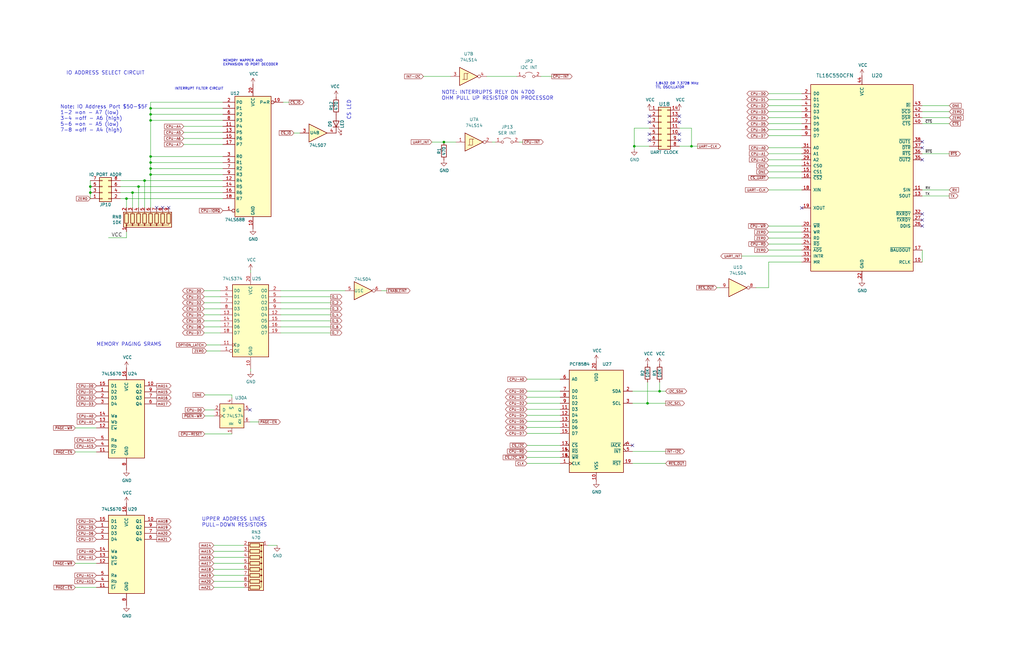
<source format=kicad_sch>
(kicad_sch (version 20211123) (generator eeschema)

  (uuid 745beb59-db8b-44b4-80b3-06646af53166)

  (paper "B")

  (title_block
    (title "Duodyne 6809 CPU board")
    (date "2023-12-29")
    (rev "V1.00")
  )

  (lib_symbols
    (symbol "74xx:74HCT374" (in_bom yes) (on_board yes)
      (property "Reference" "U" (id 0) (at -7.62 16.51 0)
        (effects (font (size 1.27 1.27)))
      )
      (property "Value" "74HCT374" (id 1) (at -7.62 -16.51 0)
        (effects (font (size 1.27 1.27)))
      )
      (property "Footprint" "" (id 2) (at 0 0 0)
        (effects (font (size 1.27 1.27)) hide)
      )
      (property "Datasheet" "https://www.ti.com/lit/ds/symlink/cd74hct374.pdf" (id 3) (at 0 0 0)
        (effects (font (size 1.27 1.27)) hide)
      )
      (property "ki_keywords" "HCTMOS DFF DFF8 REG 3State" (id 4) (at 0 0 0)
        (effects (font (size 1.27 1.27)) hide)
      )
      (property "ki_description" "8-bit Register, 3-state outputs" (id 5) (at 0 0 0)
        (effects (font (size 1.27 1.27)) hide)
      )
      (property "ki_fp_filters" "DIP?20* SOIC?20* SO?20*" (id 6) (at 0 0 0)
        (effects (font (size 1.27 1.27)) hide)
      )
      (symbol "74HCT374_1_0"
        (pin input inverted (at -12.7 -12.7 0) (length 5.08)
          (name "OE" (effects (font (size 1.27 1.27))))
          (number "1" (effects (font (size 1.27 1.27))))
        )
        (pin power_in line (at 0 -20.32 90) (length 5.08)
          (name "GND" (effects (font (size 1.27 1.27))))
          (number "10" (effects (font (size 1.27 1.27))))
        )
        (pin input clock (at -12.7 -10.16 0) (length 5.08)
          (name "Cp" (effects (font (size 1.27 1.27))))
          (number "11" (effects (font (size 1.27 1.27))))
        )
        (pin tri_state line (at 12.7 2.54 180) (length 5.08)
          (name "O4" (effects (font (size 1.27 1.27))))
          (number "12" (effects (font (size 1.27 1.27))))
        )
        (pin input line (at -12.7 2.54 0) (length 5.08)
          (name "D4" (effects (font (size 1.27 1.27))))
          (number "13" (effects (font (size 1.27 1.27))))
        )
        (pin input line (at -12.7 0 0) (length 5.08)
          (name "D5" (effects (font (size 1.27 1.27))))
          (number "14" (effects (font (size 1.27 1.27))))
        )
        (pin tri_state line (at 12.7 0 180) (length 5.08)
          (name "O5" (effects (font (size 1.27 1.27))))
          (number "15" (effects (font (size 1.27 1.27))))
        )
        (pin tri_state line (at 12.7 -2.54 180) (length 5.08)
          (name "O6" (effects (font (size 1.27 1.27))))
          (number "16" (effects (font (size 1.27 1.27))))
        )
        (pin input line (at -12.7 -2.54 0) (length 5.08)
          (name "D6" (effects (font (size 1.27 1.27))))
          (number "17" (effects (font (size 1.27 1.27))))
        )
        (pin input line (at -12.7 -5.08 0) (length 5.08)
          (name "D7" (effects (font (size 1.27 1.27))))
          (number "18" (effects (font (size 1.27 1.27))))
        )
        (pin tri_state line (at 12.7 -5.08 180) (length 5.08)
          (name "O7" (effects (font (size 1.27 1.27))))
          (number "19" (effects (font (size 1.27 1.27))))
        )
        (pin tri_state line (at 12.7 12.7 180) (length 5.08)
          (name "O0" (effects (font (size 1.27 1.27))))
          (number "2" (effects (font (size 1.27 1.27))))
        )
        (pin power_in line (at 0 20.32 270) (length 5.08)
          (name "VCC" (effects (font (size 1.27 1.27))))
          (number "20" (effects (font (size 1.27 1.27))))
        )
        (pin input line (at -12.7 12.7 0) (length 5.08)
          (name "D0" (effects (font (size 1.27 1.27))))
          (number "3" (effects (font (size 1.27 1.27))))
        )
        (pin input line (at -12.7 10.16 0) (length 5.08)
          (name "D1" (effects (font (size 1.27 1.27))))
          (number "4" (effects (font (size 1.27 1.27))))
        )
        (pin tri_state line (at 12.7 10.16 180) (length 5.08)
          (name "O1" (effects (font (size 1.27 1.27))))
          (number "5" (effects (font (size 1.27 1.27))))
        )
        (pin tri_state line (at 12.7 7.62 180) (length 5.08)
          (name "O2" (effects (font (size 1.27 1.27))))
          (number "6" (effects (font (size 1.27 1.27))))
        )
        (pin input line (at -12.7 7.62 0) (length 5.08)
          (name "D2" (effects (font (size 1.27 1.27))))
          (number "7" (effects (font (size 1.27 1.27))))
        )
        (pin input line (at -12.7 5.08 0) (length 5.08)
          (name "D3" (effects (font (size 1.27 1.27))))
          (number "8" (effects (font (size 1.27 1.27))))
        )
        (pin tri_state line (at 12.7 5.08 180) (length 5.08)
          (name "O3" (effects (font (size 1.27 1.27))))
          (number "9" (effects (font (size 1.27 1.27))))
        )
      )
      (symbol "74HCT374_1_1"
        (rectangle (start -7.62 15.24) (end 7.62 -15.24)
          (stroke (width 0.254) (type default) (color 0 0 0 0))
          (fill (type background))
        )
      )
    )
    (symbol "74xx:74LS04" (in_bom yes) (on_board yes)
      (property "Reference" "U" (id 0) (at 0 1.27 0)
        (effects (font (size 1.27 1.27)))
      )
      (property "Value" "74LS04" (id 1) (at 0 -1.27 0)
        (effects (font (size 1.27 1.27)))
      )
      (property "Footprint" "" (id 2) (at 0 0 0)
        (effects (font (size 1.27 1.27)) hide)
      )
      (property "Datasheet" "http://www.ti.com/lit/gpn/sn74LS04" (id 3) (at 0 0 0)
        (effects (font (size 1.27 1.27)) hide)
      )
      (property "ki_locked" "" (id 4) (at 0 0 0)
        (effects (font (size 1.27 1.27)))
      )
      (property "ki_keywords" "TTL not inv" (id 5) (at 0 0 0)
        (effects (font (size 1.27 1.27)) hide)
      )
      (property "ki_description" "Hex Inverter" (id 6) (at 0 0 0)
        (effects (font (size 1.27 1.27)) hide)
      )
      (property "ki_fp_filters" "DIP*W7.62mm* SSOP?14* TSSOP?14*" (id 7) (at 0 0 0)
        (effects (font (size 1.27 1.27)) hide)
      )
      (symbol "74LS04_1_0"
        (polyline
          (pts
            (xy -3.81 3.81)
            (xy -3.81 -3.81)
            (xy 3.81 0)
            (xy -3.81 3.81)
          )
          (stroke (width 0.254) (type default) (color 0 0 0 0))
          (fill (type background))
        )
        (pin input line (at -7.62 0 0) (length 3.81)
          (name "~" (effects (font (size 1.27 1.27))))
          (number "1" (effects (font (size 1.27 1.27))))
        )
        (pin output inverted (at 7.62 0 180) (length 3.81)
          (name "~" (effects (font (size 1.27 1.27))))
          (number "2" (effects (font (size 1.27 1.27))))
        )
      )
      (symbol "74LS04_2_0"
        (polyline
          (pts
            (xy -3.81 3.81)
            (xy -3.81 -3.81)
            (xy 3.81 0)
            (xy -3.81 3.81)
          )
          (stroke (width 0.254) (type default) (color 0 0 0 0))
          (fill (type background))
        )
        (pin input line (at -7.62 0 0) (length 3.81)
          (name "~" (effects (font (size 1.27 1.27))))
          (number "3" (effects (font (size 1.27 1.27))))
        )
        (pin output inverted (at 7.62 0 180) (length 3.81)
          (name "~" (effects (font (size 1.27 1.27))))
          (number "4" (effects (font (size 1.27 1.27))))
        )
      )
      (symbol "74LS04_3_0"
        (polyline
          (pts
            (xy -3.81 3.81)
            (xy -3.81 -3.81)
            (xy 3.81 0)
            (xy -3.81 3.81)
          )
          (stroke (width 0.254) (type default) (color 0 0 0 0))
          (fill (type background))
        )
        (pin input line (at -7.62 0 0) (length 3.81)
          (name "~" (effects (font (size 1.27 1.27))))
          (number "5" (effects (font (size 1.27 1.27))))
        )
        (pin output inverted (at 7.62 0 180) (length 3.81)
          (name "~" (effects (font (size 1.27 1.27))))
          (number "6" (effects (font (size 1.27 1.27))))
        )
      )
      (symbol "74LS04_4_0"
        (polyline
          (pts
            (xy -3.81 3.81)
            (xy -3.81 -3.81)
            (xy 3.81 0)
            (xy -3.81 3.81)
          )
          (stroke (width 0.254) (type default) (color 0 0 0 0))
          (fill (type background))
        )
        (pin output inverted (at 7.62 0 180) (length 3.81)
          (name "~" (effects (font (size 1.27 1.27))))
          (number "8" (effects (font (size 1.27 1.27))))
        )
        (pin input line (at -7.62 0 0) (length 3.81)
          (name "~" (effects (font (size 1.27 1.27))))
          (number "9" (effects (font (size 1.27 1.27))))
        )
      )
      (symbol "74LS04_5_0"
        (polyline
          (pts
            (xy -3.81 3.81)
            (xy -3.81 -3.81)
            (xy 3.81 0)
            (xy -3.81 3.81)
          )
          (stroke (width 0.254) (type default) (color 0 0 0 0))
          (fill (type background))
        )
        (pin output inverted (at 7.62 0 180) (length 3.81)
          (name "~" (effects (font (size 1.27 1.27))))
          (number "10" (effects (font (size 1.27 1.27))))
        )
        (pin input line (at -7.62 0 0) (length 3.81)
          (name "~" (effects (font (size 1.27 1.27))))
          (number "11" (effects (font (size 1.27 1.27))))
        )
      )
      (symbol "74LS04_6_0"
        (polyline
          (pts
            (xy -3.81 3.81)
            (xy -3.81 -3.81)
            (xy 3.81 0)
            (xy -3.81 3.81)
          )
          (stroke (width 0.254) (type default) (color 0 0 0 0))
          (fill (type background))
        )
        (pin output inverted (at 7.62 0 180) (length 3.81)
          (name "~" (effects (font (size 1.27 1.27))))
          (number "12" (effects (font (size 1.27 1.27))))
        )
        (pin input line (at -7.62 0 0) (length 3.81)
          (name "~" (effects (font (size 1.27 1.27))))
          (number "13" (effects (font (size 1.27 1.27))))
        )
      )
      (symbol "74LS04_7_0"
        (pin power_in line (at 0 12.7 270) (length 5.08)
          (name "VCC" (effects (font (size 1.27 1.27))))
          (number "14" (effects (font (size 1.27 1.27))))
        )
        (pin power_in line (at 0 -12.7 90) (length 5.08)
          (name "GND" (effects (font (size 1.27 1.27))))
          (number "7" (effects (font (size 1.27 1.27))))
        )
      )
      (symbol "74LS04_7_1"
        (rectangle (start -5.08 7.62) (end 5.08 -7.62)
          (stroke (width 0.254) (type default) (color 0 0 0 0))
          (fill (type background))
        )
      )
    )
    (symbol "74xx:74LS07" (pin_names (offset 1.016)) (in_bom yes) (on_board yes)
      (property "Reference" "U" (id 0) (at 0 1.27 0)
        (effects (font (size 1.27 1.27)))
      )
      (property "Value" "74LS07" (id 1) (at 0 -1.27 0)
        (effects (font (size 1.27 1.27)))
      )
      (property "Footprint" "" (id 2) (at 0 0 0)
        (effects (font (size 1.27 1.27)) hide)
      )
      (property "Datasheet" "www.ti.com/lit/ds/symlink/sn74ls07.pdf" (id 3) (at 0 0 0)
        (effects (font (size 1.27 1.27)) hide)
      )
      (property "ki_locked" "" (id 4) (at 0 0 0)
        (effects (font (size 1.27 1.27)))
      )
      (property "ki_keywords" "TTL hex buffer OpenCol" (id 5) (at 0 0 0)
        (effects (font (size 1.27 1.27)) hide)
      )
      (property "ki_description" "Hex Buffers and Drivers With Open Collector High Voltage Outputs" (id 6) (at 0 0 0)
        (effects (font (size 1.27 1.27)) hide)
      )
      (property "ki_fp_filters" "SOIC*3.9x8.7mm*P1.27mm* TSSOP*4.4x5mm*P0.65mm* DIP*W7.62mm*" (id 7) (at 0 0 0)
        (effects (font (size 1.27 1.27)) hide)
      )
      (symbol "74LS07_1_0"
        (polyline
          (pts
            (xy -3.81 3.81)
            (xy -3.81 -3.81)
            (xy 3.81 0)
            (xy -3.81 3.81)
          )
          (stroke (width 0.254) (type default) (color 0 0 0 0))
          (fill (type background))
        )
        (pin input line (at -7.62 0 0) (length 3.81)
          (name "~" (effects (font (size 1.27 1.27))))
          (number "1" (effects (font (size 1.27 1.27))))
        )
        (pin open_collector line (at 7.62 0 180) (length 3.81)
          (name "~" (effects (font (size 1.27 1.27))))
          (number "2" (effects (font (size 1.27 1.27))))
        )
      )
      (symbol "74LS07_2_0"
        (polyline
          (pts
            (xy -3.81 3.81)
            (xy -3.81 -3.81)
            (xy 3.81 0)
            (xy -3.81 3.81)
          )
          (stroke (width 0.254) (type default) (color 0 0 0 0))
          (fill (type background))
        )
        (pin input line (at -7.62 0 0) (length 3.81)
          (name "~" (effects (font (size 1.27 1.27))))
          (number "3" (effects (font (size 1.27 1.27))))
        )
        (pin open_collector line (at 7.62 0 180) (length 3.81)
          (name "~" (effects (font (size 1.27 1.27))))
          (number "4" (effects (font (size 1.27 1.27))))
        )
      )
      (symbol "74LS07_3_0"
        (polyline
          (pts
            (xy -3.81 3.81)
            (xy -3.81 -3.81)
            (xy 3.81 0)
            (xy -3.81 3.81)
          )
          (stroke (width 0.254) (type default) (color 0 0 0 0))
          (fill (type background))
        )
        (pin input line (at -7.62 0 0) (length 3.81)
          (name "~" (effects (font (size 1.27 1.27))))
          (number "5" (effects (font (size 1.27 1.27))))
        )
        (pin open_collector line (at 7.62 0 180) (length 3.81)
          (name "~" (effects (font (size 1.27 1.27))))
          (number "6" (effects (font (size 1.27 1.27))))
        )
      )
      (symbol "74LS07_4_0"
        (polyline
          (pts
            (xy -3.81 3.81)
            (xy -3.81 -3.81)
            (xy 3.81 0)
            (xy -3.81 3.81)
          )
          (stroke (width 0.254) (type default) (color 0 0 0 0))
          (fill (type background))
        )
        (pin open_collector line (at 7.62 0 180) (length 3.81)
          (name "~" (effects (font (size 1.27 1.27))))
          (number "8" (effects (font (size 1.27 1.27))))
        )
        (pin input line (at -7.62 0 0) (length 3.81)
          (name "~" (effects (font (size 1.27 1.27))))
          (number "9" (effects (font (size 1.27 1.27))))
        )
      )
      (symbol "74LS07_5_0"
        (polyline
          (pts
            (xy -3.81 3.81)
            (xy -3.81 -3.81)
            (xy 3.81 0)
            (xy -3.81 3.81)
          )
          (stroke (width 0.254) (type default) (color 0 0 0 0))
          (fill (type background))
        )
        (pin open_collector line (at 7.62 0 180) (length 3.81)
          (name "~" (effects (font (size 1.27 1.27))))
          (number "10" (effects (font (size 1.27 1.27))))
        )
        (pin input line (at -7.62 0 0) (length 3.81)
          (name "~" (effects (font (size 1.27 1.27))))
          (number "11" (effects (font (size 1.27 1.27))))
        )
      )
      (symbol "74LS07_6_0"
        (polyline
          (pts
            (xy -3.81 3.81)
            (xy -3.81 -3.81)
            (xy 3.81 0)
            (xy -3.81 3.81)
          )
          (stroke (width 0.254) (type default) (color 0 0 0 0))
          (fill (type background))
        )
        (pin open_collector line (at 7.62 0 180) (length 3.81)
          (name "~" (effects (font (size 1.27 1.27))))
          (number "12" (effects (font (size 1.27 1.27))))
        )
        (pin input line (at -7.62 0 0) (length 3.81)
          (name "~" (effects (font (size 1.27 1.27))))
          (number "13" (effects (font (size 1.27 1.27))))
        )
      )
      (symbol "74LS07_7_0"
        (pin power_in line (at 0 12.7 270) (length 5.08)
          (name "VCC" (effects (font (size 1.27 1.27))))
          (number "14" (effects (font (size 1.27 1.27))))
        )
        (pin power_in line (at 0 -12.7 90) (length 5.08)
          (name "GND" (effects (font (size 1.27 1.27))))
          (number "7" (effects (font (size 1.27 1.27))))
        )
      )
      (symbol "74LS07_7_1"
        (rectangle (start -5.08 7.62) (end 5.08 -7.62)
          (stroke (width 0.254) (type default) (color 0 0 0 0))
          (fill (type background))
        )
      )
    )
    (symbol "74xx:74LS14" (pin_names (offset 1.016)) (in_bom yes) (on_board yes)
      (property "Reference" "U" (id 0) (at 0 1.27 0)
        (effects (font (size 1.27 1.27)))
      )
      (property "Value" "74LS14" (id 1) (at 0 -1.27 0)
        (effects (font (size 1.27 1.27)))
      )
      (property "Footprint" "" (id 2) (at 0 0 0)
        (effects (font (size 1.27 1.27)) hide)
      )
      (property "Datasheet" "http://www.ti.com/lit/gpn/sn74LS14" (id 3) (at 0 0 0)
        (effects (font (size 1.27 1.27)) hide)
      )
      (property "ki_locked" "" (id 4) (at 0 0 0)
        (effects (font (size 1.27 1.27)))
      )
      (property "ki_keywords" "TTL not inverter" (id 5) (at 0 0 0)
        (effects (font (size 1.27 1.27)) hide)
      )
      (property "ki_description" "Hex inverter schmitt trigger" (id 6) (at 0 0 0)
        (effects (font (size 1.27 1.27)) hide)
      )
      (property "ki_fp_filters" "DIP*W7.62mm*" (id 7) (at 0 0 0)
        (effects (font (size 1.27 1.27)) hide)
      )
      (symbol "74LS14_1_0"
        (polyline
          (pts
            (xy -3.81 3.81)
            (xy -3.81 -3.81)
            (xy 3.81 0)
            (xy -3.81 3.81)
          )
          (stroke (width 0.254) (type default) (color 0 0 0 0))
          (fill (type background))
        )
        (pin input line (at -7.62 0 0) (length 3.81)
          (name "~" (effects (font (size 1.27 1.27))))
          (number "1" (effects (font (size 1.27 1.27))))
        )
        (pin output inverted (at 7.62 0 180) (length 3.81)
          (name "~" (effects (font (size 1.27 1.27))))
          (number "2" (effects (font (size 1.27 1.27))))
        )
      )
      (symbol "74LS14_1_1"
        (polyline
          (pts
            (xy -1.905 -1.27)
            (xy -1.905 1.27)
            (xy -0.635 1.27)
          )
          (stroke (width 0) (type default) (color 0 0 0 0))
          (fill (type none))
        )
        (polyline
          (pts
            (xy -2.54 -1.27)
            (xy -0.635 -1.27)
            (xy -0.635 1.27)
            (xy 0 1.27)
          )
          (stroke (width 0) (type default) (color 0 0 0 0))
          (fill (type none))
        )
      )
      (symbol "74LS14_2_0"
        (polyline
          (pts
            (xy -3.81 3.81)
            (xy -3.81 -3.81)
            (xy 3.81 0)
            (xy -3.81 3.81)
          )
          (stroke (width 0.254) (type default) (color 0 0 0 0))
          (fill (type background))
        )
        (pin input line (at -7.62 0 0) (length 3.81)
          (name "~" (effects (font (size 1.27 1.27))))
          (number "3" (effects (font (size 1.27 1.27))))
        )
        (pin output inverted (at 7.62 0 180) (length 3.81)
          (name "~" (effects (font (size 1.27 1.27))))
          (number "4" (effects (font (size 1.27 1.27))))
        )
      )
      (symbol "74LS14_2_1"
        (polyline
          (pts
            (xy -1.905 -1.27)
            (xy -1.905 1.27)
            (xy -0.635 1.27)
          )
          (stroke (width 0) (type default) (color 0 0 0 0))
          (fill (type none))
        )
        (polyline
          (pts
            (xy -2.54 -1.27)
            (xy -0.635 -1.27)
            (xy -0.635 1.27)
            (xy 0 1.27)
          )
          (stroke (width 0) (type default) (color 0 0 0 0))
          (fill (type none))
        )
      )
      (symbol "74LS14_3_0"
        (polyline
          (pts
            (xy -3.81 3.81)
            (xy -3.81 -3.81)
            (xy 3.81 0)
            (xy -3.81 3.81)
          )
          (stroke (width 0.254) (type default) (color 0 0 0 0))
          (fill (type background))
        )
        (pin input line (at -7.62 0 0) (length 3.81)
          (name "~" (effects (font (size 1.27 1.27))))
          (number "5" (effects (font (size 1.27 1.27))))
        )
        (pin output inverted (at 7.62 0 180) (length 3.81)
          (name "~" (effects (font (size 1.27 1.27))))
          (number "6" (effects (font (size 1.27 1.27))))
        )
      )
      (symbol "74LS14_3_1"
        (polyline
          (pts
            (xy -1.905 -1.27)
            (xy -1.905 1.27)
            (xy -0.635 1.27)
          )
          (stroke (width 0) (type default) (color 0 0 0 0))
          (fill (type none))
        )
        (polyline
          (pts
            (xy -2.54 -1.27)
            (xy -0.635 -1.27)
            (xy -0.635 1.27)
            (xy 0 1.27)
          )
          (stroke (width 0) (type default) (color 0 0 0 0))
          (fill (type none))
        )
      )
      (symbol "74LS14_4_0"
        (polyline
          (pts
            (xy -3.81 3.81)
            (xy -3.81 -3.81)
            (xy 3.81 0)
            (xy -3.81 3.81)
          )
          (stroke (width 0.254) (type default) (color 0 0 0 0))
          (fill (type background))
        )
        (pin output inverted (at 7.62 0 180) (length 3.81)
          (name "~" (effects (font (size 1.27 1.27))))
          (number "8" (effects (font (size 1.27 1.27))))
        )
        (pin input line (at -7.62 0 0) (length 3.81)
          (name "~" (effects (font (size 1.27 1.27))))
          (number "9" (effects (font (size 1.27 1.27))))
        )
      )
      (symbol "74LS14_4_1"
        (polyline
          (pts
            (xy -1.905 -1.27)
            (xy -1.905 1.27)
            (xy -0.635 1.27)
          )
          (stroke (width 0) (type default) (color 0 0 0 0))
          (fill (type none))
        )
        (polyline
          (pts
            (xy -2.54 -1.27)
            (xy -0.635 -1.27)
            (xy -0.635 1.27)
            (xy 0 1.27)
          )
          (stroke (width 0) (type default) (color 0 0 0 0))
          (fill (type none))
        )
      )
      (symbol "74LS14_5_0"
        (polyline
          (pts
            (xy -3.81 3.81)
            (xy -3.81 -3.81)
            (xy 3.81 0)
            (xy -3.81 3.81)
          )
          (stroke (width 0.254) (type default) (color 0 0 0 0))
          (fill (type background))
        )
        (pin output inverted (at 7.62 0 180) (length 3.81)
          (name "~" (effects (font (size 1.27 1.27))))
          (number "10" (effects (font (size 1.27 1.27))))
        )
        (pin input line (at -7.62 0 0) (length 3.81)
          (name "~" (effects (font (size 1.27 1.27))))
          (number "11" (effects (font (size 1.27 1.27))))
        )
      )
      (symbol "74LS14_5_1"
        (polyline
          (pts
            (xy -1.905 -1.27)
            (xy -1.905 1.27)
            (xy -0.635 1.27)
          )
          (stroke (width 0) (type default) (color 0 0 0 0))
          (fill (type none))
        )
        (polyline
          (pts
            (xy -2.54 -1.27)
            (xy -0.635 -1.27)
            (xy -0.635 1.27)
            (xy 0 1.27)
          )
          (stroke (width 0) (type default) (color 0 0 0 0))
          (fill (type none))
        )
      )
      (symbol "74LS14_6_0"
        (polyline
          (pts
            (xy -3.81 3.81)
            (xy -3.81 -3.81)
            (xy 3.81 0)
            (xy -3.81 3.81)
          )
          (stroke (width 0.254) (type default) (color 0 0 0 0))
          (fill (type background))
        )
        (pin output inverted (at 7.62 0 180) (length 3.81)
          (name "~" (effects (font (size 1.27 1.27))))
          (number "12" (effects (font (size 1.27 1.27))))
        )
        (pin input line (at -7.62 0 0) (length 3.81)
          (name "~" (effects (font (size 1.27 1.27))))
          (number "13" (effects (font (size 1.27 1.27))))
        )
      )
      (symbol "74LS14_6_1"
        (polyline
          (pts
            (xy -1.905 -1.27)
            (xy -1.905 1.27)
            (xy -0.635 1.27)
          )
          (stroke (width 0) (type default) (color 0 0 0 0))
          (fill (type none))
        )
        (polyline
          (pts
            (xy -2.54 -1.27)
            (xy -0.635 -1.27)
            (xy -0.635 1.27)
            (xy 0 1.27)
          )
          (stroke (width 0) (type default) (color 0 0 0 0))
          (fill (type none))
        )
      )
      (symbol "74LS14_7_0"
        (pin power_in line (at 0 12.7 270) (length 5.08)
          (name "VCC" (effects (font (size 1.27 1.27))))
          (number "14" (effects (font (size 1.27 1.27))))
        )
        (pin power_in line (at 0 -12.7 90) (length 5.08)
          (name "GND" (effects (font (size 1.27 1.27))))
          (number "7" (effects (font (size 1.27 1.27))))
        )
      )
      (symbol "74LS14_7_1"
        (rectangle (start -5.08 7.62) (end 5.08 -7.62)
          (stroke (width 0.254) (type default) (color 0 0 0 0))
          (fill (type background))
        )
      )
    )
    (symbol "74xx:74LS670" (pin_names (offset 1.016)) (in_bom yes) (on_board yes)
      (property "Reference" "U" (id 0) (at -7.62 16.51 0)
        (effects (font (size 1.27 1.27)))
      )
      (property "Value" "74LS670" (id 1) (at -7.62 -19.05 0)
        (effects (font (size 1.27 1.27)))
      )
      (property "Footprint" "" (id 2) (at 0 0 0)
        (effects (font (size 1.27 1.27)) hide)
      )
      (property "Datasheet" "http://www.ti.com/lit/gpn/sn74LS670" (id 3) (at 0 0 0)
        (effects (font (size 1.27 1.27)) hide)
      )
      (property "ki_locked" "" (id 4) (at 0 0 0)
        (effects (font (size 1.27 1.27)))
      )
      (property "ki_keywords" "TTL Register 3State" (id 5) (at 0 0 0)
        (effects (font (size 1.27 1.27)) hide)
      )
      (property "ki_description" "4 x 4 Register Files 3-State Outputs" (id 6) (at 0 0 0)
        (effects (font (size 1.27 1.27)) hide)
      )
      (property "ki_fp_filters" "DIP?16*" (id 7) (at 0 0 0)
        (effects (font (size 1.27 1.27)) hide)
      )
      (symbol "74LS670_1_0"
        (pin input line (at -12.7 10.16 0) (length 5.08)
          (name "D2" (effects (font (size 1.27 1.27))))
          (number "1" (effects (font (size 1.27 1.27))))
        )
        (pin tri_state line (at 12.7 12.7 180) (length 5.08)
          (name "Q1" (effects (font (size 1.27 1.27))))
          (number "10" (effects (font (size 1.27 1.27))))
        )
        (pin input line (at -12.7 -15.24 0) (length 5.08)
          (name "~{Er}" (effects (font (size 1.27 1.27))))
          (number "11" (effects (font (size 1.27 1.27))))
        )
        (pin input line (at -12.7 -5.08 0) (length 5.08)
          (name "~{Ew}" (effects (font (size 1.27 1.27))))
          (number "12" (effects (font (size 1.27 1.27))))
        )
        (pin input line (at -12.7 -2.54 0) (length 5.08)
          (name "Wb" (effects (font (size 1.27 1.27))))
          (number "13" (effects (font (size 1.27 1.27))))
        )
        (pin input line (at -12.7 0 0) (length 5.08)
          (name "Wa" (effects (font (size 1.27 1.27))))
          (number "14" (effects (font (size 1.27 1.27))))
        )
        (pin input line (at -12.7 12.7 0) (length 5.08)
          (name "D1" (effects (font (size 1.27 1.27))))
          (number "15" (effects (font (size 1.27 1.27))))
        )
        (pin power_in line (at 0 20.32 270) (length 5.08)
          (name "VCC" (effects (font (size 1.27 1.27))))
          (number "16" (effects (font (size 1.27 1.27))))
        )
        (pin input line (at -12.7 7.62 0) (length 5.08)
          (name "D3" (effects (font (size 1.27 1.27))))
          (number "2" (effects (font (size 1.27 1.27))))
        )
        (pin input line (at -12.7 5.08 0) (length 5.08)
          (name "D4" (effects (font (size 1.27 1.27))))
          (number "3" (effects (font (size 1.27 1.27))))
        )
        (pin input line (at -12.7 -12.7 0) (length 5.08)
          (name "Rb" (effects (font (size 1.27 1.27))))
          (number "4" (effects (font (size 1.27 1.27))))
        )
        (pin input line (at -12.7 -10.16 0) (length 5.08)
          (name "Ra" (effects (font (size 1.27 1.27))))
          (number "5" (effects (font (size 1.27 1.27))))
        )
        (pin tri_state line (at 12.7 5.08 180) (length 5.08)
          (name "Q4" (effects (font (size 1.27 1.27))))
          (number "6" (effects (font (size 1.27 1.27))))
        )
        (pin tri_state line (at 12.7 7.62 180) (length 5.08)
          (name "Q3" (effects (font (size 1.27 1.27))))
          (number "7" (effects (font (size 1.27 1.27))))
        )
        (pin power_in line (at 0 -22.86 90) (length 5.08)
          (name "GND" (effects (font (size 1.27 1.27))))
          (number "8" (effects (font (size 1.27 1.27))))
        )
        (pin tri_state line (at 12.7 10.16 180) (length 5.08)
          (name "Q2" (effects (font (size 1.27 1.27))))
          (number "9" (effects (font (size 1.27 1.27))))
        )
      )
      (symbol "74LS670_1_1"
        (rectangle (start -7.62 15.24) (end 7.62 -17.78)
          (stroke (width 0.254) (type default) (color 0 0 0 0))
          (fill (type background))
        )
      )
    )
    (symbol "74xx:74LS688" (in_bom yes) (on_board yes)
      (property "Reference" "U" (id 0) (at -7.62 26.67 0)
        (effects (font (size 1.27 1.27)))
      )
      (property "Value" "74LS688" (id 1) (at -7.62 -26.67 0)
        (effects (font (size 1.27 1.27)))
      )
      (property "Footprint" "" (id 2) (at 0 0 0)
        (effects (font (size 1.27 1.27)) hide)
      )
      (property "Datasheet" "http://www.ti.com/lit/gpn/sn74LS688" (id 3) (at 0 0 0)
        (effects (font (size 1.27 1.27)) hide)
      )
      (property "ki_keywords" "TTL DECOD Arith" (id 4) (at 0 0 0)
        (effects (font (size 1.27 1.27)) hide)
      )
      (property "ki_description" "8-bit magnitude comparator" (id 5) (at 0 0 0)
        (effects (font (size 1.27 1.27)) hide)
      )
      (property "ki_fp_filters" "DIP?20* SOIC?20* SO?20* TSSOP?20*" (id 6) (at 0 0 0)
        (effects (font (size 1.27 1.27)) hide)
      )
      (symbol "74LS688_1_0"
        (pin input inverted (at -12.7 -22.86 0) (length 5.08)
          (name "G" (effects (font (size 1.27 1.27))))
          (number "1" (effects (font (size 1.27 1.27))))
        )
        (pin power_in line (at 0 -30.48 90) (length 5.08)
          (name "GND" (effects (font (size 1.27 1.27))))
          (number "10" (effects (font (size 1.27 1.27))))
        )
        (pin input line (at -12.7 12.7 0) (length 5.08)
          (name "P4" (effects (font (size 1.27 1.27))))
          (number "11" (effects (font (size 1.27 1.27))))
        )
        (pin input line (at -12.7 -10.16 0) (length 5.08)
          (name "R4" (effects (font (size 1.27 1.27))))
          (number "12" (effects (font (size 1.27 1.27))))
        )
        (pin input line (at -12.7 10.16 0) (length 5.08)
          (name "P5" (effects (font (size 1.27 1.27))))
          (number "13" (effects (font (size 1.27 1.27))))
        )
        (pin input line (at -12.7 -12.7 0) (length 5.08)
          (name "R5" (effects (font (size 1.27 1.27))))
          (number "14" (effects (font (size 1.27 1.27))))
        )
        (pin input line (at -12.7 7.62 0) (length 5.08)
          (name "P6" (effects (font (size 1.27 1.27))))
          (number "15" (effects (font (size 1.27 1.27))))
        )
        (pin input line (at -12.7 -15.24 0) (length 5.08)
          (name "R6" (effects (font (size 1.27 1.27))))
          (number "16" (effects (font (size 1.27 1.27))))
        )
        (pin input line (at -12.7 5.08 0) (length 5.08)
          (name "P7" (effects (font (size 1.27 1.27))))
          (number "17" (effects (font (size 1.27 1.27))))
        )
        (pin input line (at -12.7 -17.78 0) (length 5.08)
          (name "R7" (effects (font (size 1.27 1.27))))
          (number "18" (effects (font (size 1.27 1.27))))
        )
        (pin output inverted (at 12.7 22.86 180) (length 5.08)
          (name "P=R" (effects (font (size 1.27 1.27))))
          (number "19" (effects (font (size 1.27 1.27))))
        )
        (pin input line (at -12.7 22.86 0) (length 5.08)
          (name "P0" (effects (font (size 1.27 1.27))))
          (number "2" (effects (font (size 1.27 1.27))))
        )
        (pin power_in line (at 0 30.48 270) (length 5.08)
          (name "VCC" (effects (font (size 1.27 1.27))))
          (number "20" (effects (font (size 1.27 1.27))))
        )
        (pin input line (at -12.7 0 0) (length 5.08)
          (name "R0" (effects (font (size 1.27 1.27))))
          (number "3" (effects (font (size 1.27 1.27))))
        )
        (pin input line (at -12.7 20.32 0) (length 5.08)
          (name "P1" (effects (font (size 1.27 1.27))))
          (number "4" (effects (font (size 1.27 1.27))))
        )
        (pin input line (at -12.7 -2.54 0) (length 5.08)
          (name "R1" (effects (font (size 1.27 1.27))))
          (number "5" (effects (font (size 1.27 1.27))))
        )
        (pin input line (at -12.7 17.78 0) (length 5.08)
          (name "P2" (effects (font (size 1.27 1.27))))
          (number "6" (effects (font (size 1.27 1.27))))
        )
        (pin input line (at -12.7 -5.08 0) (length 5.08)
          (name "R2" (effects (font (size 1.27 1.27))))
          (number "7" (effects (font (size 1.27 1.27))))
        )
        (pin input line (at -12.7 15.24 0) (length 5.08)
          (name "P3" (effects (font (size 1.27 1.27))))
          (number "8" (effects (font (size 1.27 1.27))))
        )
        (pin input line (at -12.7 -7.62 0) (length 5.08)
          (name "R3" (effects (font (size 1.27 1.27))))
          (number "9" (effects (font (size 1.27 1.27))))
        )
      )
      (symbol "74LS688_1_1"
        (rectangle (start -7.62 25.4) (end 7.62 -25.4)
          (stroke (width 0.254) (type default) (color 0 0 0 0))
          (fill (type background))
        )
      )
    )
    (symbol "74xx:74LS74" (pin_names (offset 1.016)) (in_bom yes) (on_board yes)
      (property "Reference" "U" (id 0) (at -7.62 8.89 0)
        (effects (font (size 1.27 1.27)))
      )
      (property "Value" "74LS74" (id 1) (at -7.62 -8.89 0)
        (effects (font (size 1.27 1.27)))
      )
      (property "Footprint" "" (id 2) (at 0 0 0)
        (effects (font (size 1.27 1.27)) hide)
      )
      (property "Datasheet" "74xx/74hc_hct74.pdf" (id 3) (at 0 0 0)
        (effects (font (size 1.27 1.27)) hide)
      )
      (property "ki_locked" "" (id 4) (at 0 0 0)
        (effects (font (size 1.27 1.27)))
      )
      (property "ki_keywords" "TTL DFF" (id 5) (at 0 0 0)
        (effects (font (size 1.27 1.27)) hide)
      )
      (property "ki_description" "Dual D Flip-flop, Set & Reset" (id 6) (at 0 0 0)
        (effects (font (size 1.27 1.27)) hide)
      )
      (property "ki_fp_filters" "DIP*W7.62mm*" (id 7) (at 0 0 0)
        (effects (font (size 1.27 1.27)) hide)
      )
      (symbol "74LS74_1_0"
        (pin input line (at 0 -7.62 90) (length 2.54)
          (name "~{R}" (effects (font (size 1.27 1.27))))
          (number "1" (effects (font (size 1.27 1.27))))
        )
        (pin input line (at -7.62 2.54 0) (length 2.54)
          (name "D" (effects (font (size 1.27 1.27))))
          (number "2" (effects (font (size 1.27 1.27))))
        )
        (pin input clock (at -7.62 0 0) (length 2.54)
          (name "C" (effects (font (size 1.27 1.27))))
          (number "3" (effects (font (size 1.27 1.27))))
        )
        (pin input line (at 0 7.62 270) (length 2.54)
          (name "~{S}" (effects (font (size 1.27 1.27))))
          (number "4" (effects (font (size 1.27 1.27))))
        )
        (pin output line (at 7.62 2.54 180) (length 2.54)
          (name "Q" (effects (font (size 1.27 1.27))))
          (number "5" (effects (font (size 1.27 1.27))))
        )
        (pin output line (at 7.62 -2.54 180) (length 2.54)
          (name "~{Q}" (effects (font (size 1.27 1.27))))
          (number "6" (effects (font (size 1.27 1.27))))
        )
      )
      (symbol "74LS74_1_1"
        (rectangle (start -5.08 5.08) (end 5.08 -5.08)
          (stroke (width 0.254) (type default) (color 0 0 0 0))
          (fill (type background))
        )
      )
      (symbol "74LS74_2_0"
        (pin input line (at 0 7.62 270) (length 2.54)
          (name "~{S}" (effects (font (size 1.27 1.27))))
          (number "10" (effects (font (size 1.27 1.27))))
        )
        (pin input clock (at -7.62 0 0) (length 2.54)
          (name "C" (effects (font (size 1.27 1.27))))
          (number "11" (effects (font (size 1.27 1.27))))
        )
        (pin input line (at -7.62 2.54 0) (length 2.54)
          (name "D" (effects (font (size 1.27 1.27))))
          (number "12" (effects (font (size 1.27 1.27))))
        )
        (pin input line (at 0 -7.62 90) (length 2.54)
          (name "~{R}" (effects (font (size 1.27 1.27))))
          (number "13" (effects (font (size 1.27 1.27))))
        )
        (pin output line (at 7.62 -2.54 180) (length 2.54)
          (name "~{Q}" (effects (font (size 1.27 1.27))))
          (number "8" (effects (font (size 1.27 1.27))))
        )
        (pin output line (at 7.62 2.54 180) (length 2.54)
          (name "Q" (effects (font (size 1.27 1.27))))
          (number "9" (effects (font (size 1.27 1.27))))
        )
      )
      (symbol "74LS74_2_1"
        (rectangle (start -5.08 5.08) (end 5.08 -5.08)
          (stroke (width 0.254) (type default) (color 0 0 0 0))
          (fill (type background))
        )
      )
      (symbol "74LS74_3_0"
        (pin power_in line (at 0 10.16 270) (length 2.54)
          (name "VCC" (effects (font (size 1.27 1.27))))
          (number "14" (effects (font (size 1.27 1.27))))
        )
        (pin power_in line (at 0 -10.16 90) (length 2.54)
          (name "GND" (effects (font (size 1.27 1.27))))
          (number "7" (effects (font (size 1.27 1.27))))
        )
      )
      (symbol "74LS74_3_1"
        (rectangle (start -5.08 7.62) (end 5.08 -7.62)
          (stroke (width 0.254) (type default) (color 0 0 0 0))
          (fill (type background))
        )
      )
    )
    (symbol "Connector_Generic:Conn_02x04_Odd_Even" (pin_names (offset 1.016) hide) (in_bom yes) (on_board yes)
      (property "Reference" "J" (id 0) (at 1.27 5.08 0)
        (effects (font (size 1.27 1.27)))
      )
      (property "Value" "Conn_02x04_Odd_Even" (id 1) (at 1.27 -7.62 0)
        (effects (font (size 1.27 1.27)))
      )
      (property "Footprint" "" (id 2) (at 0 0 0)
        (effects (font (size 1.27 1.27)) hide)
      )
      (property "Datasheet" "~" (id 3) (at 0 0 0)
        (effects (font (size 1.27 1.27)) hide)
      )
      (property "ki_keywords" "connector" (id 4) (at 0 0 0)
        (effects (font (size 1.27 1.27)) hide)
      )
      (property "ki_description" "Generic connector, double row, 02x04, odd/even pin numbering scheme (row 1 odd numbers, row 2 even numbers), script generated (kicad-library-utils/schlib/autogen/connector/)" (id 5) (at 0 0 0)
        (effects (font (size 1.27 1.27)) hide)
      )
      (property "ki_fp_filters" "Connector*:*_2x??_*" (id 6) (at 0 0 0)
        (effects (font (size 1.27 1.27)) hide)
      )
      (symbol "Conn_02x04_Odd_Even_1_1"
        (rectangle (start -1.27 -4.953) (end 0 -5.207)
          (stroke (width 0.1524) (type default) (color 0 0 0 0))
          (fill (type none))
        )
        (rectangle (start -1.27 -2.413) (end 0 -2.667)
          (stroke (width 0.1524) (type default) (color 0 0 0 0))
          (fill (type none))
        )
        (rectangle (start -1.27 0.127) (end 0 -0.127)
          (stroke (width 0.1524) (type default) (color 0 0 0 0))
          (fill (type none))
        )
        (rectangle (start -1.27 2.667) (end 0 2.413)
          (stroke (width 0.1524) (type default) (color 0 0 0 0))
          (fill (type none))
        )
        (rectangle (start -1.27 3.81) (end 3.81 -6.35)
          (stroke (width 0.254) (type default) (color 0 0 0 0))
          (fill (type background))
        )
        (rectangle (start 3.81 -4.953) (end 2.54 -5.207)
          (stroke (width 0.1524) (type default) (color 0 0 0 0))
          (fill (type none))
        )
        (rectangle (start 3.81 -2.413) (end 2.54 -2.667)
          (stroke (width 0.1524) (type default) (color 0 0 0 0))
          (fill (type none))
        )
        (rectangle (start 3.81 0.127) (end 2.54 -0.127)
          (stroke (width 0.1524) (type default) (color 0 0 0 0))
          (fill (type none))
        )
        (rectangle (start 3.81 2.667) (end 2.54 2.413)
          (stroke (width 0.1524) (type default) (color 0 0 0 0))
          (fill (type none))
        )
        (pin passive line (at -5.08 2.54 0) (length 3.81)
          (name "Pin_1" (effects (font (size 1.27 1.27))))
          (number "1" (effects (font (size 1.27 1.27))))
        )
        (pin passive line (at 7.62 2.54 180) (length 3.81)
          (name "Pin_2" (effects (font (size 1.27 1.27))))
          (number "2" (effects (font (size 1.27 1.27))))
        )
        (pin passive line (at -5.08 0 0) (length 3.81)
          (name "Pin_3" (effects (font (size 1.27 1.27))))
          (number "3" (effects (font (size 1.27 1.27))))
        )
        (pin passive line (at 7.62 0 180) (length 3.81)
          (name "Pin_4" (effects (font (size 1.27 1.27))))
          (number "4" (effects (font (size 1.27 1.27))))
        )
        (pin passive line (at -5.08 -2.54 0) (length 3.81)
          (name "Pin_5" (effects (font (size 1.27 1.27))))
          (number "5" (effects (font (size 1.27 1.27))))
        )
        (pin passive line (at 7.62 -2.54 180) (length 3.81)
          (name "Pin_6" (effects (font (size 1.27 1.27))))
          (number "6" (effects (font (size 1.27 1.27))))
        )
        (pin passive line (at -5.08 -5.08 0) (length 3.81)
          (name "Pin_7" (effects (font (size 1.27 1.27))))
          (number "7" (effects (font (size 1.27 1.27))))
        )
        (pin passive line (at 7.62 -5.08 180) (length 3.81)
          (name "Pin_8" (effects (font (size 1.27 1.27))))
          (number "8" (effects (font (size 1.27 1.27))))
        )
      )
    )
    (symbol "Connector_Generic:Conn_02x07_Counter_Clockwise" (pin_names (offset 1.016) hide) (in_bom yes) (on_board yes)
      (property "Reference" "J" (id 0) (at 1.27 10.16 0)
        (effects (font (size 1.27 1.27)))
      )
      (property "Value" "Conn_02x07_Counter_Clockwise" (id 1) (at 1.27 -10.16 0)
        (effects (font (size 1.27 1.27)))
      )
      (property "Footprint" "" (id 2) (at 0 0 0)
        (effects (font (size 1.27 1.27)) hide)
      )
      (property "Datasheet" "~" (id 3) (at 0 0 0)
        (effects (font (size 1.27 1.27)) hide)
      )
      (property "ki_keywords" "connector" (id 4) (at 0 0 0)
        (effects (font (size 1.27 1.27)) hide)
      )
      (property "ki_description" "Generic connector, double row, 02x07, counter clockwise pin numbering scheme (similar to DIP package numbering), script generated (kicad-library-utils/schlib/autogen/connector/)" (id 5) (at 0 0 0)
        (effects (font (size 1.27 1.27)) hide)
      )
      (property "ki_fp_filters" "Connector*:*_2x??_*" (id 6) (at 0 0 0)
        (effects (font (size 1.27 1.27)) hide)
      )
      (symbol "Conn_02x07_Counter_Clockwise_1_1"
        (rectangle (start -1.27 -7.493) (end 0 -7.747)
          (stroke (width 0.1524) (type default) (color 0 0 0 0))
          (fill (type none))
        )
        (rectangle (start -1.27 -4.953) (end 0 -5.207)
          (stroke (width 0.1524) (type default) (color 0 0 0 0))
          (fill (type none))
        )
        (rectangle (start -1.27 -2.413) (end 0 -2.667)
          (stroke (width 0.1524) (type default) (color 0 0 0 0))
          (fill (type none))
        )
        (rectangle (start -1.27 0.127) (end 0 -0.127)
          (stroke (width 0.1524) (type default) (color 0 0 0 0))
          (fill (type none))
        )
        (rectangle (start -1.27 2.667) (end 0 2.413)
          (stroke (width 0.1524) (type default) (color 0 0 0 0))
          (fill (type none))
        )
        (rectangle (start -1.27 5.207) (end 0 4.953)
          (stroke (width 0.1524) (type default) (color 0 0 0 0))
          (fill (type none))
        )
        (rectangle (start -1.27 7.747) (end 0 7.493)
          (stroke (width 0.1524) (type default) (color 0 0 0 0))
          (fill (type none))
        )
        (rectangle (start -1.27 8.89) (end 3.81 -8.89)
          (stroke (width 0.254) (type default) (color 0 0 0 0))
          (fill (type background))
        )
        (rectangle (start 3.81 -7.493) (end 2.54 -7.747)
          (stroke (width 0.1524) (type default) (color 0 0 0 0))
          (fill (type none))
        )
        (rectangle (start 3.81 -4.953) (end 2.54 -5.207)
          (stroke (width 0.1524) (type default) (color 0 0 0 0))
          (fill (type none))
        )
        (rectangle (start 3.81 -2.413) (end 2.54 -2.667)
          (stroke (width 0.1524) (type default) (color 0 0 0 0))
          (fill (type none))
        )
        (rectangle (start 3.81 0.127) (end 2.54 -0.127)
          (stroke (width 0.1524) (type default) (color 0 0 0 0))
          (fill (type none))
        )
        (rectangle (start 3.81 2.667) (end 2.54 2.413)
          (stroke (width 0.1524) (type default) (color 0 0 0 0))
          (fill (type none))
        )
        (rectangle (start 3.81 5.207) (end 2.54 4.953)
          (stroke (width 0.1524) (type default) (color 0 0 0 0))
          (fill (type none))
        )
        (rectangle (start 3.81 7.747) (end 2.54 7.493)
          (stroke (width 0.1524) (type default) (color 0 0 0 0))
          (fill (type none))
        )
        (pin passive line (at -5.08 7.62 0) (length 3.81)
          (name "Pin_1" (effects (font (size 1.27 1.27))))
          (number "1" (effects (font (size 1.27 1.27))))
        )
        (pin passive line (at 7.62 -2.54 180) (length 3.81)
          (name "Pin_10" (effects (font (size 1.27 1.27))))
          (number "10" (effects (font (size 1.27 1.27))))
        )
        (pin passive line (at 7.62 0 180) (length 3.81)
          (name "Pin_11" (effects (font (size 1.27 1.27))))
          (number "11" (effects (font (size 1.27 1.27))))
        )
        (pin passive line (at 7.62 2.54 180) (length 3.81)
          (name "Pin_12" (effects (font (size 1.27 1.27))))
          (number "12" (effects (font (size 1.27 1.27))))
        )
        (pin passive line (at 7.62 5.08 180) (length 3.81)
          (name "Pin_13" (effects (font (size 1.27 1.27))))
          (number "13" (effects (font (size 1.27 1.27))))
        )
        (pin passive line (at 7.62 7.62 180) (length 3.81)
          (name "Pin_14" (effects (font (size 1.27 1.27))))
          (number "14" (effects (font (size 1.27 1.27))))
        )
        (pin passive line (at -5.08 5.08 0) (length 3.81)
          (name "Pin_2" (effects (font (size 1.27 1.27))))
          (number "2" (effects (font (size 1.27 1.27))))
        )
        (pin passive line (at -5.08 2.54 0) (length 3.81)
          (name "Pin_3" (effects (font (size 1.27 1.27))))
          (number "3" (effects (font (size 1.27 1.27))))
        )
        (pin passive line (at -5.08 0 0) (length 3.81)
          (name "Pin_4" (effects (font (size 1.27 1.27))))
          (number "4" (effects (font (size 1.27 1.27))))
        )
        (pin passive line (at -5.08 -2.54 0) (length 3.81)
          (name "Pin_5" (effects (font (size 1.27 1.27))))
          (number "5" (effects (font (size 1.27 1.27))))
        )
        (pin passive line (at -5.08 -5.08 0) (length 3.81)
          (name "Pin_6" (effects (font (size 1.27 1.27))))
          (number "6" (effects (font (size 1.27 1.27))))
        )
        (pin passive line (at -5.08 -7.62 0) (length 3.81)
          (name "Pin_7" (effects (font (size 1.27 1.27))))
          (number "7" (effects (font (size 1.27 1.27))))
        )
        (pin passive line (at 7.62 -7.62 180) (length 3.81)
          (name "Pin_8" (effects (font (size 1.27 1.27))))
          (number "8" (effects (font (size 1.27 1.27))))
        )
        (pin passive line (at 7.62 -5.08 180) (length 3.81)
          (name "Pin_9" (effects (font (size 1.27 1.27))))
          (number "9" (effects (font (size 1.27 1.27))))
        )
      )
    )
    (symbol "Device:LED" (pin_numbers hide) (pin_names (offset 1.016) hide) (in_bom yes) (on_board yes)
      (property "Reference" "D" (id 0) (at 0 2.54 0)
        (effects (font (size 1.27 1.27)))
      )
      (property "Value" "LED" (id 1) (at 0 -2.54 0)
        (effects (font (size 1.27 1.27)))
      )
      (property "Footprint" "" (id 2) (at 0 0 0)
        (effects (font (size 1.27 1.27)) hide)
      )
      (property "Datasheet" "~" (id 3) (at 0 0 0)
        (effects (font (size 1.27 1.27)) hide)
      )
      (property "ki_keywords" "LED diode" (id 4) (at 0 0 0)
        (effects (font (size 1.27 1.27)) hide)
      )
      (property "ki_description" "Light emitting diode" (id 5) (at 0 0 0)
        (effects (font (size 1.27 1.27)) hide)
      )
      (property "ki_fp_filters" "LED* LED_SMD:* LED_THT:*" (id 6) (at 0 0 0)
        (effects (font (size 1.27 1.27)) hide)
      )
      (symbol "LED_0_1"
        (polyline
          (pts
            (xy -1.27 -1.27)
            (xy -1.27 1.27)
          )
          (stroke (width 0.254) (type default) (color 0 0 0 0))
          (fill (type none))
        )
        (polyline
          (pts
            (xy -1.27 0)
            (xy 1.27 0)
          )
          (stroke (width 0) (type default) (color 0 0 0 0))
          (fill (type none))
        )
        (polyline
          (pts
            (xy 1.27 -1.27)
            (xy 1.27 1.27)
            (xy -1.27 0)
            (xy 1.27 -1.27)
          )
          (stroke (width 0.254) (type default) (color 0 0 0 0))
          (fill (type none))
        )
        (polyline
          (pts
            (xy -3.048 -0.762)
            (xy -4.572 -2.286)
            (xy -3.81 -2.286)
            (xy -4.572 -2.286)
            (xy -4.572 -1.524)
          )
          (stroke (width 0) (type default) (color 0 0 0 0))
          (fill (type none))
        )
        (polyline
          (pts
            (xy -1.778 -0.762)
            (xy -3.302 -2.286)
            (xy -2.54 -2.286)
            (xy -3.302 -2.286)
            (xy -3.302 -1.524)
          )
          (stroke (width 0) (type default) (color 0 0 0 0))
          (fill (type none))
        )
      )
      (symbol "LED_1_1"
        (pin passive line (at -3.81 0 0) (length 2.54)
          (name "K" (effects (font (size 1.27 1.27))))
          (number "1" (effects (font (size 1.27 1.27))))
        )
        (pin passive line (at 3.81 0 180) (length 2.54)
          (name "A" (effects (font (size 1.27 1.27))))
          (number "2" (effects (font (size 1.27 1.27))))
        )
      )
    )
    (symbol "Device:R" (pin_numbers hide) (pin_names (offset 0)) (in_bom yes) (on_board yes)
      (property "Reference" "R" (id 0) (at 2.032 0 90)
        (effects (font (size 1.27 1.27)))
      )
      (property "Value" "R" (id 1) (at 0 0 90)
        (effects (font (size 1.27 1.27)))
      )
      (property "Footprint" "" (id 2) (at -1.778 0 90)
        (effects (font (size 1.27 1.27)) hide)
      )
      (property "Datasheet" "~" (id 3) (at 0 0 0)
        (effects (font (size 1.27 1.27)) hide)
      )
      (property "ki_keywords" "R res resistor" (id 4) (at 0 0 0)
        (effects (font (size 1.27 1.27)) hide)
      )
      (property "ki_description" "Resistor" (id 5) (at 0 0 0)
        (effects (font (size 1.27 1.27)) hide)
      )
      (property "ki_fp_filters" "R_*" (id 6) (at 0 0 0)
        (effects (font (size 1.27 1.27)) hide)
      )
      (symbol "R_0_1"
        (rectangle (start -1.016 -2.54) (end 1.016 2.54)
          (stroke (width 0.254) (type default) (color 0 0 0 0))
          (fill (type none))
        )
      )
      (symbol "R_1_1"
        (pin passive line (at 0 3.81 270) (length 1.27)
          (name "~" (effects (font (size 1.27 1.27))))
          (number "1" (effects (font (size 1.27 1.27))))
        )
        (pin passive line (at 0 -3.81 90) (length 1.27)
          (name "~" (effects (font (size 1.27 1.27))))
          (number "2" (effects (font (size 1.27 1.27))))
        )
      )
    )
    (symbol "Device:R_Network08" (pin_names (offset 0) hide) (in_bom yes) (on_board yes)
      (property "Reference" "RN" (id 0) (at -12.7 0 90)
        (effects (font (size 1.27 1.27)))
      )
      (property "Value" "R_Network08" (id 1) (at 10.16 0 90)
        (effects (font (size 1.27 1.27)))
      )
      (property "Footprint" "Resistor_THT:R_Array_SIP9" (id 2) (at 12.065 0 90)
        (effects (font (size 1.27 1.27)) hide)
      )
      (property "Datasheet" "http://www.vishay.com/docs/31509/csc.pdf" (id 3) (at 0 0 0)
        (effects (font (size 1.27 1.27)) hide)
      )
      (property "ki_keywords" "R network star-topology" (id 4) (at 0 0 0)
        (effects (font (size 1.27 1.27)) hide)
      )
      (property "ki_description" "8 resistor network, star topology, bussed resistors, small symbol" (id 5) (at 0 0 0)
        (effects (font (size 1.27 1.27)) hide)
      )
      (property "ki_fp_filters" "R?Array?SIP*" (id 6) (at 0 0 0)
        (effects (font (size 1.27 1.27)) hide)
      )
      (symbol "R_Network08_0_1"
        (rectangle (start -11.43 -3.175) (end 8.89 3.175)
          (stroke (width 0.254) (type default) (color 0 0 0 0))
          (fill (type background))
        )
        (rectangle (start -10.922 1.524) (end -9.398 -2.54)
          (stroke (width 0.254) (type default) (color 0 0 0 0))
          (fill (type none))
        )
        (circle (center -10.16 2.286) (radius 0.254)
          (stroke (width 0) (type default) (color 0 0 0 0))
          (fill (type outline))
        )
        (rectangle (start -8.382 1.524) (end -6.858 -2.54)
          (stroke (width 0.254) (type default) (color 0 0 0 0))
          (fill (type none))
        )
        (circle (center -7.62 2.286) (radius 0.254)
          (stroke (width 0) (type default) (color 0 0 0 0))
          (fill (type outline))
        )
        (rectangle (start -5.842 1.524) (end -4.318 -2.54)
          (stroke (width 0.254) (type default) (color 0 0 0 0))
          (fill (type none))
        )
        (circle (center -5.08 2.286) (radius 0.254)
          (stroke (width 0) (type default) (color 0 0 0 0))
          (fill (type outline))
        )
        (rectangle (start -3.302 1.524) (end -1.778 -2.54)
          (stroke (width 0.254) (type default) (color 0 0 0 0))
          (fill (type none))
        )
        (circle (center -2.54 2.286) (radius 0.254)
          (stroke (width 0) (type default) (color 0 0 0 0))
          (fill (type outline))
        )
        (rectangle (start -0.762 1.524) (end 0.762 -2.54)
          (stroke (width 0.254) (type default) (color 0 0 0 0))
          (fill (type none))
        )
        (polyline
          (pts
            (xy -10.16 -2.54)
            (xy -10.16 -3.81)
          )
          (stroke (width 0) (type default) (color 0 0 0 0))
          (fill (type none))
        )
        (polyline
          (pts
            (xy -7.62 -2.54)
            (xy -7.62 -3.81)
          )
          (stroke (width 0) (type default) (color 0 0 0 0))
          (fill (type none))
        )
        (polyline
          (pts
            (xy -5.08 -2.54)
            (xy -5.08 -3.81)
          )
          (stroke (width 0) (type default) (color 0 0 0 0))
          (fill (type none))
        )
        (polyline
          (pts
            (xy -2.54 -2.54)
            (xy -2.54 -3.81)
          )
          (stroke (width 0) (type default) (color 0 0 0 0))
          (fill (type none))
        )
        (polyline
          (pts
            (xy 0 -2.54)
            (xy 0 -3.81)
          )
          (stroke (width 0) (type default) (color 0 0 0 0))
          (fill (type none))
        )
        (polyline
          (pts
            (xy 2.54 -2.54)
            (xy 2.54 -3.81)
          )
          (stroke (width 0) (type default) (color 0 0 0 0))
          (fill (type none))
        )
        (polyline
          (pts
            (xy 5.08 -2.54)
            (xy 5.08 -3.81)
          )
          (stroke (width 0) (type default) (color 0 0 0 0))
          (fill (type none))
        )
        (polyline
          (pts
            (xy 7.62 -2.54)
            (xy 7.62 -3.81)
          )
          (stroke (width 0) (type default) (color 0 0 0 0))
          (fill (type none))
        )
        (polyline
          (pts
            (xy -10.16 1.524)
            (xy -10.16 2.286)
            (xy -7.62 2.286)
            (xy -7.62 1.524)
          )
          (stroke (width 0) (type default) (color 0 0 0 0))
          (fill (type none))
        )
        (polyline
          (pts
            (xy -7.62 1.524)
            (xy -7.62 2.286)
            (xy -5.08 2.286)
            (xy -5.08 1.524)
          )
          (stroke (width 0) (type default) (color 0 0 0 0))
          (fill (type none))
        )
        (polyline
          (pts
            (xy -5.08 1.524)
            (xy -5.08 2.286)
            (xy -2.54 2.286)
            (xy -2.54 1.524)
          )
          (stroke (width 0) (type default) (color 0 0 0 0))
          (fill (type none))
        )
        (polyline
          (pts
            (xy -2.54 1.524)
            (xy -2.54 2.286)
            (xy 0 2.286)
            (xy 0 1.524)
          )
          (stroke (width 0) (type default) (color 0 0 0 0))
          (fill (type none))
        )
        (polyline
          (pts
            (xy 0 1.524)
            (xy 0 2.286)
            (xy 2.54 2.286)
            (xy 2.54 1.524)
          )
          (stroke (width 0) (type default) (color 0 0 0 0))
          (fill (type none))
        )
        (polyline
          (pts
            (xy 2.54 1.524)
            (xy 2.54 2.286)
            (xy 5.08 2.286)
            (xy 5.08 1.524)
          )
          (stroke (width 0) (type default) (color 0 0 0 0))
          (fill (type none))
        )
        (polyline
          (pts
            (xy 5.08 1.524)
            (xy 5.08 2.286)
            (xy 7.62 2.286)
            (xy 7.62 1.524)
          )
          (stroke (width 0) (type default) (color 0 0 0 0))
          (fill (type none))
        )
        (circle (center 0 2.286) (radius 0.254)
          (stroke (width 0) (type default) (color 0 0 0 0))
          (fill (type outline))
        )
        (rectangle (start 1.778 1.524) (end 3.302 -2.54)
          (stroke (width 0.254) (type default) (color 0 0 0 0))
          (fill (type none))
        )
        (circle (center 2.54 2.286) (radius 0.254)
          (stroke (width 0) (type default) (color 0 0 0 0))
          (fill (type outline))
        )
        (rectangle (start 4.318 1.524) (end 5.842 -2.54)
          (stroke (width 0.254) (type default) (color 0 0 0 0))
          (fill (type none))
        )
        (circle (center 5.08 2.286) (radius 0.254)
          (stroke (width 0) (type default) (color 0 0 0 0))
          (fill (type outline))
        )
        (rectangle (start 6.858 1.524) (end 8.382 -2.54)
          (stroke (width 0.254) (type default) (color 0 0 0 0))
          (fill (type none))
        )
      )
      (symbol "R_Network08_1_1"
        (pin passive line (at -10.16 5.08 270) (length 2.54)
          (name "common" (effects (font (size 1.27 1.27))))
          (number "1" (effects (font (size 1.27 1.27))))
        )
        (pin passive line (at -10.16 -5.08 90) (length 1.27)
          (name "R1" (effects (font (size 1.27 1.27))))
          (number "2" (effects (font (size 1.27 1.27))))
        )
        (pin passive line (at -7.62 -5.08 90) (length 1.27)
          (name "R2" (effects (font (size 1.27 1.27))))
          (number "3" (effects (font (size 1.27 1.27))))
        )
        (pin passive line (at -5.08 -5.08 90) (length 1.27)
          (name "R3" (effects (font (size 1.27 1.27))))
          (number "4" (effects (font (size 1.27 1.27))))
        )
        (pin passive line (at -2.54 -5.08 90) (length 1.27)
          (name "R4" (effects (font (size 1.27 1.27))))
          (number "5" (effects (font (size 1.27 1.27))))
        )
        (pin passive line (at 0 -5.08 90) (length 1.27)
          (name "R5" (effects (font (size 1.27 1.27))))
          (number "6" (effects (font (size 1.27 1.27))))
        )
        (pin passive line (at 2.54 -5.08 90) (length 1.27)
          (name "R6" (effects (font (size 1.27 1.27))))
          (number "7" (effects (font (size 1.27 1.27))))
        )
        (pin passive line (at 5.08 -5.08 90) (length 1.27)
          (name "R7" (effects (font (size 1.27 1.27))))
          (number "8" (effects (font (size 1.27 1.27))))
        )
        (pin passive line (at 7.62 -5.08 90) (length 1.27)
          (name "R8" (effects (font (size 1.27 1.27))))
          (number "9" (effects (font (size 1.27 1.27))))
        )
      )
    )
    (symbol "Interface_Expansion:PCF8584" (pin_names (offset 1.016)) (in_bom yes) (on_board yes)
      (property "Reference" "U" (id 0) (at -11.43 22.86 0)
        (effects (font (size 1.27 1.27)) (justify left))
      )
      (property "Value" "PCF8584" (id 1) (at 3.81 22.86 0)
        (effects (font (size 1.27 1.27)) (justify left))
      )
      (property "Footprint" "" (id 2) (at 0 0 0)
        (effects (font (size 1.27 1.27)) hide)
      )
      (property "Datasheet" "http://www.nxp.com/documents/data_sheet/PCF8584.pdf" (id 3) (at 0 0 0)
        (effects (font (size 1.27 1.27)) hide)
      )
      (property "ki_keywords" "I2C Bus" (id 4) (at 0 0 0)
        (effects (font (size 1.27 1.27)) hide)
      )
      (property "ki_description" "I2C Bus Controller, DIP/SOIC-20" (id 5) (at 0 0 0)
        (effects (font (size 1.27 1.27)) hide)
      )
      (property "ki_fp_filters" "DIP* PDIP* SO* SOIC*" (id 6) (at 0 0 0)
        (effects (font (size 1.27 1.27)) hide)
      )
      (symbol "PCF8584_0_1"
        (rectangle (start -11.43 -21.59) (end 11.43 21.59)
          (stroke (width 0.254) (type default) (color 0 0 0 0))
          (fill (type background))
        )
      )
      (symbol "PCF8584_1_1"
        (pin input clock (at -15.24 -17.78 0) (length 3.81)
          (name "CLK" (effects (font (size 1.27 1.27))))
          (number "1" (effects (font (size 1.27 1.27))))
        )
        (pin power_in line (at 0 -25.4 90) (length 3.81)
          (name "VSS" (effects (font (size 1.27 1.27))))
          (number "10" (effects (font (size 1.27 1.27))))
        )
        (pin tri_state line (at -15.24 5.08 0) (length 3.81)
          (name "D3" (effects (font (size 1.27 1.27))))
          (number "11" (effects (font (size 1.27 1.27))))
        )
        (pin tri_state line (at -15.24 2.54 0) (length 3.81)
          (name "D4" (effects (font (size 1.27 1.27))))
          (number "12" (effects (font (size 1.27 1.27))))
        )
        (pin tri_state line (at -15.24 0 0) (length 3.81)
          (name "D5" (effects (font (size 1.27 1.27))))
          (number "13" (effects (font (size 1.27 1.27))))
        )
        (pin tri_state line (at -15.24 -2.54 0) (length 3.81)
          (name "D6" (effects (font (size 1.27 1.27))))
          (number "14" (effects (font (size 1.27 1.27))))
        )
        (pin tri_state line (at -15.24 -5.08 0) (length 3.81)
          (name "D7" (effects (font (size 1.27 1.27))))
          (number "15" (effects (font (size 1.27 1.27))))
        )
        (pin passive input_low (at -15.24 -12.7 0) (length 3.81)
          (name "~{RD}" (effects (font (size 1.27 1.27))))
          (number "16" (effects (font (size 1.27 1.27))))
        )
        (pin input input_low (at -15.24 -10.16 0) (length 3.81)
          (name "~{CS}" (effects (font (size 1.27 1.27))))
          (number "17" (effects (font (size 1.27 1.27))))
        )
        (pin input input_low (at -15.24 -15.24 0) (length 3.81)
          (name "~{WR}" (effects (font (size 1.27 1.27))))
          (number "18" (effects (font (size 1.27 1.27))))
        )
        (pin bidirectional line (at 15.24 -17.78 180) (length 3.81)
          (name "~{RST}" (effects (font (size 1.27 1.27))))
          (number "19" (effects (font (size 1.27 1.27))))
        )
        (pin bidirectional line (at 15.24 12.7 180) (length 3.81)
          (name "SDA" (effects (font (size 1.27 1.27))))
          (number "2" (effects (font (size 1.27 1.27))))
        )
        (pin power_in line (at 0 25.4 270) (length 3.81)
          (name "VDD" (effects (font (size 1.27 1.27))))
          (number "20" (effects (font (size 1.27 1.27))))
        )
        (pin bidirectional line (at 15.24 7.62 180) (length 3.81)
          (name "SCL" (effects (font (size 1.27 1.27))))
          (number "3" (effects (font (size 1.27 1.27))))
        )
        (pin input input_low (at 15.24 -10.16 180) (length 3.81)
          (name "~{IACK}" (effects (font (size 1.27 1.27))))
          (number "4" (effects (font (size 1.27 1.27))))
        )
        (pin output output_low (at 15.24 -12.7 180) (length 3.81)
          (name "~{INT}" (effects (font (size 1.27 1.27))))
          (number "5" (effects (font (size 1.27 1.27))))
        )
        (pin input line (at -15.24 17.78 0) (length 3.81)
          (name "A0" (effects (font (size 1.27 1.27))))
          (number "6" (effects (font (size 1.27 1.27))))
        )
        (pin tri_state line (at -15.24 12.7 0) (length 3.81)
          (name "D0" (effects (font (size 1.27 1.27))))
          (number "7" (effects (font (size 1.27 1.27))))
        )
        (pin tri_state line (at -15.24 10.16 0) (length 3.81)
          (name "D1" (effects (font (size 1.27 1.27))))
          (number "8" (effects (font (size 1.27 1.27))))
        )
        (pin tri_state line (at -15.24 7.62 0) (length 3.81)
          (name "D2" (effects (font (size 1.27 1.27))))
          (number "9" (effects (font (size 1.27 1.27))))
        )
      )
    )
    (symbol "Jumper:Jumper_2_Open" (pin_names (offset 0) hide) (in_bom yes) (on_board yes)
      (property "Reference" "JP" (id 0) (at 0 2.794 0)
        (effects (font (size 1.27 1.27)))
      )
      (property "Value" "Jumper_2_Open" (id 1) (at 0 -2.286 0)
        (effects (font (size 1.27 1.27)))
      )
      (property "Footprint" "" (id 2) (at 0 0 0)
        (effects (font (size 1.27 1.27)) hide)
      )
      (property "Datasheet" "~" (id 3) (at 0 0 0)
        (effects (font (size 1.27 1.27)) hide)
      )
      (property "ki_keywords" "Jumper SPST" (id 4) (at 0 0 0)
        (effects (font (size 1.27 1.27)) hide)
      )
      (property "ki_description" "Jumper, 2-pole, open" (id 5) (at 0 0 0)
        (effects (font (size 1.27 1.27)) hide)
      )
      (property "ki_fp_filters" "Jumper* TestPoint*2Pads* TestPoint*Bridge*" (id 6) (at 0 0 0)
        (effects (font (size 1.27 1.27)) hide)
      )
      (symbol "Jumper_2_Open_0_0"
        (circle (center -2.032 0) (radius 0.508)
          (stroke (width 0) (type default) (color 0 0 0 0))
          (fill (type none))
        )
        (circle (center 2.032 0) (radius 0.508)
          (stroke (width 0) (type default) (color 0 0 0 0))
          (fill (type none))
        )
      )
      (symbol "Jumper_2_Open_0_1"
        (arc (start 1.524 1.27) (mid 0 1.778) (end -1.524 1.27)
          (stroke (width 0) (type default) (color 0 0 0 0))
          (fill (type none))
        )
      )
      (symbol "Jumper_2_Open_1_1"
        (pin passive line (at -5.08 0 0) (length 2.54)
          (name "A" (effects (font (size 1.27 1.27))))
          (number "1" (effects (font (size 1.27 1.27))))
        )
        (pin passive line (at 5.08 0 180) (length 2.54)
          (name "B" (effects (font (size 1.27 1.27))))
          (number "2" (effects (font (size 1.27 1.27))))
        )
      )
    )
    (symbol "TL16C550CFN:TL16C550CFN-Interface_UART" (pin_names (offset 1.016)) (in_bom yes) (on_board yes)
      (property "Reference" "U14" (id 0) (at 6.35 43.18 0)
        (effects (font (size 1.524 1.524)))
      )
      (property "Value" "TL16C550CFN-Interface_UART" (id 1) (at -11.43 43.18 0)
        (effects (font (size 1.524 1.524)))
      )
      (property "Footprint" "Package_LCC:PLCC-44_THT-Socket" (id 2) (at 0 0 0)
        (effects (font (size 1.524 1.524)) hide)
      )
      (property "Datasheet" "" (id 3) (at 0 0 0)
        (effects (font (size 1.524 1.524)) hide)
      )
      (symbol "TL16C550CFN-Interface_UART_1_1"
        (rectangle (start -21.59 -39.37) (end 21.59 39.37)
          (stroke (width 0.254) (type default) (color 0 0 0 0))
          (fill (type background))
        )
        (pin no_connect line (at -13.97 -44.45 90) (length 5.08) hide
          (name "nc" (effects (font (size 1.27 1.27))))
          (number "1" (effects (font (size 1.27 1.27))))
        )
        (pin input line (at 25.4 -35.56 180) (length 3.81)
          (name "RCLK" (effects (font (size 1.27 1.27))))
          (number "10" (effects (font (size 1.27 1.27))))
        )
        (pin input line (at 25.4 -5.08 180) (length 3.81)
          (name "SIN" (effects (font (size 1.27 1.27))))
          (number "11" (effects (font (size 1.27 1.27))))
        )
        (pin no_connect line (at -11.43 -44.45 90) (length 5.08) hide
          (name "nc" (effects (font (size 1.27 1.27))))
          (number "12" (effects (font (size 1.27 1.27))))
        )
        (pin output line (at 25.4 -7.62 180) (length 3.81)
          (name "SOUT" (effects (font (size 1.27 1.27))))
          (number "13" (effects (font (size 1.27 1.27))))
        )
        (pin input line (at -25.4 5.08 0) (length 3.81)
          (name "CS0" (effects (font (size 1.27 1.27))))
          (number "14" (effects (font (size 1.27 1.27))))
        )
        (pin input line (at -25.4 2.54 0) (length 3.81)
          (name "CS1" (effects (font (size 1.27 1.27))))
          (number "15" (effects (font (size 1.27 1.27))))
        )
        (pin input line (at -25.4 0 0) (length 3.81)
          (name "~{CS2}" (effects (font (size 1.27 1.27))))
          (number "16" (effects (font (size 1.27 1.27))))
        )
        (pin output line (at 25.4 -30.48 180) (length 3.81)
          (name "~{BAUDOUT}" (effects (font (size 1.27 1.27))))
          (number "17" (effects (font (size 1.27 1.27))))
        )
        (pin input line (at -25.4 -5.08 0) (length 3.81)
          (name "XIN" (effects (font (size 1.27 1.27))))
          (number "18" (effects (font (size 1.27 1.27))))
        )
        (pin output line (at -25.4 -12.7 0) (length 3.81)
          (name "XOUT" (effects (font (size 1.27 1.27))))
          (number "19" (effects (font (size 1.27 1.27))))
        )
        (pin bidirectional line (at -25.4 35.56 0) (length 3.81)
          (name "D0" (effects (font (size 1.27 1.27))))
          (number "2" (effects (font (size 1.27 1.27))))
        )
        (pin input line (at -25.4 -20.32 0) (length 3.81)
          (name "~{WR}" (effects (font (size 1.27 1.27))))
          (number "20" (effects (font (size 1.27 1.27))))
        )
        (pin input line (at -25.4 -22.86 0) (length 3.81)
          (name "WR" (effects (font (size 1.27 1.27))))
          (number "21" (effects (font (size 1.27 1.27))))
        )
        (pin power_in line (at 0 -43.18 90) (length 3.81)
          (name "GND" (effects (font (size 1.27 1.27))))
          (number "22" (effects (font (size 1.27 1.27))))
        )
        (pin no_connect line (at -8.89 -44.45 90) (length 5.08) hide
          (name "nc" (effects (font (size 1.27 1.27))))
          (number "23" (effects (font (size 1.27 1.27))))
        )
        (pin input line (at -25.4 -27.94 0) (length 3.81)
          (name "~{RD}" (effects (font (size 1.27 1.27))))
          (number "24" (effects (font (size 1.27 1.27))))
        )
        (pin input line (at -25.4 -25.4 0) (length 3.81)
          (name "RD" (effects (font (size 1.27 1.27))))
          (number "25" (effects (font (size 1.27 1.27))))
        )
        (pin output line (at 25.4 -20.32 180) (length 3.81)
          (name "DDIS" (effects (font (size 1.27 1.27))))
          (number "26" (effects (font (size 1.27 1.27))))
        )
        (pin output line (at 25.4 -17.78 180) (length 3.81)
          (name "~{TXRDY}" (effects (font (size 1.27 1.27))))
          (number "27" (effects (font (size 1.27 1.27))))
        )
        (pin input line (at -25.4 -30.48 0) (length 3.81)
          (name "~{ADS}" (effects (font (size 1.27 1.27))))
          (number "28" (effects (font (size 1.27 1.27))))
        )
        (pin input line (at -25.4 7.62 0) (length 3.81)
          (name "A2" (effects (font (size 1.27 1.27))))
          (number "29" (effects (font (size 1.27 1.27))))
        )
        (pin bidirectional line (at -25.4 33.02 0) (length 3.81)
          (name "D1" (effects (font (size 1.27 1.27))))
          (number "3" (effects (font (size 1.27 1.27))))
        )
        (pin input line (at -25.4 10.16 0) (length 3.81)
          (name "A1" (effects (font (size 1.27 1.27))))
          (number "30" (effects (font (size 1.27 1.27))))
        )
        (pin input line (at -25.4 12.7 0) (length 3.81)
          (name "A0" (effects (font (size 1.27 1.27))))
          (number "31" (effects (font (size 1.27 1.27))))
        )
        (pin output line (at 25.4 -15.24 180) (length 3.81)
          (name "~{RXRDY}" (effects (font (size 1.27 1.27))))
          (number "32" (effects (font (size 1.27 1.27))))
        )
        (pin output line (at -25.4 -33.02 0) (length 3.81)
          (name "INTR" (effects (font (size 1.27 1.27))))
          (number "33" (effects (font (size 1.27 1.27))))
        )
        (pin no_connect line (at -6.35 -44.45 90) (length 5.08) hide
          (name "nc" (effects (font (size 1.27 1.27))))
          (number "34" (effects (font (size 1.27 1.27))))
        )
        (pin output line (at 25.4 7.62 180) (length 3.81)
          (name "~{OUT2}" (effects (font (size 1.27 1.27))))
          (number "35" (effects (font (size 1.27 1.27))))
        )
        (pin output line (at 25.4 10.16 180) (length 3.81)
          (name "~{RTS}" (effects (font (size 1.27 1.27))))
          (number "36" (effects (font (size 1.27 1.27))))
        )
        (pin output line (at 25.4 12.7 180) (length 3.81)
          (name "~{DTR}" (effects (font (size 1.27 1.27))))
          (number "37" (effects (font (size 1.27 1.27))))
        )
        (pin output line (at 25.4 15.24 180) (length 3.81)
          (name "~{OUT1}" (effects (font (size 1.27 1.27))))
          (number "38" (effects (font (size 1.27 1.27))))
        )
        (pin input line (at -25.4 -35.56 0) (length 3.81)
          (name "MR" (effects (font (size 1.27 1.27))))
          (number "39" (effects (font (size 1.27 1.27))))
        )
        (pin bidirectional line (at -25.4 30.48 0) (length 3.81)
          (name "D2" (effects (font (size 1.27 1.27))))
          (number "4" (effects (font (size 1.27 1.27))))
        )
        (pin input line (at 25.4 22.86 180) (length 3.81)
          (name "~{CTS}" (effects (font (size 1.27 1.27))))
          (number "40" (effects (font (size 1.27 1.27))))
        )
        (pin input line (at 25.4 25.4 180) (length 3.81)
          (name "~{DSR}" (effects (font (size 1.27 1.27))))
          (number "41" (effects (font (size 1.27 1.27))))
        )
        (pin input line (at 25.4 27.94 180) (length 3.81)
          (name "~{DCD}" (effects (font (size 1.27 1.27))))
          (number "42" (effects (font (size 1.27 1.27))))
        )
        (pin input line (at 25.4 30.48 180) (length 3.81)
          (name "~{RI}" (effects (font (size 1.27 1.27))))
          (number "43" (effects (font (size 1.27 1.27))))
        )
        (pin power_in line (at 0 43.18 270) (length 3.81)
          (name "VCC" (effects (font (size 1.27 1.27))))
          (number "44" (effects (font (size 1.27 1.27))))
        )
        (pin bidirectional line (at -25.4 27.94 0) (length 3.81)
          (name "D3" (effects (font (size 1.27 1.27))))
          (number "5" (effects (font (size 1.27 1.27))))
        )
        (pin bidirectional line (at -25.4 25.4 0) (length 3.81)
          (name "D4" (effects (font (size 1.27 1.27))))
          (number "6" (effects (font (size 1.27 1.27))))
        )
        (pin bidirectional line (at -25.4 22.86 0) (length 3.81)
          (name "D5" (effects (font (size 1.27 1.27))))
          (number "7" (effects (font (size 1.27 1.27))))
        )
        (pin bidirectional line (at -25.4 20.32 0) (length 3.81)
          (name "D6" (effects (font (size 1.27 1.27))))
          (number "8" (effects (font (size 1.27 1.27))))
        )
        (pin bidirectional line (at -25.4 17.78 0) (length 3.81)
          (name "D7" (effects (font (size 1.27 1.27))))
          (number "9" (effects (font (size 1.27 1.27))))
        )
      )
    )
    (symbol "power:GND" (power) (pin_names (offset 0)) (in_bom yes) (on_board yes)
      (property "Reference" "#PWR" (id 0) (at 0 -6.35 0)
        (effects (font (size 1.27 1.27)) hide)
      )
      (property "Value" "GND" (id 1) (at 0 -3.81 0)
        (effects (font (size 1.27 1.27)))
      )
      (property "Footprint" "" (id 2) (at 0 0 0)
        (effects (font (size 1.27 1.27)) hide)
      )
      (property "Datasheet" "" (id 3) (at 0 0 0)
        (effects (font (size 1.27 1.27)) hide)
      )
      (property "ki_keywords" "global power" (id 4) (at 0 0 0)
        (effects (font (size 1.27 1.27)) hide)
      )
      (property "ki_description" "Power symbol creates a global label with name \"GND\" , ground" (id 5) (at 0 0 0)
        (effects (font (size 1.27 1.27)) hide)
      )
      (symbol "GND_0_1"
        (polyline
          (pts
            (xy 0 0)
            (xy 0 -1.27)
            (xy 1.27 -1.27)
            (xy 0 -2.54)
            (xy -1.27 -1.27)
            (xy 0 -1.27)
          )
          (stroke (width 0) (type default) (color 0 0 0 0))
          (fill (type none))
        )
      )
      (symbol "GND_1_1"
        (pin power_in line (at 0 0 270) (length 0) hide
          (name "GND" (effects (font (size 1.27 1.27))))
          (number "1" (effects (font (size 1.27 1.27))))
        )
      )
    )
    (symbol "power:VCC" (power) (pin_names (offset 0)) (in_bom yes) (on_board yes)
      (property "Reference" "#PWR" (id 0) (at 0 -3.81 0)
        (effects (font (size 1.27 1.27)) hide)
      )
      (property "Value" "VCC" (id 1) (at 0 3.81 0)
        (effects (font (size 1.27 1.27)))
      )
      (property "Footprint" "" (id 2) (at 0 0 0)
        (effects (font (size 1.27 1.27)) hide)
      )
      (property "Datasheet" "" (id 3) (at 0 0 0)
        (effects (font (size 1.27 1.27)) hide)
      )
      (property "ki_keywords" "global power" (id 4) (at 0 0 0)
        (effects (font (size 1.27 1.27)) hide)
      )
      (property "ki_description" "Power symbol creates a global label with name \"VCC\"" (id 5) (at 0 0 0)
        (effects (font (size 1.27 1.27)) hide)
      )
      (symbol "VCC_0_1"
        (polyline
          (pts
            (xy -0.762 1.27)
            (xy 0 2.54)
          )
          (stroke (width 0) (type default) (color 0 0 0 0))
          (fill (type none))
        )
        (polyline
          (pts
            (xy 0 0)
            (xy 0 2.54)
          )
          (stroke (width 0) (type default) (color 0 0 0 0))
          (fill (type none))
        )
        (polyline
          (pts
            (xy 0 2.54)
            (xy 0.762 1.27)
          )
          (stroke (width 0) (type default) (color 0 0 0 0))
          (fill (type none))
        )
      )
      (symbol "VCC_1_1"
        (pin power_in line (at 0 0 90) (length 0) hide
          (name "VCC" (effects (font (size 1.27 1.27))))
          (number "1" (effects (font (size 1.27 1.27))))
        )
      )
    )
  )

  (junction (at 63.5 50.8) (diameter 0) (color 0 0 0 0)
    (uuid 0192494a-4486-41d9-919e-4fb9e1df51e9)
  )
  (junction (at 267.462 61.722) (diameter 0) (color 0 0 0 0)
    (uuid 06048c94-682e-4ea3-9bcb-6165e575cd7d)
  )
  (junction (at 58.42 78.74) (diameter 0) (color 0 0 0 0)
    (uuid 1537aacd-1025-412d-8563-5d41f5d7d6a4)
  )
  (junction (at 291.592 61.722) (diameter 0) (color 0 0 0 0)
    (uuid 263b4e42-e7fd-4ce4-8974-ac0c40efbd93)
  )
  (junction (at 38.1 78.74) (diameter 0) (color 0 0 0 0)
    (uuid 29e36b12-189e-4ad3-af9c-0ed4daf63b4f)
  )
  (junction (at 63.5 48.26) (diameter 0) (color 0 0 0 0)
    (uuid 2b53814a-63bc-46ac-80b9-da3b8afc0bba)
  )
  (junction (at 60.96 76.2) (diameter 0) (color 0 0 0 0)
    (uuid 33edd89b-1a8d-417a-ae86-3171c562fc59)
  )
  (junction (at 63.5 45.72) (diameter 0) (color 0 0 0 0)
    (uuid 4425a6d1-1f87-4a73-862d-dedc5916edca)
  )
  (junction (at 278.13 165.1) (diameter 0) (color 0 0 0 0)
    (uuid 57c11d32-985c-4371-9489-36da8f35cace)
  )
  (junction (at 273.05 170.18) (diameter 0) (color 0 0 0 0)
    (uuid 6cda0762-3625-4f36-a838-8d145c9ffed5)
  )
  (junction (at 55.88 81.28) (diameter 0) (color 0 0 0 0)
    (uuid 82a0ee31-0c46-44f2-b94a-8b9f42bb86b1)
  )
  (junction (at 187.198 59.944) (diameter 0) (color 0 0 0 0)
    (uuid 907b1c07-ec04-479a-b115-45b30c580d4c)
  )
  (junction (at 38.1 81.28) (diameter 0) (color 0 0 0 0)
    (uuid b1295eaf-d3fe-46ac-acac-3b82db4d362f)
  )
  (junction (at 63.5 66.04) (diameter 0) (color 0 0 0 0)
    (uuid b2493437-639e-4035-bce3-ca92c8140ab3)
  )
  (junction (at 63.5 68.58) (diameter 0) (color 0 0 0 0)
    (uuid c8cf9c19-6e2d-4e4f-a3a4-3558622c76b1)
  )
  (junction (at 53.34 83.82) (diameter 0) (color 0 0 0 0)
    (uuid d944896f-5c98-4d03-ba6a-d754e9cfe33c)
  )
  (junction (at 63.5 73.66) (diameter 0) (color 0 0 0 0)
    (uuid e549dff0-067a-4d24-9e04-136f2e87be89)
  )
  (junction (at 63.5 71.12) (diameter 0) (color 0 0 0 0)
    (uuid fe17feea-52cf-4664-a575-2e713e06a114)
  )

  (no_connect (at 105.41 172.974) (uuid 04f1d002-6f15-46b1-aaff-c547aad7729f))
  (no_connect (at 286.512 59.182) (uuid 206cb0db-9e95-4223-95c7-76925a655693))
  (no_connect (at 273.812 56.642) (uuid 2936c355-3983-4d02-96fa-4fa1a46930f8))
  (no_connect (at 266.7 187.96) (uuid 3ab7a963-205b-44f8-9551-38871bfc138c))
  (no_connect (at 388.874 67.437) (uuid 4c2af317-3370-41d4-bf4a-a56fbe2239b7))
  (no_connect (at 388.874 95.377) (uuid 5c3be540-0dfb-4092-a891-c0da38ee2791))
  (no_connect (at 388.874 90.297) (uuid 60f658f2-555a-46a6-9528-f6889a5a45cc))
  (no_connect (at 286.512 56.642) (uuid 673d5778-88b2-4c66-93fb-00a787dc80f5))
  (no_connect (at 273.812 59.182) (uuid 7a923af4-40c2-4799-a4dd-28375e40fc54))
  (no_connect (at 286.512 51.562) (uuid 8167f721-2ba8-46e0-8b98-308eab66e060))
  (no_connect (at 66.04 87.63) (uuid 84e86a99-ff3a-49c6-83a8-29ed932c28e3))
  (no_connect (at 68.58 87.63) (uuid 9aa76aa7-e4ff-4976-b882-d135c7b67da1))
  (no_connect (at 71.12 87.63) (uuid a1114f67-7a43-465d-af02-058703348261))
  (no_connect (at 273.812 51.562) (uuid aa711b38-159d-4900-9343-1fbee1d46448))
  (no_connect (at 338.074 87.757) (uuid b3e5918b-de54-4b76-a472-c3aa7d935d82))
  (no_connect (at 286.512 49.022) (uuid c0a78893-b3f4-4851-8919-c0a74727bd8d))
  (no_connect (at 388.874 59.817) (uuid c601a0ec-4caf-4332-863b-8217e2ba5c72))
  (no_connect (at 273.812 49.022) (uuid d9d1ded1-2b60-4a31-b248-b96355f07fde))
  (no_connect (at 388.874 92.837) (uuid e9333617-92c0-43dd-a9d1-6afe55199f1c))
  (no_connect (at 388.874 62.357) (uuid f5b03c51-3058-43f8-a73e-ce76d2c06b4a))

  (wire (pts (xy 86.106 122.682) (xy 92.964 122.682))
    (stroke (width 0) (type default) (color 0 0 0 0))
    (uuid 03019b2a-54cf-4219-87e4-4d5ce49ec333)
  )
  (wire (pts (xy 338.074 102.997) (xy 324.104 102.997))
    (stroke (width 0) (type default) (color 0 0 0 0))
    (uuid 0886b3ba-7123-465e-9f73-041e4681a527)
  )
  (wire (pts (xy 53.34 100.33) (xy 53.34 97.79))
    (stroke (width 0) (type default) (color 0 0 0 0))
    (uuid 0d01f4d8-3583-41cd-953d-1b5689baa824)
  )
  (wire (pts (xy 118.364 125.222) (xy 139.446 125.222))
    (stroke (width 0) (type default) (color 0 0 0 0))
    (uuid 0e6fc29d-9467-4b76-b460-296d70ecffab)
  )
  (wire (pts (xy 286.512 54.102) (xy 291.592 54.102))
    (stroke (width 0) (type default) (color 0 0 0 0))
    (uuid 0e8fbcfe-ecad-4308-88b1-79612a89d57f)
  )
  (wire (pts (xy 60.96 87.63) (xy 60.96 76.2))
    (stroke (width 0) (type default) (color 0 0 0 0))
    (uuid 0fadc25d-7c16-40e5-ab44-36dea8112e1a)
  )
  (wire (pts (xy 55.88 87.63) (xy 55.88 81.28))
    (stroke (width 0) (type default) (color 0 0 0 0))
    (uuid 102a08d4-96de-40e4-b32b-5061fc949542)
  )
  (wire (pts (xy 90.17 245.364) (xy 102.87 245.364))
    (stroke (width 0) (type default) (color 0 0 0 0))
    (uuid 13eda46f-d3b4-4414-a95f-159c184db67d)
  )
  (wire (pts (xy 63.5 43.18) (xy 63.5 45.72))
    (stroke (width 0) (type default) (color 0 0 0 0))
    (uuid 1e002cca-e28c-4c15-abf3-6b0a2563b609)
  )
  (wire (pts (xy 318.77 121.412) (xy 324.104 121.412))
    (stroke (width 0) (type default) (color 0 0 0 0))
    (uuid 1e33d609-e528-4c65-966d-44ec7c1c541d)
  )
  (wire (pts (xy 77.47 53.34) (xy 93.98 53.34))
    (stroke (width 0) (type default) (color 0 0 0 0))
    (uuid 1f5a726a-e9df-4935-842d-452b5585fdb3)
  )
  (wire (pts (xy 118.364 137.922) (xy 139.446 137.922))
    (stroke (width 0) (type default) (color 0 0 0 0))
    (uuid 20790c99-0450-49c5-8080-0567d4a7d4a8)
  )
  (wire (pts (xy 53.34 83.82) (xy 93.98 83.82))
    (stroke (width 0) (type default) (color 0 0 0 0))
    (uuid 231a7c80-1e88-44d5-a456-6d28d7bbaf00)
  )
  (wire (pts (xy 324.104 121.412) (xy 324.104 110.617))
    (stroke (width 0) (type default) (color 0 0 0 0))
    (uuid 23e7fd6f-75c2-4295-ba8e-b9b6fc36bdcb)
  )
  (wire (pts (xy 267.462 62.992) (xy 267.462 61.722))
    (stroke (width 0) (type default) (color 0 0 0 0))
    (uuid 2653e628-b7c5-45eb-a53e-788324833acb)
  )
  (wire (pts (xy 86.106 140.462) (xy 92.964 140.462))
    (stroke (width 0) (type default) (color 0 0 0 0))
    (uuid 27059d49-40bb-41fc-b134-528852826c63)
  )
  (wire (pts (xy 291.592 61.722) (xy 294.132 61.722))
    (stroke (width 0) (type default) (color 0 0 0 0))
    (uuid 280a91f2-1a35-4601-9797-a064bfc61550)
  )
  (wire (pts (xy 118.364 122.682) (xy 145.542 122.682))
    (stroke (width 0) (type default) (color 0 0 0 0))
    (uuid 2942745d-4e04-4a4f-ba6a-2ffe09efe493)
  )
  (wire (pts (xy 236.22 190.5) (xy 222.25 190.5))
    (stroke (width 0) (type default) (color 0 0 0 0))
    (uuid 2aa5cdcd-72ec-496e-83d9-86b3347d2d67)
  )
  (wire (pts (xy 400.304 52.197) (xy 388.874 52.197))
    (stroke (width 0) (type default) (color 0 0 0 0))
    (uuid 2ec1082c-e828-49dc-b6d2-ba409c2c89a8)
  )
  (wire (pts (xy 118.364 135.382) (xy 139.446 135.382))
    (stroke (width 0) (type default) (color 0 0 0 0))
    (uuid 33f482f6-3b3d-473a-b3dc-6e9df445b3a7)
  )
  (wire (pts (xy 324.104 44.577) (xy 338.074 44.577))
    (stroke (width 0) (type default) (color 0 0 0 0))
    (uuid 360f0904-7d8d-46f6-b623-c09ef97829b0)
  )
  (wire (pts (xy 236.22 193.04) (xy 222.25 193.04))
    (stroke (width 0) (type default) (color 0 0 0 0))
    (uuid 36af5a95-00da-4ddb-82d6-3dd50b42a9ad)
  )
  (wire (pts (xy 90.17 242.824) (xy 102.87 242.824))
    (stroke (width 0) (type default) (color 0 0 0 0))
    (uuid 37fc1b70-d75c-4751-8ad8-9a2cd75bbb56)
  )
  (wire (pts (xy 400.304 64.897) (xy 388.874 64.897))
    (stroke (width 0) (type default) (color 0 0 0 0))
    (uuid 39dd6da2-09c8-4e73-8bef-993ac7a7d6da)
  )
  (wire (pts (xy 324.104 39.497) (xy 338.074 39.497))
    (stroke (width 0) (type default) (color 0 0 0 0))
    (uuid 3b65d985-3a59-44b6-8440-36388b34e73f)
  )
  (wire (pts (xy 77.47 60.96) (xy 93.98 60.96))
    (stroke (width 0) (type default) (color 0 0 0 0))
    (uuid 3d725d92-cbf5-4ac0-87ac-7d0ca59f6367)
  )
  (wire (pts (xy 267.462 61.722) (xy 273.812 61.722))
    (stroke (width 0) (type default) (color 0 0 0 0))
    (uuid 3eff0896-99d9-4684-8190-61cc3d6d73b4)
  )
  (wire (pts (xy 267.462 54.102) (xy 267.462 61.722))
    (stroke (width 0) (type default) (color 0 0 0 0))
    (uuid 3f086565-9b94-49e8-956f-504444c4913f)
  )
  (wire (pts (xy 338.074 72.517) (xy 324.104 72.517))
    (stroke (width 0) (type default) (color 0 0 0 0))
    (uuid 403878b6-b961-4adc-b849-0f7ff181a9cd)
  )
  (wire (pts (xy 105.41 178.054) (xy 109.22 178.054))
    (stroke (width 0) (type default) (color 0 0 0 0))
    (uuid 41309787-2cf7-4034-8041-1b76c1f1894d)
  )
  (wire (pts (xy 273.05 161.29) (xy 273.05 170.18))
    (stroke (width 0) (type default) (color 0 0 0 0))
    (uuid 41340403-9844-422d-aee6-0688eba31285)
  )
  (wire (pts (xy 63.5 71.12) (xy 63.5 73.66))
    (stroke (width 0) (type default) (color 0 0 0 0))
    (uuid 4434ef21-05ab-4bd2-ab92-f53312e2b613)
  )
  (wire (pts (xy 192.278 59.944) (xy 187.198 59.944))
    (stroke (width 0) (type default) (color 0 0 0 0))
    (uuid 44975b71-2ae6-4354-a7d2-d733713b6e75)
  )
  (wire (pts (xy 87.122 145.542) (xy 92.964 145.542))
    (stroke (width 0) (type default) (color 0 0 0 0))
    (uuid 450cd2b1-c37d-4798-b1e4-bd765ad2bdfc)
  )
  (wire (pts (xy 55.88 81.28) (xy 93.98 81.28))
    (stroke (width 0) (type default) (color 0 0 0 0))
    (uuid 4547359b-b9a0-44ab-b8c9-0bcf55b845e9)
  )
  (wire (pts (xy 90.17 230.124) (xy 102.87 230.124))
    (stroke (width 0) (type default) (color 0 0 0 0))
    (uuid 494a0e76-08fd-429b-8829-8d5c2dc4a7c2)
  )
  (wire (pts (xy 400.304 82.677) (xy 388.874 82.677))
    (stroke (width 0) (type default) (color 0 0 0 0))
    (uuid 49f343ae-da13-4f6f-8922-18756978c716)
  )
  (wire (pts (xy 90.17 235.204) (xy 102.87 235.204))
    (stroke (width 0) (type default) (color 0 0 0 0))
    (uuid 4b3b4aea-a0d8-4c5e-8451-f636a4166b89)
  )
  (wire (pts (xy 338.074 110.617) (xy 324.104 110.617))
    (stroke (width 0) (type default) (color 0 0 0 0))
    (uuid 4dda03b3-345f-4c61-81d7-3e68e3a9a358)
  )
  (wire (pts (xy 126.492 56.134) (xy 123.952 56.134))
    (stroke (width 0) (type default) (color 0 0 0 0))
    (uuid 50c5d5dc-2784-4901-85fe-aa90d4b1d750)
  )
  (wire (pts (xy 63.5 66.04) (xy 93.98 66.04))
    (stroke (width 0) (type default) (color 0 0 0 0))
    (uuid 5443c93f-2044-449d-a206-aaae053d5d12)
  )
  (wire (pts (xy 86.106 125.222) (xy 92.964 125.222))
    (stroke (width 0) (type default) (color 0 0 0 0))
    (uuid 56712287-c4f8-4009-a5b9-61c2938f2e81)
  )
  (wire (pts (xy 90.17 232.664) (xy 102.87 232.664))
    (stroke (width 0) (type default) (color 0 0 0 0))
    (uuid 57a6c0ed-0ef6-46e2-81c9-1972b460530d)
  )
  (wire (pts (xy 97.79 166.624) (xy 86.36 166.624))
    (stroke (width 0) (type default) (color 0 0 0 0))
    (uuid 58d40862-e94b-431a-9d2a-0eae49112823)
  )
  (wire (pts (xy 338.074 69.977) (xy 324.104 69.977))
    (stroke (width 0) (type default) (color 0 0 0 0))
    (uuid 595bb72a-f21e-40e7-a4d8-2aabd9855776)
  )
  (wire (pts (xy 236.22 187.96) (xy 222.25 187.96))
    (stroke (width 0) (type default) (color 0 0 0 0))
    (uuid 59ea2330-a803-4e64-98af-7a94857be24a)
  )
  (wire (pts (xy 118.364 132.842) (xy 139.446 132.842))
    (stroke (width 0) (type default) (color 0 0 0 0))
    (uuid 5d6e59e6-092f-4ded-9df3-965798d8a60b)
  )
  (wire (pts (xy 86.106 135.382) (xy 92.964 135.382))
    (stroke (width 0) (type default) (color 0 0 0 0))
    (uuid 622fa4c4-83ee-4ff9-81b7-afd8648085f8)
  )
  (wire (pts (xy 31.75 247.904) (xy 40.64 247.904))
    (stroke (width 0) (type default) (color 0 0 0 0))
    (uuid 639151b4-834d-4765-a335-046b89be17b3)
  )
  (wire (pts (xy 222.25 172.72) (xy 236.22 172.72))
    (stroke (width 0) (type default) (color 0 0 0 0))
    (uuid 68849784-90fa-4ed0-addc-8d2025de4331)
  )
  (wire (pts (xy 291.592 61.722) (xy 286.512 61.722))
    (stroke (width 0) (type default) (color 0 0 0 0))
    (uuid 688edbd5-8830-44e2-a7fd-da7fc121839d)
  )
  (wire (pts (xy 218.948 59.944) (xy 220.472 59.944))
    (stroke (width 0) (type default) (color 0 0 0 0))
    (uuid 68c16589-31cf-4536-9e5e-5f4ba8f03a0c)
  )
  (wire (pts (xy 113.03 230.124) (xy 116.84 230.124))
    (stroke (width 0) (type default) (color 0 0 0 0))
    (uuid 6920a1f3-c80d-4227-b11a-537a459fc753)
  )
  (wire (pts (xy 324.104 54.737) (xy 338.074 54.737))
    (stroke (width 0) (type default) (color 0 0 0 0))
    (uuid 695cd338-d954-422f-a42f-bb5a47a9f6b3)
  )
  (wire (pts (xy 388.874 44.577) (xy 400.304 44.577))
    (stroke (width 0) (type default) (color 0 0 0 0))
    (uuid 6ae4e523-1b03-49f1-a777-e8d8bc9f36cc)
  )
  (wire (pts (xy 31.75 237.744) (xy 40.64 237.744))
    (stroke (width 0) (type default) (color 0 0 0 0))
    (uuid 6bc7e722-1e52-4ea8-8a9d-a6d3b2712599)
  )
  (wire (pts (xy 119.38 43.18) (xy 121.92 43.18))
    (stroke (width 0) (type default) (color 0 0 0 0))
    (uuid 6dd106c4-0467-49e3-a115-e320e12a59f3)
  )
  (wire (pts (xy 63.5 87.63) (xy 63.5 73.66))
    (stroke (width 0) (type default) (color 0 0 0 0))
    (uuid 6e4ea479-c0f4-4b68-98f2-20b7e52b4c2f)
  )
  (wire (pts (xy 38.1 81.28) (xy 38.1 83.82))
    (stroke (width 0) (type default) (color 0 0 0 0))
    (uuid 6ff96cee-cc08-4f85-bc80-f7823502852b)
  )
  (wire (pts (xy 291.592 54.102) (xy 291.592 61.722))
    (stroke (width 0) (type default) (color 0 0 0 0))
    (uuid 71eff649-0506-4901-8256-7e8fccfaea1b)
  )
  (wire (pts (xy 338.074 100.457) (xy 324.104 100.457))
    (stroke (width 0) (type default) (color 0 0 0 0))
    (uuid 7281bc68-00c5-4189-b1e6-e7be21c31a81)
  )
  (wire (pts (xy 50.8 81.28) (xy 55.88 81.28))
    (stroke (width 0) (type default) (color 0 0 0 0))
    (uuid 729f80e0-ec78-400c-b373-1a33845a4527)
  )
  (wire (pts (xy 50.8 83.82) (xy 53.34 83.82))
    (stroke (width 0) (type default) (color 0 0 0 0))
    (uuid 76216037-df7e-4b30-9cc8-4487da80f2cc)
  )
  (wire (pts (xy 86.106 137.922) (xy 92.964 137.922))
    (stroke (width 0) (type default) (color 0 0 0 0))
    (uuid 776b420c-f91f-45f6-a1ba-405aba4aa586)
  )
  (wire (pts (xy 63.5 66.04) (xy 63.5 68.58))
    (stroke (width 0) (type default) (color 0 0 0 0))
    (uuid 78c594c6-0d40-4d9f-add0-963c27491c5f)
  )
  (wire (pts (xy 266.7 165.1) (xy 278.13 165.1))
    (stroke (width 0) (type default) (color 0 0 0 0))
    (uuid 791ca60f-2b76-414b-be88-7128588f267c)
  )
  (wire (pts (xy 160.782 122.682) (xy 163.068 122.682))
    (stroke (width 0) (type default) (color 0 0 0 0))
    (uuid 7a3928a7-4c00-4b16-b29c-99df3c8ef50f)
  )
  (wire (pts (xy 77.47 55.88) (xy 93.98 55.88))
    (stroke (width 0) (type default) (color 0 0 0 0))
    (uuid 7c5ffbbb-72db-4370-822d-bf1c9db54813)
  )
  (wire (pts (xy 228.092 32.258) (xy 232.664 32.258))
    (stroke (width 0) (type default) (color 0 0 0 0))
    (uuid 7f6bf397-874a-47e1-af84-996b635030f9)
  )
  (wire (pts (xy 118.364 127.762) (xy 139.446 127.762))
    (stroke (width 0) (type default) (color 0 0 0 0))
    (uuid 7ff1f0e7-a9e0-42ca-9fce-e6faf60ecce2)
  )
  (wire (pts (xy 266.7 170.18) (xy 273.05 170.18))
    (stroke (width 0) (type default) (color 0 0 0 0))
    (uuid 822ce269-9ebe-41bd-b337-0982497427f3)
  )
  (wire (pts (xy 63.5 71.12) (xy 93.98 71.12))
    (stroke (width 0) (type default) (color 0 0 0 0))
    (uuid 8339da2c-67ee-4597-9752-f06cd7c48cbe)
  )
  (wire (pts (xy 38.1 76.2) (xy 38.1 78.74))
    (stroke (width 0) (type default) (color 0 0 0 0))
    (uuid 8c9bd592-18a8-4a47-a87b-91f9829969cd)
  )
  (wire (pts (xy 338.074 67.437) (xy 324.104 67.437))
    (stroke (width 0) (type default) (color 0 0 0 0))
    (uuid 8d230768-6b80-431d-90d1-0cc5ae8b5402)
  )
  (wire (pts (xy 302.26 121.412) (xy 303.53 121.412))
    (stroke (width 0) (type default) (color 0 0 0 0))
    (uuid 90681ea5-0639-4503-af35-ee61f92f7ee4)
  )
  (wire (pts (xy 280.67 195.58) (xy 266.7 195.58))
    (stroke (width 0) (type default) (color 0 0 0 0))
    (uuid 9166a06e-4548-4967-94a8-c504adf9a4cd)
  )
  (wire (pts (xy 324.104 47.117) (xy 338.074 47.117))
    (stroke (width 0) (type default) (color 0 0 0 0))
    (uuid 91d0e5ed-9303-4630-aca3-8d6f6721798f)
  )
  (wire (pts (xy 60.96 76.2) (xy 93.98 76.2))
    (stroke (width 0) (type default) (color 0 0 0 0))
    (uuid 91f3ec4a-d159-478a-a105-7e457163131d)
  )
  (wire (pts (xy 324.104 42.037) (xy 338.074 42.037))
    (stroke (width 0) (type default) (color 0 0 0 0))
    (uuid 93857dbf-b829-4448-816c-1b44f08a9acd)
  )
  (wire (pts (xy 388.874 110.617) (xy 388.874 105.537))
    (stroke (width 0) (type default) (color 0 0 0 0))
    (uuid 9539a94c-cf04-4f7a-a3fb-2bd5fda8ef05)
  )
  (wire (pts (xy 324.104 52.197) (xy 338.074 52.197))
    (stroke (width 0) (type default) (color 0 0 0 0))
    (uuid 953e5604-7d10-4863-a7b0-520938d64eb0)
  )
  (wire (pts (xy 105.664 155.702) (xy 105.664 156.718))
    (stroke (width 0) (type default) (color 0 0 0 0))
    (uuid 961cb510-2ea1-4f81-b03d-85e7e2bc8612)
  )
  (wire (pts (xy 222.25 180.34) (xy 236.22 180.34))
    (stroke (width 0) (type default) (color 0 0 0 0))
    (uuid 970b5a5a-975d-4ebc-a62b-028c09f00d02)
  )
  (wire (pts (xy 63.5 45.72) (xy 93.98 45.72))
    (stroke (width 0) (type default) (color 0 0 0 0))
    (uuid 98124161-d30d-4100-9dc1-7ec40266c55e)
  )
  (wire (pts (xy 324.104 49.657) (xy 338.074 49.657))
    (stroke (width 0) (type default) (color 0 0 0 0))
    (uuid 9c90627a-e24b-43a0-9a11-805475840666)
  )
  (wire (pts (xy 312.674 108.077) (xy 338.074 108.077))
    (stroke (width 0) (type default) (color 0 0 0 0))
    (uuid 9cca214b-5f2b-44af-bb21-5e6cb3758571)
  )
  (wire (pts (xy 324.104 57.277) (xy 338.074 57.277))
    (stroke (width 0) (type default) (color 0 0 0 0))
    (uuid 9d62ff26-97d9-4912-b09f-a314ebe66d5b)
  )
  (wire (pts (xy 222.25 165.1) (xy 236.22 165.1))
    (stroke (width 0) (type default) (color 0 0 0 0))
    (uuid 9eda4111-80de-4cdc-b5cb-e2c7b1060abd)
  )
  (wire (pts (xy 118.364 140.462) (xy 139.446 140.462))
    (stroke (width 0) (type default) (color 0 0 0 0))
    (uuid 9fa365d9-385a-4693-913a-62492272716c)
  )
  (wire (pts (xy 273.05 170.18) (xy 280.67 170.18))
    (stroke (width 0) (type default) (color 0 0 0 0))
    (uuid a0d57d4f-f48e-4143-bc4f-9526bb07bd77)
  )
  (wire (pts (xy 118.364 130.302) (xy 139.446 130.302))
    (stroke (width 0) (type default) (color 0 0 0 0))
    (uuid a22f3595-56e5-4c8a-8603-51892449e677)
  )
  (wire (pts (xy 53.34 87.63) (xy 53.34 83.82))
    (stroke (width 0) (type default) (color 0 0 0 0))
    (uuid a3746860-5758-4514-a90b-3ea40e4d70cf)
  )
  (wire (pts (xy 207.518 59.944) (xy 208.788 59.944))
    (stroke (width 0) (type default) (color 0 0 0 0))
    (uuid a46d0e4a-bb09-4340-b3c1-86905b3828f6)
  )
  (wire (pts (xy 273.812 54.102) (xy 267.462 54.102))
    (stroke (width 0) (type default) (color 0 0 0 0))
    (uuid a5b58781-a43c-49de-bad5-9f2dd12520fc)
  )
  (wire (pts (xy 63.5 68.58) (xy 63.5 71.12))
    (stroke (width 0) (type default) (color 0 0 0 0))
    (uuid a6d56357-31f0-431c-b9b5-df2c43a465fc)
  )
  (wire (pts (xy 63.5 50.8) (xy 93.98 50.8))
    (stroke (width 0) (type default) (color 0 0 0 0))
    (uuid a87746e1-26cc-40cc-a6c2-5f961297c9b3)
  )
  (wire (pts (xy 222.25 167.64) (xy 236.22 167.64))
    (stroke (width 0) (type default) (color 0 0 0 0))
    (uuid aa45c96c-0cc0-4c22-a493-71d0049f989b)
  )
  (wire (pts (xy 63.5 48.26) (xy 93.98 48.26))
    (stroke (width 0) (type default) (color 0 0 0 0))
    (uuid aa539eef-7da5-4fab-86b9-79e2527254a1)
  )
  (wire (pts (xy 338.074 105.537) (xy 324.104 105.537))
    (stroke (width 0) (type default) (color 0 0 0 0))
    (uuid ab1b993e-ff6a-41cf-8d5f-4322b636269d)
  )
  (wire (pts (xy 45.72 100.33) (xy 53.34 100.33))
    (stroke (width 0) (type default) (color 0 0 0 0))
    (uuid b1b6c15d-7a8d-4d0a-80ef-70cb6b871b05)
  )
  (wire (pts (xy 31.75 180.594) (xy 40.64 180.594))
    (stroke (width 0) (type default) (color 0 0 0 0))
    (uuid b2ef0d5f-2483-4317-a306-1979e4d410a5)
  )
  (wire (pts (xy 222.25 175.26) (xy 236.22 175.26))
    (stroke (width 0) (type default) (color 0 0 0 0))
    (uuid b8d74ab5-fa40-4bf8-abaf-63c142b5b1ab)
  )
  (wire (pts (xy 189.992 32.258) (xy 178.562 32.258))
    (stroke (width 0) (type default) (color 0 0 0 0))
    (uuid bb01be08-febe-467a-b4ce-4ba9b4e7b6a7)
  )
  (wire (pts (xy 388.874 49.657) (xy 400.304 49.657))
    (stroke (width 0) (type default) (color 0 0 0 0))
    (uuid bb535d5d-52a9-4bc0-8293-aa71cd195662)
  )
  (wire (pts (xy 97.79 183.134) (xy 86.36 183.134))
    (stroke (width 0) (type default) (color 0 0 0 0))
    (uuid bc1df8dc-eb55-4d5c-be92-8944c14f3294)
  )
  (wire (pts (xy 338.074 75.057) (xy 324.104 75.057))
    (stroke (width 0) (type default) (color 0 0 0 0))
    (uuid bc74be83-946f-47e2-a943-4cc066184827)
  )
  (wire (pts (xy 86.106 130.302) (xy 92.964 130.302))
    (stroke (width 0) (type default) (color 0 0 0 0))
    (uuid bf2d2cd5-9fa7-4405-ba1c-bad1105d4eaa)
  )
  (wire (pts (xy 31.75 190.754) (xy 40.64 190.754))
    (stroke (width 0) (type default) (color 0 0 0 0))
    (uuid c08c249c-9db4-4315-9fc5-86724f332440)
  )
  (wire (pts (xy 50.8 78.74) (xy 58.42 78.74))
    (stroke (width 0) (type default) (color 0 0 0 0))
    (uuid c0d1782c-04e4-4f30-87fc-bcea83eccde4)
  )
  (wire (pts (xy 58.42 78.74) (xy 93.98 78.74))
    (stroke (width 0) (type default) (color 0 0 0 0))
    (uuid c297c450-603f-44db-b5ad-67cd9e610093)
  )
  (wire (pts (xy 86.36 172.974) (xy 90.17 172.974))
    (stroke (width 0) (type default) (color 0 0 0 0))
    (uuid c2a2412b-1398-4bbd-a89b-aa8d08f8b3d5)
  )
  (wire (pts (xy 280.67 190.5) (xy 266.7 190.5))
    (stroke (width 0) (type default) (color 0 0 0 0))
    (uuid c373575c-09fb-4cef-bff3-11d7dbdac109)
  )
  (wire (pts (xy 86.106 127.762) (xy 92.964 127.762))
    (stroke (width 0) (type default) (color 0 0 0 0))
    (uuid c82644d8-daa6-43ed-addc-32826275d74c)
  )
  (wire (pts (xy 50.8 76.2) (xy 60.96 76.2))
    (stroke (width 0) (type default) (color 0 0 0 0))
    (uuid caf7e9a9-f8df-4a8c-a89b-50b19d428331)
  )
  (wire (pts (xy 205.232 32.258) (xy 217.932 32.258))
    (stroke (width 0) (type default) (color 0 0 0 0))
    (uuid cbb25abe-1f94-4ae5-9a20-e785fa674d84)
  )
  (wire (pts (xy 278.13 161.29) (xy 278.13 165.1))
    (stroke (width 0) (type default) (color 0 0 0 0))
    (uuid cc130cad-d3ef-4171-a392-356669da006c)
  )
  (wire (pts (xy 105.664 114.046) (xy 105.664 115.062))
    (stroke (width 0) (type default) (color 0 0 0 0))
    (uuid ccf7ae2f-e79e-40f5-a40c-cdf61cb5fb67)
  )
  (wire (pts (xy 86.36 175.514) (xy 90.17 175.514))
    (stroke (width 0) (type default) (color 0 0 0 0))
    (uuid cd8b69e5-de05-43d4-9611-32ceca7d6c67)
  )
  (wire (pts (xy 338.074 80.137) (xy 324.104 80.137))
    (stroke (width 0) (type default) (color 0 0 0 0))
    (uuid cf0e8a8e-834f-434c-81a9-8fe47d45e087)
  )
  (wire (pts (xy 222.25 182.88) (xy 236.22 182.88))
    (stroke (width 0) (type default) (color 0 0 0 0))
    (uuid d1bc63a3-5e2d-42c6-8157-6b85f8f304de)
  )
  (wire (pts (xy 63.5 50.8) (xy 63.5 66.04))
    (stroke (width 0) (type default) (color 0 0 0 0))
    (uuid d25b7449-1a24-4386-9f9c-e0536734cfa0)
  )
  (wire (pts (xy 338.074 62.357) (xy 324.104 62.357))
    (stroke (width 0) (type default) (color 0 0 0 0))
    (uuid d3113011-f65e-4222-9c4b-db780485a798)
  )
  (wire (pts (xy 63.5 68.58) (xy 93.98 68.58))
    (stroke (width 0) (type default) (color 0 0 0 0))
    (uuid d80dd15a-16b3-4fb9-9a20-01103b7366db)
  )
  (wire (pts (xy 63.5 73.66) (xy 93.98 73.66))
    (stroke (width 0) (type default) (color 0 0 0 0))
    (uuid d8d29f8b-ff3a-4785-8d9a-c3f75eb2cf60)
  )
  (wire (pts (xy 338.074 97.917) (xy 324.104 97.917))
    (stroke (width 0) (type default) (color 0 0 0 0))
    (uuid d9c4b1de-85ad-403e-a434-7836a3d403e2)
  )
  (wire (pts (xy 236.22 195.58) (xy 222.25 195.58))
    (stroke (width 0) (type default) (color 0 0 0 0))
    (uuid dc2f0bd1-a57f-4c09-b59a-17d77537e5ef)
  )
  (wire (pts (xy 222.25 177.8) (xy 236.22 177.8))
    (stroke (width 0) (type default) (color 0 0 0 0))
    (uuid dcb4e2cd-a000-44b8-98da-3e92270113a3)
  )
  (wire (pts (xy 388.874 47.117) (xy 400.304 47.117))
    (stroke (width 0) (type default) (color 0 0 0 0))
    (uuid dcc53b85-8754-4112-a828-d9d9b1050e34)
  )
  (wire (pts (xy 90.17 247.904) (xy 102.87 247.904))
    (stroke (width 0) (type default) (color 0 0 0 0))
    (uuid df64c30e-beab-4418-96e4-154f5cd5d9cb)
  )
  (wire (pts (xy 400.304 80.137) (xy 388.874 80.137))
    (stroke (width 0) (type default) (color 0 0 0 0))
    (uuid e112358b-7a19-4e3e-9f3f-f073a2979b6a)
  )
  (wire (pts (xy 38.1 78.74) (xy 38.1 81.28))
    (stroke (width 0) (type default) (color 0 0 0 0))
    (uuid e1d1ab57-c07b-4758-a40f-810ba0923593)
  )
  (wire (pts (xy 97.79 167.894) (xy 97.79 166.624))
    (stroke (width 0) (type default) (color 0 0 0 0))
    (uuid e221afdc-11d2-450a-a327-9c5e60575623)
  )
  (wire (pts (xy 338.074 95.377) (xy 324.104 95.377))
    (stroke (width 0) (type default) (color 0 0 0 0))
    (uuid e3668ae6-000f-4cbe-aefb-11e62a219947)
  )
  (wire (pts (xy 278.13 165.1) (xy 280.67 165.1))
    (stroke (width 0) (type default) (color 0 0 0 0))
    (uuid e6c721c7-b5f3-45eb-bb02-a0cb95d5333a)
  )
  (wire (pts (xy 187.198 59.944) (xy 182.118 59.944))
    (stroke (width 0) (type default) (color 0 0 0 0))
    (uuid ea95342e-871d-40e0-a855-8198cc7b695e)
  )
  (wire (pts (xy 63.5 43.18) (xy 93.98 43.18))
    (stroke (width 0) (type default) (color 0 0 0 0))
    (uuid eb5d2f92-2668-423a-b27b-493e7237a70c)
  )
  (wire (pts (xy 222.25 170.18) (xy 236.22 170.18))
    (stroke (width 0) (type default) (color 0 0 0 0))
    (uuid eeaa3b2b-447a-4936-94d9-6beb98ec87fd)
  )
  (wire (pts (xy 236.22 160.02) (xy 222.25 160.02))
    (stroke (width 0) (type default) (color 0 0 0 0))
    (uuid ef239bae-faa0-4192-9290-7b433a9938bd)
  )
  (wire (pts (xy 63.5 48.26) (xy 63.5 45.72))
    (stroke (width 0) (type default) (color 0 0 0 0))
    (uuid efa6a32a-01e1-4a31-9ffd-05daef982f69)
  )
  (wire (pts (xy 87.122 148.082) (xy 92.964 148.082))
    (stroke (width 0) (type default) (color 0 0 0 0))
    (uuid f31b76e6-3cd7-4b4a-82d5-d3bc29d400b7)
  )
  (wire (pts (xy 77.47 58.42) (xy 93.98 58.42))
    (stroke (width 0) (type default) (color 0 0 0 0))
    (uuid f4702596-cbd0-4ba3-95aa-1fe11d6ad289)
  )
  (wire (pts (xy 58.42 87.63) (xy 58.42 78.74))
    (stroke (width 0) (type default) (color 0 0 0 0))
    (uuid f4705646-f086-4914-b552-84ee5d938734)
  )
  (wire (pts (xy 86.106 132.842) (xy 92.964 132.842))
    (stroke (width 0) (type default) (color 0 0 0 0))
    (uuid f51f4ef2-2072-403c-9930-d8100e1111f1)
  )
  (wire (pts (xy 90.17 237.744) (xy 102.87 237.744))
    (stroke (width 0) (type default) (color 0 0 0 0))
    (uuid f96a6e40-14ed-46aa-9f18-48bdc61ad26f)
  )
  (wire (pts (xy 63.5 50.8) (xy 63.5 48.26))
    (stroke (width 0) (type default) (color 0 0 0 0))
    (uuid fa4f2065-aff6-4094-9500-f44752683857)
  )
  (wire (pts (xy 90.17 240.284) (xy 102.87 240.284))
    (stroke (width 0) (type default) (color 0 0 0 0))
    (uuid fa803290-d7d4-4f4f-9eb9-3ef3dfeee6a6)
  )
  (wire (pts (xy 338.074 64.897) (xy 324.104 64.897))
    (stroke (width 0) (type default) (color 0 0 0 0))
    (uuid fe7debf7-fa8c-4df7-abd3-b09863c84a3a)
  )

  (text "MEMORY MAPPER AND \nEXPANSION IO PORT DECODER\n" (at 93.98 27.94 0)
    (effects (font (size 1.016 1.016)) (justify left bottom))
    (uuid 01580efa-9c22-45f3-9ab8-f1831f641991)
  )
  (text "CS LED" (at 148.082 42.164 270)
    (effects (font (size 1.524 1.524)) (justify right bottom))
    (uuid 5ff44d0c-75d3-4cdb-8f03-acf69db5a839)
  )
  (text "IO ADDRESS SELECT CIRCUIT" (at 27.94 31.75 0)
    (effects (font (size 1.524 1.524)) (justify left bottom))
    (uuid 7d56f481-496e-4006-9ab6-994ecfa9e368)
  )
  (text "INTERRUPT FILTER CIRCUIT" (at 73.66 38.1 0)
    (effects (font (size 1.016 1.016)) (justify left bottom))
    (uuid 90400301-2322-4618-8722-1e846e4aba30)
  )
  (text "NOTE: INTERRUPTS RELY ON 4700 \nOHM PULL UP RESISTOR ON PROCESSOR"
    (at 186.182 42.418 0)
    (effects (font (size 1.524 1.524)) (justify left bottom))
    (uuid bfd5da77-fbf8-4af9-befd-b861f6e1546b)
  )
  (text "Note: IO Address Port $50-$5F\n1-2 =on - A7 (low)\n3-4 =off - A6 (high)\n5-6 =on - A5 (low)\n7-8 =off - A4 (high)"
    (at 25.4 55.88 0)
    (effects (font (size 1.524 1.524)) (justify left bottom))
    (uuid d86cb4ca-281a-48ed-bad6-1692e0b18dbd)
  )
  (text "MEMORY PAGING SRAMS" (at 40.64 146.304 0)
    (effects (font (size 1.524 1.524)) (justify left bottom))
    (uuid ecd9b81b-eab1-4a21-b46d-7305e07d14fd)
  )
  (text "1.8432 OR 7.3728 MHz\nTTL OSCILLATOR" (at 276.352 37.592 0)
    (effects (font (size 1.016 1.016)) (justify left bottom))
    (uuid f02f050f-4ebb-4b3c-a27c-62702ea7de58)
  )
  (text "UPPER ADDRESS LINES \nPULL-DOWN RESISTORS" (at 85.09 222.504 0)
    (effects (font (size 1.524 1.524)) (justify left bottom))
    (uuid f3771d6a-d2b7-490e-9f09-460e870c4341)
  )

  (label "RX" (at 390.144 80.137 0)
    (effects (font (size 1.016 1.016)) (justify left bottom))
    (uuid 1c8d7c2d-04bf-4cb3-98b0-115d271e6ecf)
  )
  (label "~{CTS}" (at 390.144 52.197 0)
    (effects (font (size 1.016 1.016)) (justify left bottom))
    (uuid 74a79ba0-50f5-4c70-a7e0-9a0514519e92)
  )
  (label "TX" (at 390.144 82.677 0)
    (effects (font (size 1.016 1.016)) (justify left bottom))
    (uuid 77f4760f-e991-4b8c-9772-55fad421a33b)
  )
  (label "VCC" (at 46.99 100.33 0)
    (effects (font (size 1.524 1.524)) (justify left bottom))
    (uuid bb5287ab-9efb-4a95-b8bf-0db317650fb7)
  )
  (label "~{RTS}" (at 390.144 64.897 0)
    (effects (font (size 1.016 1.016)) (justify left bottom))
    (uuid cc2591be-6457-43e3-afb7-2995c5a3241d)
  )

  (global_label "CPU-D3" (shape bidirectional) (at 86.106 130.302 180) (fields_autoplaced)
    (effects (font (size 1.016 1.016)) (justify right))
    (uuid 008e2c00-f5f0-46d0-88f0-c0e24831bcf9)
    (property "Intersheet References" "${INTERSHEET_REFS}" (id 0) (at -35.814 2.032 0)
      (effects (font (size 1.27 1.27)) hide)
    )
  )
  (global_label "~{CPU-INT}" (shape output) (at 232.664 32.258 0) (fields_autoplaced)
    (effects (font (size 1.016 1.016)) (justify left))
    (uuid 0152775f-06cb-4c0c-a5d5-0a8db48109e1)
    (property "Intersheet References" "${INTERSHEET_REFS}" (id 0) (at -49.276 -154.432 0)
      (effects (font (size 1.27 1.27)) hide)
    )
  )
  (global_label "mA20" (shape input) (at 90.17 245.364 180) (fields_autoplaced)
    (effects (font (size 1.016 1.016)) (justify right))
    (uuid 0437aa1f-3035-428e-8e16-b64ce61862b3)
    (property "Intersheet References" "${INTERSHEET_REFS}" (id 0) (at -55.88 75.184 0)
      (effects (font (size 1.27 1.27)) hide)
    )
  )
  (global_label "O_2" (shape output) (at 139.446 127.762 0) (fields_autoplaced)
    (effects (font (size 1.016 1.016)) (justify left))
    (uuid 04f7e07e-4275-4fff-839c-a8b9a5e861e8)
    (property "Intersheet References" "${INTERSHEET_REFS}" (id 0) (at 144.1114 127.6985 0)
      (effects (font (size 1.016 1.016)) (justify left) hide)
    )
  )
  (global_label "mA21" (shape output) (at 66.04 227.584 0) (fields_autoplaced)
    (effects (font (size 1.016 1.016)) (justify left))
    (uuid 06dad7d5-068b-4558-815f-923608abde3c)
    (property "Intersheet References" "${INTERSHEET_REFS}" (id 0) (at -52.07 10.414 0)
      (effects (font (size 1.27 1.27)) hide)
    )
  )
  (global_label "CPU-D5" (shape bidirectional) (at 324.104 52.197 180) (fields_autoplaced)
    (effects (font (size 1.016 1.016)) (justify right))
    (uuid 09db28c3-3e90-4623-84e2-b3aaa327e21d)
    (property "Intersheet References" "${INTERSHEET_REFS}" (id 0) (at -7.366 -49.403 0)
      (effects (font (size 1.27 1.27)) hide)
    )
  )
  (global_label "~{CPU-RD}" (shape input) (at 324.104 102.997 180) (fields_autoplaced)
    (effects (font (size 1.016 1.016)) (justify right))
    (uuid 0aa2110b-f5dd-44c7-8ec5-de34e1dd8330)
    (property "Intersheet References" "${INTERSHEET_REFS}" (id 0) (at -7.366 -49.403 0)
      (effects (font (size 1.27 1.27)) hide)
    )
  )
  (global_label "CPU-D2" (shape bidirectional) (at 324.104 44.577 180) (fields_autoplaced)
    (effects (font (size 1.016 1.016)) (justify right))
    (uuid 0e15afaa-5016-403d-b705-9b40ac5c0365)
    (property "Intersheet References" "${INTERSHEET_REFS}" (id 0) (at -7.366 -49.403 0)
      (effects (font (size 1.27 1.27)) hide)
    )
  )
  (global_label "UART-CLK" (shape input) (at 324.104 80.137 180) (fields_autoplaced)
    (effects (font (size 1.016 1.016)) (justify right))
    (uuid 12be97e8-081f-48a2-a387-9b47208fa6f2)
    (property "Intersheet References" "${INTERSHEET_REFS}" (id 0) (at -7.366 -49.403 0)
      (effects (font (size 1.27 1.27)) hide)
    )
  )
  (global_label "~{RES_OUT}" (shape input) (at 280.67 195.58 0) (fields_autoplaced)
    (effects (font (size 1.016 1.016)) (justify left))
    (uuid 134116fc-62d8-4579-a3bd-6f76b6aeb7cb)
    (property "Intersheet References" "${INTERSHEET_REFS}" (id 0) (at 289.1091 195.5165 0)
      (effects (font (size 1.016 1.016)) (justify left) hide)
    )
  )
  (global_label "~{PAGE-WR}" (shape input) (at 31.75 237.744 180) (fields_autoplaced)
    (effects (font (size 1.016 1.016)) (justify right))
    (uuid 13c398a0-4dc5-412e-90d2-7a485a806964)
    (property "Intersheet References" "${INTERSHEET_REFS}" (id 0) (at -52.07 10.414 0)
      (effects (font (size 1.27 1.27)) hide)
    )
  )
  (global_label "~{CPU-INT}" (shape output) (at 220.472 59.944 0) (fields_autoplaced)
    (effects (font (size 1.016 1.016)) (justify left))
    (uuid 183db29a-37a6-4831-aa19-62c9a68a1f6b)
    (property "Intersheet References" "${INTERSHEET_REFS}" (id 0) (at 229.0079 59.8805 0)
      (effects (font (size 1.016 1.016)) (justify left) hide)
    )
  )
  (global_label "CPU-D5" (shape bidirectional) (at 222.25 177.8 180) (fields_autoplaced)
    (effects (font (size 1.016 1.016)) (justify right))
    (uuid 18614827-0abf-4435-a5e6-69eef00e25b6)
    (property "Intersheet References" "${INTERSHEET_REFS}" (id 0) (at -109.22 76.2 0)
      (effects (font (size 1.27 1.27)) hide)
    )
  )
  (global_label "ZERO" (shape input) (at 324.104 97.917 180) (fields_autoplaced)
    (effects (font (size 1.016 1.016)) (justify right))
    (uuid 19b3d58d-bd40-4695-8298-656abccecf98)
    (property "Intersheet References" "${INTERSHEET_REFS}" (id 0) (at -7.366 -49.403 0)
      (effects (font (size 1.27 1.27)) hide)
    )
  )
  (global_label "~{RES_OUT}" (shape input) (at 302.26 121.412 180) (fields_autoplaced)
    (effects (font (size 1.016 1.016)) (justify right))
    (uuid 1bb2fce2-9fd6-48c6-86c9-46adb5640cce)
    (property "Intersheet References" "${INTERSHEET_REFS}" (id 0) (at 293.8209 121.4755 0)
      (effects (font (size 1.016 1.016)) (justify right) hide)
    )
  )
  (global_label "CPU-D6" (shape input) (at 40.64 225.044 180) (fields_autoplaced)
    (effects (font (size 1.016 1.016)) (justify right))
    (uuid 1ca4be75-e1f0-4d35-946b-3f8a1c4a866c)
    (property "Intersheet References" "${INTERSHEET_REFS}" (id 0) (at 32.4428 224.9805 0)
      (effects (font (size 1.016 1.016)) (justify right) hide)
    )
  )
  (global_label "CPU-A0" (shape input) (at 40.64 232.664 180) (fields_autoplaced)
    (effects (font (size 1.016 1.016)) (justify right))
    (uuid 203f23d8-557f-4472-aa7b-916f6d5a94bc)
    (property "Intersheet References" "${INTERSHEET_REFS}" (id 0) (at -52.07 10.414 0)
      (effects (font (size 1.27 1.27)) hide)
    )
  )
  (global_label "CPU-D6" (shape bidirectional) (at 86.106 137.922 180) (fields_autoplaced)
    (effects (font (size 1.016 1.016)) (justify right))
    (uuid 2129dcde-a5a5-43a8-8c94-de17639e80ad)
    (property "Intersheet References" "${INTERSHEET_REFS}" (id 0) (at -35.814 2.032 0)
      (effects (font (size 1.27 1.27)) hide)
    )
  )
  (global_label "mA18" (shape output) (at 66.04 219.964 0) (fields_autoplaced)
    (effects (font (size 1.016 1.016)) (justify left))
    (uuid 2289b768-0f96-4a2d-bf59-cb665151ba85)
    (property "Intersheet References" "${INTERSHEET_REFS}" (id 0) (at -52.07 10.414 0)
      (effects (font (size 1.27 1.27)) hide)
    )
  )
  (global_label "O_7" (shape output) (at 139.446 140.462 0) (fields_autoplaced)
    (effects (font (size 1.016 1.016)) (justify left))
    (uuid 23b58b09-4291-41a1-a118-9f877b17ba2e)
    (property "Intersheet References" "${INTERSHEET_REFS}" (id 0) (at 144.1114 140.3985 0)
      (effects (font (size 1.016 1.016)) (justify left) hide)
    )
  )
  (global_label "CPU-A2" (shape input) (at 324.104 67.437 180) (fields_autoplaced)
    (effects (font (size 1.016 1.016)) (justify right))
    (uuid 24ff4255-06d3-4b0e-be88-3ab0bc7f44d3)
    (property "Intersheet References" "${INTERSHEET_REFS}" (id 0) (at -7.366 -49.403 0)
      (effects (font (size 1.27 1.27)) hide)
    )
  )
  (global_label "CPU-D6" (shape bidirectional) (at 222.25 180.34 180) (fields_autoplaced)
    (effects (font (size 1.016 1.016)) (justify right))
    (uuid 26d0c2e3-2a24-4c8a-b3eb-da23a92be0ef)
    (property "Intersheet References" "${INTERSHEET_REFS}" (id 0) (at -109.22 76.2 0)
      (effects (font (size 1.27 1.27)) hide)
    )
  )
  (global_label "mA14" (shape input) (at 90.17 230.124 180) (fields_autoplaced)
    (effects (font (size 1.016 1.016)) (justify right))
    (uuid 2b3cee2b-d646-4427-af7a-4f7f9a7d9451)
    (property "Intersheet References" "${INTERSHEET_REFS}" (id 0) (at -55.88 75.184 0)
      (effects (font (size 1.27 1.27)) hide)
    )
  )
  (global_label "ONE" (shape input) (at 400.304 44.577 0) (fields_autoplaced)
    (effects (font (size 1.016 1.016)) (justify left))
    (uuid 31f27b66-82a3-4f61-9253-cb269e788d75)
    (property "Intersheet References" "${INTERSHEET_REFS}" (id 0) (at -7.366 -49.403 0)
      (effects (font (size 1.27 1.27)) hide)
    )
  )
  (global_label "mA20" (shape output) (at 66.04 225.044 0) (fields_autoplaced)
    (effects (font (size 1.016 1.016)) (justify left))
    (uuid 33d39fc3-d2aa-4eee-b352-5e704a8cdfd5)
    (property "Intersheet References" "${INTERSHEET_REFS}" (id 0) (at -52.07 10.414 0)
      (effects (font (size 1.27 1.27)) hide)
    )
  )
  (global_label "mA15" (shape output) (at 66.04 165.354 0) (fields_autoplaced)
    (effects (font (size 1.016 1.016)) (justify left))
    (uuid 387e64fc-2a18-444a-8c27-7e41eecfefea)
    (property "Intersheet References" "${INTERSHEET_REFS}" (id 0) (at -52.07 10.414 0)
      (effects (font (size 1.27 1.27)) hide)
    )
  )
  (global_label "ZERO" (shape input) (at 38.1 83.82 180) (fields_autoplaced)
    (effects (font (size 1.016 1.016)) (justify right))
    (uuid 3e6b8686-4c37-4882-bf83-f45ad469f02c)
    (property "Intersheet References" "${INTERSHEET_REFS}" (id 0) (at 0 0 0)
      (effects (font (size 1.27 1.27)) hide)
    )
  )
  (global_label "mA18" (shape input) (at 90.17 240.284 180) (fields_autoplaced)
    (effects (font (size 1.016 1.016)) (justify right))
    (uuid 4419a5ee-38c7-45d6-bf57-c5435c738852)
    (property "Intersheet References" "${INTERSHEET_REFS}" (id 0) (at -55.88 75.184 0)
      (effects (font (size 1.27 1.27)) hide)
    )
  )
  (global_label "CPU-A0" (shape input) (at 324.104 62.357 180) (fields_autoplaced)
    (effects (font (size 1.016 1.016)) (justify right))
    (uuid 458d0338-d398-4187-977d-0c2b4aa1667f)
    (property "Intersheet References" "${INTERSHEET_REFS}" (id 0) (at -7.366 -49.403 0)
      (effects (font (size 1.27 1.27)) hide)
    )
  )
  (global_label "CPU-D4" (shape input) (at 40.64 219.964 180) (fields_autoplaced)
    (effects (font (size 1.016 1.016)) (justify right))
    (uuid 47e2dbd0-1c01-45bf-9686-ef22fd6c91fd)
    (property "Intersheet References" "${INTERSHEET_REFS}" (id 0) (at 32.4428 219.9005 0)
      (effects (font (size 1.016 1.016)) (justify right) hide)
    )
  )
  (global_label "CPU-D7" (shape bidirectional) (at 324.104 57.277 180) (fields_autoplaced)
    (effects (font (size 1.016 1.016)) (justify right))
    (uuid 4a42c95a-b996-4f10-9b9d-415bb60aa016)
    (property "Intersheet References" "${INTERSHEET_REFS}" (id 0) (at -7.366 -49.403 0)
      (effects (font (size 1.27 1.27)) hide)
    )
  )
  (global_label "CPU-A6" (shape input) (at 77.47 58.42 180) (fields_autoplaced)
    (effects (font (size 1.016 1.016)) (justify right))
    (uuid 4d816498-5615-4352-bcb0-99e5b9508a1f)
    (property "Intersheet References" "${INTERSHEET_REFS}" (id 0) (at 0 0 0)
      (effects (font (size 1.27 1.27)) hide)
    )
  )
  (global_label "UART_INT" (shape input) (at 182.118 59.944 180) (fields_autoplaced)
    (effects (font (size 1.016 1.016)) (justify right))
    (uuid 5167a5e4-91e8-453d-9005-bbd643c6d139)
    (property "Intersheet References" "${INTERSHEET_REFS}" (id 0) (at 173.437 59.8805 0)
      (effects (font (size 1.016 1.016)) (justify right) hide)
    )
  )
  (global_label "CPU-A4" (shape input) (at 77.47 53.34 180) (fields_autoplaced)
    (effects (font (size 1.016 1.016)) (justify right))
    (uuid 519aaafc-99d8-4a8b-aa53-7dbd8cd4d804)
    (property "Intersheet References" "${INTERSHEET_REFS}" (id 0) (at 0 0 0)
      (effects (font (size 1.27 1.27)) hide)
    )
  )
  (global_label "CPU-D7" (shape bidirectional) (at 86.106 140.462 180) (fields_autoplaced)
    (effects (font (size 1.016 1.016)) (justify right))
    (uuid 556b394d-20b4-43d0-a607-d1fe236bc36c)
    (property "Intersheet References" "${INTERSHEET_REFS}" (id 0) (at -35.814 2.032 0)
      (effects (font (size 1.27 1.27)) hide)
    )
  )
  (global_label "CPU-A14" (shape input) (at 40.64 185.674 180) (fields_autoplaced)
    (effects (font (size 1.016 1.016)) (justify right))
    (uuid 5816ed9d-2b0e-40db-b671-08197de86a45)
    (property "Intersheet References" "${INTERSHEET_REFS}" (id 0) (at -52.07 10.414 0)
      (effects (font (size 1.27 1.27)) hide)
    )
  )
  (global_label "ONE" (shape input) (at 324.104 69.977 180) (fields_autoplaced)
    (effects (font (size 1.016 1.016)) (justify right))
    (uuid 5964fbcd-8594-4fef-918e-63d633c3bad9)
    (property "Intersheet References" "${INTERSHEET_REFS}" (id 0) (at -7.366 -49.403 0)
      (effects (font (size 1.27 1.27)) hide)
    )
  )
  (global_label "CPU-D2" (shape bidirectional) (at 222.25 170.18 180) (fields_autoplaced)
    (effects (font (size 1.016 1.016)) (justify right))
    (uuid 5c2a47c6-9373-4ce6-9cb9-ac3f3f813de3)
    (property "Intersheet References" "${INTERSHEET_REFS}" (id 0) (at -109.22 76.2 0)
      (effects (font (size 1.27 1.27)) hide)
    )
  )
  (global_label "UART_INT" (shape output) (at 312.674 108.077 180) (fields_autoplaced)
    (effects (font (size 1.016 1.016)) (justify right))
    (uuid 5e7b0984-f7f1-4eec-b194-35aa686171c3)
    (property "Intersheet References" "${INTERSHEET_REFS}" (id 0) (at 303.993 108.0135 0)
      (effects (font (size 1.016 1.016)) (justify right) hide)
    )
  )
  (global_label "CPU-D2" (shape input) (at 40.64 167.894 180) (fields_autoplaced)
    (effects (font (size 1.016 1.016)) (justify right))
    (uuid 5efedc60-fe87-41a6-a2d0-4d8160640aa5)
    (property "Intersheet References" "${INTERSHEET_REFS}" (id 0) (at -52.07 10.414 0)
      (effects (font (size 1.27 1.27)) hide)
    )
  )
  (global_label "~{CS_IO}" (shape input) (at 123.952 56.134 180) (fields_autoplaced)
    (effects (font (size 1.016 1.016)) (justify right))
    (uuid 5f90a220-a19b-4718-8356-acf7e7d6da5f)
    (property "Intersheet References" "${INTERSHEET_REFS}" (id 0) (at 117.7868 56.1975 0)
      (effects (font (size 1.016 1.016)) (justify right) hide)
    )
  )
  (global_label "~{PAGE-EN}" (shape output) (at 109.22 178.054 0) (fields_autoplaced)
    (effects (font (size 1.016 1.016)) (justify left))
    (uuid 60ad8fc4-7ff7-461e-9140-7c9c6fb2d906)
    (property "Intersheet References" "${INTERSHEET_REFS}" (id 0) (at 50.8 -12.446 0)
      (effects (font (size 1.27 1.27)) hide)
    )
  )
  (global_label "~{CS_IO}" (shape output) (at 121.92 43.18 0) (fields_autoplaced)
    (effects (font (size 1.016 1.016)) (justify left))
    (uuid 60f0eba5-5ac0-4301-acc7-a0ae02fe6c34)
    (property "Intersheet References" "${INTERSHEET_REFS}" (id 0) (at 0 0 0)
      (effects (font (size 1.27 1.27)) hide)
    )
  )
  (global_label "CPU-D3" (shape input) (at 40.64 170.434 180) (fields_autoplaced)
    (effects (font (size 1.016 1.016)) (justify right))
    (uuid 63be8f95-7a83-4832-9c4b-4a6ab376220e)
    (property "Intersheet References" "${INTERSHEET_REFS}" (id 0) (at -52.07 10.414 0)
      (effects (font (size 1.27 1.27)) hide)
    )
  )
  (global_label "ZERO" (shape input) (at 400.304 49.657 0) (fields_autoplaced)
    (effects (font (size 1.016 1.016)) (justify left))
    (uuid 6779154c-5b39-4184-a57d-947aee12fced)
    (property "Intersheet References" "${INTERSHEET_REFS}" (id 0) (at -7.366 -49.403 0)
      (effects (font (size 1.27 1.27)) hide)
    )
  )
  (global_label "mA16" (shape input) (at 90.17 235.204 180) (fields_autoplaced)
    (effects (font (size 1.016 1.016)) (justify right))
    (uuid 69eb6106-e0d1-4481-9192-2cf4c5f801e0)
    (property "Intersheet References" "${INTERSHEET_REFS}" (id 0) (at -55.88 75.184 0)
      (effects (font (size 1.27 1.27)) hide)
    )
  )
  (global_label "ZERO" (shape input) (at 400.304 47.117 0) (fields_autoplaced)
    (effects (font (size 1.016 1.016)) (justify left))
    (uuid 6e6e74f3-e43a-40ed-b91b-55281a853876)
    (property "Intersheet References" "${INTERSHEET_REFS}" (id 0) (at -7.366 -49.403 0)
      (effects (font (size 1.27 1.27)) hide)
    )
  )
  (global_label "~{CS_UART}" (shape input) (at 324.104 75.057 180) (fields_autoplaced)
    (effects (font (size 1.016 1.016)) (justify right))
    (uuid 71b0e993-d643-48c0-bf07-98f654d7ca39)
    (property "Intersheet References" "${INTERSHEET_REFS}" (id 0) (at -7.366 -49.403 0)
      (effects (font (size 1.27 1.27)) hide)
    )
  )
  (global_label "ONE" (shape input) (at 324.104 72.517 180) (fields_autoplaced)
    (effects (font (size 1.016 1.016)) (justify right))
    (uuid 7247fd5f-39ad-45dc-9f61-ab84c4936806)
    (property "Intersheet References" "${INTERSHEET_REFS}" (id 0) (at -7.366 -49.403 0)
      (effects (font (size 1.27 1.27)) hide)
    )
  )
  (global_label "~{RTS}" (shape output) (at 400.304 64.897 0) (fields_autoplaced)
    (effects (font (size 1.016 1.016)) (justify left))
    (uuid 760d7176-e68f-4f1d-aabb-fc3cd9ebd198)
    (property "Intersheet References" "${INTERSHEET_REFS}" (id 0) (at 404.921 64.8335 0)
      (effects (font (size 1.016 1.016)) (justify left) hide)
    )
  )
  (global_label "O_5" (shape output) (at 139.446 135.382 0) (fields_autoplaced)
    (effects (font (size 1.016 1.016)) (justify left))
    (uuid 775a72ec-f69d-44b4-b427-90f35d14f1a4)
    (property "Intersheet References" "${INTERSHEET_REFS}" (id 0) (at 144.1114 135.3185 0)
      (effects (font (size 1.016 1.016)) (justify left) hide)
    )
  )
  (global_label "ZERO" (shape input) (at 324.104 100.457 180) (fields_autoplaced)
    (effects (font (size 1.016 1.016)) (justify right))
    (uuid 781c3b14-600f-4fb5-aaf4-40b99a082a95)
    (property "Intersheet References" "${INTERSHEET_REFS}" (id 0) (at -7.366 -49.403 0)
      (effects (font (size 1.27 1.27)) hide)
    )
  )
  (global_label "mA17" (shape input) (at 90.17 237.744 180) (fields_autoplaced)
    (effects (font (size 1.016 1.016)) (justify right))
    (uuid 7825ec0e-62cd-47d8-83aa-970318db332f)
    (property "Intersheet References" "${INTERSHEET_REFS}" (id 0) (at -55.88 75.184 0)
      (effects (font (size 1.27 1.27)) hide)
    )
  )
  (global_label "~{CTS}" (shape input) (at 400.304 52.197 0) (fields_autoplaced)
    (effects (font (size 1.016 1.016)) (justify left))
    (uuid 7a4c003b-160c-4033-835c-f276542b3262)
    (property "Intersheet References" "${INTERSHEET_REFS}" (id 0) (at 404.921 52.1335 0)
      (effects (font (size 1.016 1.016)) (justify left) hide)
    )
  )
  (global_label "CPU-D7" (shape bidirectional) (at 222.25 182.88 180) (fields_autoplaced)
    (effects (font (size 1.016 1.016)) (justify right))
    (uuid 7eb4f06a-5772-4988-9553-d06ccea12a94)
    (property "Intersheet References" "${INTERSHEET_REFS}" (id 0) (at -109.22 76.2 0)
      (effects (font (size 1.27 1.27)) hide)
    )
  )
  (global_label "ZERO" (shape input) (at 87.122 148.082 180) (fields_autoplaced)
    (effects (font (size 1.016 1.016)) (justify right))
    (uuid 7fec6957-8636-4cae-b7d6-6547d2cedc21)
    (property "Intersheet References" "${INTERSHEET_REFS}" (id 0) (at -42.418 2.032 0)
      (effects (font (size 1.27 1.27)) hide)
    )
  )
  (global_label "CPU-D3" (shape bidirectional) (at 222.25 172.72 180) (fields_autoplaced)
    (effects (font (size 1.016 1.016)) (justify right))
    (uuid 826f74cb-9f28-4ba6-95b3-42b195466ac7)
    (property "Intersheet References" "${INTERSHEET_REFS}" (id 0) (at -109.22 76.2 0)
      (effects (font (size 1.27 1.27)) hide)
    )
  )
  (global_label "mA15" (shape input) (at 90.17 232.664 180) (fields_autoplaced)
    (effects (font (size 1.016 1.016)) (justify right))
    (uuid 8275575e-f1f4-4f7d-ab65-41132cdbd6b9)
    (property "Intersheet References" "${INTERSHEET_REFS}" (id 0) (at -55.88 75.184 0)
      (effects (font (size 1.27 1.27)) hide)
    )
  )
  (global_label "~{CPU-IORQ}" (shape input) (at 93.98 88.9 180) (fields_autoplaced)
    (effects (font (size 1.016 1.016)) (justify right))
    (uuid 8712a0c9-2469-4c76-8e63-09b36060e903)
    (property "Intersheet References" "${INTERSHEET_REFS}" (id 0) (at 0 0 0)
      (effects (font (size 1.27 1.27)) hide)
    )
  )
  (global_label "~{PGEN-WR}" (shape input) (at 86.36 175.514 180) (fields_autoplaced)
    (effects (font (size 1.016 1.016)) (justify right))
    (uuid 87da1091-36f9-4df7-97c9-c6e54c95d2c1)
    (property "Intersheet References" "${INTERSHEET_REFS}" (id 0) (at 50.8 -12.446 0)
      (effects (font (size 1.27 1.27)) hide)
    )
  )
  (global_label "TX" (shape output) (at 400.304 82.677 0) (fields_autoplaced)
    (effects (font (size 1.016 1.016)) (justify left))
    (uuid 8962abfe-1786-4b8b-bc8c-ca2da6ec14ed)
    (property "Intersheet References" "${INTERSHEET_REFS}" (id 0) (at 403.905 82.6135 0)
      (effects (font (size 1.016 1.016)) (justify left) hide)
    )
  )
  (global_label "INT-I2C" (shape input) (at 178.562 32.258 180) (fields_autoplaced)
    (effects (font (size 1.016 1.016)) (justify right))
    (uuid 8aca88c0-96c7-4c08-97e0-5f4e66ade776)
    (property "Intersheet References" "${INTERSHEET_REFS}" (id 0) (at 170.6551 32.1945 0)
      (effects (font (size 1.016 1.016)) (justify right) hide)
    )
  )
  (global_label "CPU-D5" (shape input) (at 40.64 222.504 180) (fields_autoplaced)
    (effects (font (size 1.016 1.016)) (justify right))
    (uuid 8cb6d4a6-06b9-4254-a71d-25b658e6bbc4)
    (property "Intersheet References" "${INTERSHEET_REFS}" (id 0) (at 32.4428 222.4405 0)
      (effects (font (size 1.016 1.016)) (justify right) hide)
    )
  )
  (global_label "I2C_SDA" (shape bidirectional) (at 280.67 165.1 0) (fields_autoplaced)
    (effects (font (size 1.016 1.016)) (justify left))
    (uuid 8f219025-eb29-4b3d-b7ec-9ed2b612461d)
    (property "Intersheet References" "${INTERSHEET_REFS}" (id 0) (at 288.6253 165.0365 0)
      (effects (font (size 1.016 1.016)) (justify left) hide)
    )
  )
  (global_label "mA16" (shape output) (at 66.04 167.894 0) (fields_autoplaced)
    (effects (font (size 1.016 1.016)) (justify left))
    (uuid 8f3cd3bc-6989-4171-99fc-17194c610fec)
    (property "Intersheet References" "${INTERSHEET_REFS}" (id 0) (at -52.07 10.414 0)
      (effects (font (size 1.27 1.27)) hide)
    )
  )
  (global_label "CPU-A0" (shape input) (at 222.25 160.02 180) (fields_autoplaced)
    (effects (font (size 1.016 1.016)) (justify right))
    (uuid 90c8f5f9-ff8f-4723-8b21-2a634a61f7bb)
    (property "Intersheet References" "${INTERSHEET_REFS}" (id 0) (at -109.22 48.26 0)
      (effects (font (size 1.27 1.27)) hide)
    )
  )
  (global_label "~{CPU-RD}" (shape input) (at 222.25 190.5 180) (fields_autoplaced)
    (effects (font (size 1.016 1.016)) (justify right))
    (uuid 95e9e72a-35e9-4768-9875-142682bb301a)
    (property "Intersheet References" "${INTERSHEET_REFS}" (id 0) (at -109.22 38.1 0)
      (effects (font (size 1.27 1.27)) hide)
    )
  )
  (global_label "~{INT-I2C}" (shape output) (at 280.67 190.5 0) (fields_autoplaced)
    (effects (font (size 1.016 1.016)) (justify left))
    (uuid 982e3059-cba2-4bee-87f0-ff72413ad675)
    (property "Intersheet References" "${INTERSHEET_REFS}" (id 0) (at 288.5769 190.4365 0)
      (effects (font (size 1.016 1.016)) (justify left) hide)
    )
  )
  (global_label "O_1" (shape output) (at 139.446 125.222 0) (fields_autoplaced)
    (effects (font (size 1.016 1.016)) (justify left))
    (uuid 9c974000-d243-4833-98f3-1bb3ccd6e03a)
    (property "Intersheet References" "${INTERSHEET_REFS}" (id 0) (at 144.1114 125.1585 0)
      (effects (font (size 1.016 1.016)) (justify left) hide)
    )
  )
  (global_label "~{CPU-WR}" (shape input) (at 324.104 95.377 180) (fields_autoplaced)
    (effects (font (size 1.016 1.016)) (justify right))
    (uuid 9ebdf0e0-83cc-4f14-96cd-8e55f514ec82)
    (property "Intersheet References" "${INTERSHEET_REFS}" (id 0) (at -7.366 -49.403 0)
      (effects (font (size 1.27 1.27)) hide)
    )
  )
  (global_label "CPU-A5" (shape input) (at 77.47 55.88 180) (fields_autoplaced)
    (effects (font (size 1.016 1.016)) (justify right))
    (uuid 9f28b3e2-36ae-41e6-8a9d-c21de2d3c54d)
    (property "Intersheet References" "${INTERSHEET_REFS}" (id 0) (at 0 0 0)
      (effects (font (size 1.27 1.27)) hide)
    )
  )
  (global_label "UART-CLK" (shape output) (at 294.132 61.722 0) (fields_autoplaced)
    (effects (font (size 1.016 1.016)) (justify left))
    (uuid a8b23831-5e19-47ab-baa1-d921a0e73d76)
    (property "Intersheet References" "${INTERSHEET_REFS}" (id 0) (at -93.218 -4.318 0)
      (effects (font (size 1.27 1.27)) hide)
    )
  )
  (global_label "CPU-D4" (shape bidirectional) (at 222.25 175.26 180) (fields_autoplaced)
    (effects (font (size 1.016 1.016)) (justify right))
    (uuid a92f650a-ab57-4f63-a9d5-f02ea4f733eb)
    (property "Intersheet References" "${INTERSHEET_REFS}" (id 0) (at -109.22 76.2 0)
      (effects (font (size 1.27 1.27)) hide)
    )
  )
  (global_label "O_3" (shape output) (at 139.446 130.302 0) (fields_autoplaced)
    (effects (font (size 1.016 1.016)) (justify left))
    (uuid aa9aada5-2b96-4522-b6a7-39db44dd8468)
    (property "Intersheet References" "${INTERSHEET_REFS}" (id 0) (at 144.1114 130.2385 0)
      (effects (font (size 1.016 1.016)) (justify left) hide)
    )
  )
  (global_label "~{ENABLEINT}" (shape output) (at 163.068 122.682 0) (fields_autoplaced)
    (effects (font (size 1.016 1.016)) (justify left))
    (uuid aaf5758d-7895-49a4-99c0-84e859909d66)
    (property "Intersheet References" "${INTERSHEET_REFS}" (id 0) (at 172.8618 122.7455 0)
      (effects (font (size 1.016 1.016)) (justify left) hide)
    )
  )
  (global_label "CPU-D0" (shape bidirectional) (at 222.25 165.1 180) (fields_autoplaced)
    (effects (font (size 1.016 1.016)) (justify right))
    (uuid abc8440e-a9ad-4654-b486-5927ea58730b)
    (property "Intersheet References" "${INTERSHEET_REFS}" (id 0) (at -109.22 76.2 0)
      (effects (font (size 1.27 1.27)) hide)
    )
  )
  (global_label "mA19" (shape output) (at 66.04 222.504 0) (fields_autoplaced)
    (effects (font (size 1.016 1.016)) (justify left))
    (uuid ac5685a3-fa71-45f7-bf08-ef64ef6913c2)
    (property "Intersheet References" "${INTERSHEET_REFS}" (id 0) (at -52.07 10.414 0)
      (effects (font (size 1.27 1.27)) hide)
    )
  )
  (global_label "CPU-D0" (shape bidirectional) (at 324.104 39.497 180) (fields_autoplaced)
    (effects (font (size 1.016 1.016)) (justify right))
    (uuid ac728dc4-477d-44cf-a2f1-6e443d579d83)
    (property "Intersheet References" "${INTERSHEET_REFS}" (id 0) (at -7.366 -49.403 0)
      (effects (font (size 1.27 1.27)) hide)
    )
  )
  (global_label "CPU-D3" (shape bidirectional) (at 324.104 47.117 180) (fields_autoplaced)
    (effects (font (size 1.016 1.016)) (justify right))
    (uuid ae3c6c5e-35cb-4785-b9dd-55b410c6a88e)
    (property "Intersheet References" "${INTERSHEET_REFS}" (id 0) (at -7.366 -49.403 0)
      (effects (font (size 1.27 1.27)) hide)
    )
  )
  (global_label "CPU-A1" (shape input) (at 40.64 235.204 180) (fields_autoplaced)
    (effects (font (size 1.016 1.016)) (justify right))
    (uuid b696ad7c-c04f-49fa-8167-46938a24c558)
    (property "Intersheet References" "${INTERSHEET_REFS}" (id 0) (at -52.07 10.414 0)
      (effects (font (size 1.27 1.27)) hide)
    )
  )
  (global_label "CPU-A1" (shape input) (at 324.104 64.897 180) (fields_autoplaced)
    (effects (font (size 1.016 1.016)) (justify right))
    (uuid b70f7cc4-eb80-4084-8fa6-34c208865baa)
    (property "Intersheet References" "${INTERSHEET_REFS}" (id 0) (at -7.366 -49.403 0)
      (effects (font (size 1.27 1.27)) hide)
    )
  )
  (global_label "CPU-D2" (shape bidirectional) (at 86.106 127.762 180) (fields_autoplaced)
    (effects (font (size 1.016 1.016)) (justify right))
    (uuid bb62c5fc-5e95-46e5-87f3-63fa476fc6b1)
    (property "Intersheet References" "${INTERSHEET_REFS}" (id 0) (at -35.814 2.032 0)
      (effects (font (size 1.27 1.27)) hide)
    )
  )
  (global_label "CPU-D1" (shape bidirectional) (at 222.25 167.64 180) (fields_autoplaced)
    (effects (font (size 1.016 1.016)) (justify right))
    (uuid bc6bab6a-8171-4344-8c09-49b27ab6cbe2)
    (property "Intersheet References" "${INTERSHEET_REFS}" (id 0) (at -109.22 76.2 0)
      (effects (font (size 1.27 1.27)) hide)
    )
  )
  (global_label "CPU-A0" (shape input) (at 40.64 175.514 180) (fields_autoplaced)
    (effects (font (size 1.016 1.016)) (justify right))
    (uuid bdc5fe9d-f56a-4cf9-b5a7-695d561b0d0e)
    (property "Intersheet References" "${INTERSHEET_REFS}" (id 0) (at -52.07 10.414 0)
      (effects (font (size 1.27 1.27)) hide)
    )
  )
  (global_label "CPU-A14" (shape input) (at 40.64 242.824 180) (fields_autoplaced)
    (effects (font (size 1.016 1.016)) (justify right))
    (uuid bfffda26-bc11-49e6-add4-c5d7e3413c37)
    (property "Intersheet References" "${INTERSHEET_REFS}" (id 0) (at -52.07 10.414 0)
      (effects (font (size 1.27 1.27)) hide)
    )
  )
  (global_label "O_6" (shape output) (at 139.446 137.922 0) (fields_autoplaced)
    (effects (font (size 1.016 1.016)) (justify left))
    (uuid c03d3c1b-8f38-4ceb-8c24-669df6630e49)
    (property "Intersheet References" "${INTERSHEET_REFS}" (id 0) (at 144.1114 137.8585 0)
      (effects (font (size 1.016 1.016)) (justify left) hide)
    )
  )
  (global_label "CPU-D4" (shape bidirectional) (at 86.106 132.842 180) (fields_autoplaced)
    (effects (font (size 1.016 1.016)) (justify right))
    (uuid c33bd3bf-8e95-488c-8350-2b03f0b31e6c)
    (property "Intersheet References" "${INTERSHEET_REFS}" (id 0) (at -35.814 2.032 0)
      (effects (font (size 1.27 1.27)) hide)
    )
  )
  (global_label "CPU-A15" (shape input) (at 40.64 245.364 180) (fields_autoplaced)
    (effects (font (size 1.016 1.016)) (justify right))
    (uuid c351746b-cb3b-4f65-bcd9-a07521812386)
    (property "Intersheet References" "${INTERSHEET_REFS}" (id 0) (at -52.07 10.414 0)
      (effects (font (size 1.27 1.27)) hide)
    )
  )
  (global_label "RX" (shape input) (at 400.304 80.137 0) (fields_autoplaced)
    (effects (font (size 1.016 1.016)) (justify left))
    (uuid c9a7fb5b-e78c-4fd5-877a-de0a10499a70)
    (property "Intersheet References" "${INTERSHEET_REFS}" (id 0) (at 404.1469 80.0735 0)
      (effects (font (size 1.016 1.016)) (justify left) hide)
    )
  )
  (global_label "CPU-D5" (shape bidirectional) (at 86.106 135.382 180) (fields_autoplaced)
    (effects (font (size 1.016 1.016)) (justify right))
    (uuid c9b575c8-7509-4302-b956-2dc0923d4ea0)
    (property "Intersheet References" "${INTERSHEET_REFS}" (id 0) (at -35.814 2.032 0)
      (effects (font (size 1.27 1.27)) hide)
    )
  )
  (global_label "CPU-D0" (shape bidirectional) (at 86.106 122.682 180) (fields_autoplaced)
    (effects (font (size 1.016 1.016)) (justify right))
    (uuid c9ceb66c-43af-4942-836d-8d8a6dfd53cd)
    (property "Intersheet References" "${INTERSHEET_REFS}" (id 0) (at -35.814 2.032 0)
      (effects (font (size 1.27 1.27)) hide)
    )
  )
  (global_label "CPU-D6" (shape bidirectional) (at 324.104 54.737 180) (fields_autoplaced)
    (effects (font (size 1.016 1.016)) (justify right))
    (uuid ca0b9672-9389-46ac-ae30-c42558003292)
    (property "Intersheet References" "${INTERSHEET_REFS}" (id 0) (at -7.366 -49.403 0)
      (effects (font (size 1.27 1.27)) hide)
    )
  )
  (global_label "CPU-D0" (shape input) (at 40.64 162.814 180) (fields_autoplaced)
    (effects (font (size 1.016 1.016)) (justify right))
    (uuid ccb37c3b-c99d-4927-9771-966736c5bac9)
    (property "Intersheet References" "${INTERSHEET_REFS}" (id 0) (at -52.07 10.414 0)
      (effects (font (size 1.27 1.27)) hide)
    )
  )
  (global_label "CPU-D0" (shape input) (at 86.36 172.974 180) (fields_autoplaced)
    (effects (font (size 1.016 1.016)) (justify right))
    (uuid ccd21280-4d01-4fda-8f78-e1342fe1a97e)
    (property "Intersheet References" "${INTERSHEET_REFS}" (id 0) (at 50.8 -12.446 0)
      (effects (font (size 1.27 1.27)) hide)
    )
  )
  (global_label "~{PAGE-EN}" (shape input) (at 31.75 247.904 180) (fields_autoplaced)
    (effects (font (size 1.016 1.016)) (justify right))
    (uuid d09d7d90-1271-4637-abe3-3978e3b17edc)
    (property "Intersheet References" "${INTERSHEET_REFS}" (id 0) (at -52.07 10.414 0)
      (effects (font (size 1.27 1.27)) hide)
    )
  )
  (global_label "OPTION_LATCH" (shape input) (at 87.122 145.542 180) (fields_autoplaced)
    (effects (font (size 1.016 1.016)) (justify right))
    (uuid d0b0964e-56c0-4a95-a55f-ee0cb50d7f3a)
    (property "Intersheet References" "${INTERSHEET_REFS}" (id 0) (at 74.4737 145.4785 0)
      (effects (font (size 1.016 1.016)) (justify right) hide)
    )
  )
  (global_label "ZERO" (shape input) (at 324.104 105.537 180) (fields_autoplaced)
    (effects (font (size 1.016 1.016)) (justify right))
    (uuid d0b80414-e1ef-4988-a48a-687c834ea77d)
    (property "Intersheet References" "${INTERSHEET_REFS}" (id 0) (at -7.366 -49.403 0)
      (effects (font (size 1.27 1.27)) hide)
    )
  )
  (global_label "I2C_SCL" (shape output) (at 280.67 170.18 0) (fields_autoplaced)
    (effects (font (size 1.016 1.016)) (justify left))
    (uuid d1e7a5bf-2e08-4a5b-b5d9-04418d1edcee)
    (property "Intersheet References" "${INTERSHEET_REFS}" (id 0) (at 288.5769 170.1165 0)
      (effects (font (size 1.016 1.016)) (justify left) hide)
    )
  )
  (global_label "CLK" (shape input) (at 222.25 195.58 180) (fields_autoplaced)
    (effects (font (size 1.016 1.016)) (justify right))
    (uuid d74dbfd7-8a47-4275-a949-2f2b541c06b6)
    (property "Intersheet References" "${INTERSHEET_REFS}" (id 0) (at 217.5362 195.5165 0)
      (effects (font (size 1.016 1.016)) (justify right) hide)
    )
  )
  (global_label "CPU-D1" (shape bidirectional) (at 324.104 42.037 180) (fields_autoplaced)
    (effects (font (size 1.016 1.016)) (justify right))
    (uuid d847878f-d54f-41ee-96de-a2e358b09119)
    (property "Intersheet References" "${INTERSHEET_REFS}" (id 0) (at -7.366 -49.403 0)
      (effects (font (size 1.27 1.27)) hide)
    )
  )
  (global_label "CPU-D4" (shape bidirectional) (at 324.104 49.657 180) (fields_autoplaced)
    (effects (font (size 1.016 1.016)) (justify right))
    (uuid d9dea9e3-9b1a-436a-b7c1-5a1846f9ac85)
    (property "Intersheet References" "${INTERSHEET_REFS}" (id 0) (at -7.366 -49.403 0)
      (effects (font (size 1.27 1.27)) hide)
    )
  )
  (global_label "CPU-A1" (shape input) (at 40.64 178.054 180) (fields_autoplaced)
    (effects (font (size 1.016 1.016)) (justify right))
    (uuid def1a3bd-812f-407b-bae4-fb78fb65cc50)
    (property "Intersheet References" "${INTERSHEET_REFS}" (id 0) (at -52.07 10.414 0)
      (effects (font (size 1.27 1.27)) hide)
    )
  )
  (global_label "mA14" (shape output) (at 66.04 162.814 0) (fields_autoplaced)
    (effects (font (size 1.016 1.016)) (justify left))
    (uuid e0c69bee-46b2-482d-addd-2abbda3796c4)
    (property "Intersheet References" "${INTERSHEET_REFS}" (id 0) (at -52.07 10.414 0)
      (effects (font (size 1.27 1.27)) hide)
    )
  )
  (global_label "CPU-A15" (shape input) (at 40.64 188.214 180) (fields_autoplaced)
    (effects (font (size 1.016 1.016)) (justify right))
    (uuid e0db2585-dcd2-4736-9c11-edfb92765163)
    (property "Intersheet References" "${INTERSHEET_REFS}" (id 0) (at -52.07 10.414 0)
      (effects (font (size 1.27 1.27)) hide)
    )
  )
  (global_label "~{CS_I2C_WR}" (shape input) (at 222.25 193.04 180) (fields_autoplaced)
    (effects (font (size 1.016 1.016)) (justify right))
    (uuid e2eb6c78-6bf7-419f-a937-b41f6902ec7b)
    (property "Intersheet References" "${INTERSHEET_REFS}" (id 0) (at 212.2143 192.9765 0)
      (effects (font (size 1.016 1.016)) (justify right) hide)
    )
  )
  (global_label "CPU-D1" (shape bidirectional) (at 86.106 125.222 180) (fields_autoplaced)
    (effects (font (size 1.016 1.016)) (justify right))
    (uuid e96a00f0-6ac6-4cd1-b37b-32329df97125)
    (property "Intersheet References" "${INTERSHEET_REFS}" (id 0) (at -35.814 2.032 0)
      (effects (font (size 1.27 1.27)) hide)
    )
  )
  (global_label "~{CPU-RESET}" (shape input) (at 86.36 183.134 180) (fields_autoplaced)
    (effects (font (size 1.016 1.016)) (justify right))
    (uuid ea0758fc-8639-4a5f-a90b-26eaec28815c)
    (property "Intersheet References" "${INTERSHEET_REFS}" (id 0) (at 50.8 -12.446 0)
      (effects (font (size 1.27 1.27)) hide)
    )
  )
  (global_label "CPU-D1" (shape input) (at 40.64 165.354 180) (fields_autoplaced)
    (effects (font (size 1.016 1.016)) (justify right))
    (uuid ec8db96a-454d-47ba-8130-ccccd0b83b4a)
    (property "Intersheet References" "${INTERSHEET_REFS}" (id 0) (at -52.07 10.414 0)
      (effects (font (size 1.27 1.27)) hide)
    )
  )
  (global_label "mA21" (shape input) (at 90.17 247.904 180) (fields_autoplaced)
    (effects (font (size 1.016 1.016)) (justify right))
    (uuid ed06d24d-42de-4481-9975-c4131a0d7a4f)
    (property "Intersheet References" "${INTERSHEET_REFS}" (id 0) (at -55.88 75.184 0)
      (effects (font (size 1.27 1.27)) hide)
    )
  )
  (global_label "CPU-A7" (shape input) (at 77.47 60.96 180) (fields_autoplaced)
    (effects (font (size 1.016 1.016)) (justify right))
    (uuid ed66a60f-f1ad-4989-a9b3-1f1357db7add)
    (property "Intersheet References" "${INTERSHEET_REFS}" (id 0) (at 0 0 0)
      (effects (font (size 1.27 1.27)) hide)
    )
  )
  (global_label "~{PAGE-WR}" (shape input) (at 31.75 180.594 180) (fields_autoplaced)
    (effects (font (size 1.016 1.016)) (justify right))
    (uuid edb837e6-1d8a-4dc2-ae73-77d749c42624)
    (property "Intersheet References" "${INTERSHEET_REFS}" (id 0) (at -52.07 10.414 0)
      (effects (font (size 1.27 1.27)) hide)
    )
  )
  (global_label "ONE" (shape input) (at 86.36 166.624 180) (fields_autoplaced)
    (effects (font (size 1.016 1.016)) (justify right))
    (uuid ee5ef064-859e-4c9b-b54f-ec0a5a7f672e)
    (property "Intersheet References" "${INTERSHEET_REFS}" (id 0) (at 50.8 -12.446 0)
      (effects (font (size 1.27 1.27)) hide)
    )
  )
  (global_label "CPU-D7" (shape input) (at 40.64 227.584 180) (fields_autoplaced)
    (effects (font (size 1.016 1.016)) (justify right))
    (uuid ee82b663-d60e-48b8-9f77-659010162dea)
    (property "Intersheet References" "${INTERSHEET_REFS}" (id 0) (at 32.4428 227.5205 0)
      (effects (font (size 1.016 1.016)) (justify right) hide)
    )
  )
  (global_label "~{CS_I2C}" (shape input) (at 222.25 187.96 180) (fields_autoplaced)
    (effects (font (size 1.016 1.016)) (justify right))
    (uuid f6b42bc4-0ceb-4483-8d6f-126c9e0f8bc7)
    (property "Intersheet References" "${INTERSHEET_REFS}" (id 0) (at 215.1656 187.8965 0)
      (effects (font (size 1.016 1.016)) (justify right) hide)
    )
  )
  (global_label "O_4" (shape output) (at 139.446 132.842 0) (fields_autoplaced)
    (effects (font (size 1.016 1.016)) (justify left))
    (uuid f976044d-0754-4ffc-9455-f0c320eb6bf4)
    (property "Intersheet References" "${INTERSHEET_REFS}" (id 0) (at 144.1114 132.7785 0)
      (effects (font (size 1.016 1.016)) (justify left) hide)
    )
  )
  (global_label "mA19" (shape input) (at 90.17 242.824 180) (fields_autoplaced)
    (effects (font (size 1.016 1.016)) (justify right))
    (uuid fa5b303d-dd77-4023-957f-6de1934ae529)
    (property "Intersheet References" "${INTERSHEET_REFS}" (id 0) (at -55.88 75.184 0)
      (effects (font (size 1.27 1.27)) hide)
    )
  )
  (global_label "mA17" (shape output) (at 66.04 170.434 0) (fields_autoplaced)
    (effects (font (size 1.016 1.016)) (justify left))
    (uuid fb973b84-fa99-44cd-817b-263f717e6ffd)
    (property "Intersheet References" "${INTERSHEET_REFS}" (id 0) (at -52.07 10.414 0)
      (effects (font (size 1.27 1.27)) hide)
    )
  )
  (global_label "~{PAGE-EN}" (shape input) (at 31.75 190.754 180) (fields_autoplaced)
    (effects (font (size 1.016 1.016)) (justify right))
    (uuid ffc54266-2ab6-40d8-8d1f-e41edad401bb)
    (property "Intersheet References" "${INTERSHEET_REFS}" (id 0) (at -52.07 10.414 0)
      (effects (font (size 1.27 1.27)) hide)
    )
  )

  (symbol (lib_id "Connector_Generic:Conn_02x04_Odd_Even") (at 43.18 81.28 0) (mirror x) (unit 1)
    (in_bom yes) (on_board yes)
    (uuid 00000000-0000-0000-0000-000064147ac3)
    (property "Reference" "JP10" (id 0) (at 44.45 86.36 0))
    (property "Value" "IO PORT ADDR" (id 1) (at 44.45 73.66 0))
    (property "Footprint" "Connector_PinHeader_2.54mm:PinHeader_2x04_P2.54mm_Vertical" (id 2) (at 43.18 81.28 0)
      (effects (font (size 1.27 1.27)) hide)
    )
    (property "Datasheet" "~" (id 3) (at 43.18 81.28 0)
      (effects (font (size 1.27 1.27)) hide)
    )
    (pin "1" (uuid a043f540-bb04-4278-961f-dfba249367a9))
    (pin "2" (uuid 054a14c1-aa38-4032-99ba-2a911869314a))
    (pin "3" (uuid 6a58fea5-8526-47f6-b181-5b4302862cbd))
    (pin "4" (uuid 56310292-8a35-4734-b58c-f06995fa4ee3))
    (pin "5" (uuid 8cd9c27b-d062-4cd6-81d5-565409ee660f))
    (pin "6" (uuid 36f57184-3e20-4fd5-805e-e5940dfc2a93))
    (pin "7" (uuid 3b796ce8-8b5c-4282-b686-025160932bbc))
    (pin "8" (uuid 303f8c16-ea10-4291-a473-732f15516b3c))
  )

  (symbol (lib_id "74xx:74LS688") (at 106.68 66.04 0) (unit 1)
    (in_bom yes) (on_board yes)
    (uuid 00000000-0000-0000-0000-000064147ac9)
    (property "Reference" "U12" (id 0) (at 99.06 39.37 0))
    (property "Value" "74LS688" (id 1) (at 99.06 92.71 0))
    (property "Footprint" "Package_DIP:DIP-20_W7.62mm_Socket_LongPads" (id 2) (at 106.68 66.04 0)
      (effects (font (size 1.27 1.27)) hide)
    )
    (property "Datasheet" "http://www.ti.com/lit/gpn/sn74LS688" (id 3) (at 106.68 66.04 0)
      (effects (font (size 1.27 1.27)) hide)
    )
    (pin "1" (uuid a50152e1-3bb1-445d-b8ca-1dd74cac35a9))
    (pin "10" (uuid c19a73fb-1b38-45ca-88c5-e0ef2fb824a3))
    (pin "11" (uuid bb4a292d-9fbc-45ba-b1bd-8a1da3d80f72))
    (pin "12" (uuid a0891a0e-830f-4869-a397-b97359a7458c))
    (pin "13" (uuid adf1a2ed-2e72-4f16-b654-09e0548f14b0))
    (pin "14" (uuid 3e4a9623-a46f-47af-a4b5-14b63651acb7))
    (pin "15" (uuid 14a1e774-6710-4ddf-9946-8f777c640010))
    (pin "16" (uuid 18dc2df4-6415-40bf-af4b-ce3e786aea69))
    (pin "17" (uuid f3bb0ace-eebf-4201-88e5-0b347c9eb203))
    (pin "18" (uuid 63531e0c-b159-416f-a852-8eefdc6e23a9))
    (pin "19" (uuid 21751c31-3f6c-4f57-a4f9-53912feb723f))
    (pin "2" (uuid cbee1370-4854-4de0-8706-19e11580094d))
    (pin "20" (uuid 7994c3a4-1ace-4fef-a6d1-d91d68773d13))
    (pin "3" (uuid c0df0d70-4e26-4f35-89e0-6c5751708bf2))
    (pin "4" (uuid 9cc74f03-d60f-4d27-a6a7-f264efb230ed))
    (pin "5" (uuid 87bdb75e-aa20-45e3-984e-3fa9190c231b))
    (pin "6" (uuid 174f37e6-7265-41f9-b0b2-3b260ded195c))
    (pin "7" (uuid ead9c78a-bbbb-48f8-89b9-21b2cf68f00a))
    (pin "8" (uuid 606e3339-4bd4-4089-851b-cc995c79b87d))
    (pin "9" (uuid 53de1ac5-c4a7-4915-b198-67bd769a3adb))
  )

  (symbol (lib_id "power:VCC") (at 106.68 35.56 0) (unit 1)
    (in_bom yes) (on_board yes)
    (uuid 00000000-0000-0000-0000-000064147ae5)
    (property "Reference" "#PWR01" (id 0) (at 106.68 39.37 0)
      (effects (font (size 1.27 1.27)) hide)
    )
    (property "Value" "VCC" (id 1) (at 107.061 31.1658 0))
    (property "Footprint" "" (id 2) (at 106.68 35.56 0)
      (effects (font (size 1.27 1.27)) hide)
    )
    (property "Datasheet" "" (id 3) (at 106.68 35.56 0)
      (effects (font (size 1.27 1.27)) hide)
    )
    (pin "1" (uuid 877cac45-788f-4f63-9e7f-586d67f4cef3))
  )

  (symbol (lib_id "power:GND") (at 106.68 96.52 0) (unit 1)
    (in_bom yes) (on_board yes)
    (uuid 00000000-0000-0000-0000-000064147aeb)
    (property "Reference" "#PWR03" (id 0) (at 106.68 102.87 0)
      (effects (font (size 1.27 1.27)) hide)
    )
    (property "Value" "GND" (id 1) (at 106.807 100.9142 0))
    (property "Footprint" "" (id 2) (at 106.68 96.52 0)
      (effects (font (size 1.27 1.27)) hide)
    )
    (property "Datasheet" "" (id 3) (at 106.68 96.52 0)
      (effects (font (size 1.27 1.27)) hide)
    )
    (pin "1" (uuid 1d05dfc7-1f3b-41b0-bed7-df33cf8acd49))
  )

  (symbol (lib_id "Device:R_Network08") (at 63.5 92.71 0) (mirror x) (unit 1)
    (in_bom yes) (on_board yes)
    (uuid 00000000-0000-0000-0000-000064147af1)
    (property "Reference" "RN8" (id 0) (at 51.308 91.5416 0)
      (effects (font (size 1.27 1.27)) (justify right))
    )
    (property "Value" "10K" (id 1) (at 51.308 93.853 0)
      (effects (font (size 1.27 1.27)) (justify right))
    )
    (property "Footprint" "Resistor_THT:R_Array_SIP9" (id 2) (at 75.565 92.71 90)
      (effects (font (size 1.27 1.27)) hide)
    )
    (property "Datasheet" "http://www.vishay.com/docs/31509/csc.pdf" (id 3) (at 63.5 92.71 0)
      (effects (font (size 1.27 1.27)) hide)
    )
    (pin "1" (uuid 28785e5d-77d9-4d51-b1c3-4f128f115f2b))
    (pin "2" (uuid 57a2ff60-6aba-493d-9d3b-83a05cf759aa))
    (pin "3" (uuid 04304f87-c35f-4705-8429-d2a6f96b61e3))
    (pin "4" (uuid e86cdd13-d26c-4d5d-878c-f61f3b802c3f))
    (pin "5" (uuid b027bd47-2270-43c5-bc37-9872fc686ead))
    (pin "6" (uuid 0052274a-8307-4b75-9fa8-420f23a2e675))
    (pin "7" (uuid a80084b0-f738-454d-ace7-808844409976))
    (pin "8" (uuid cc7a4aa4-f67f-41c6-a01a-a34e24a1322d))
    (pin "9" (uuid 843c177f-a248-4ca9-99e4-81ec9493779c))
  )

  (symbol (lib_id "Device:R") (at 187.198 63.754 180) (unit 1)
    (in_bom yes) (on_board yes)
    (uuid 00000000-0000-0000-0000-000064235269)
    (property "Reference" "R1" (id 0) (at 185.166 63.754 90))
    (property "Value" "470" (id 1) (at 187.198 63.754 90))
    (property "Footprint" "Resistor_THT:R_Axial_DIN0207_L6.3mm_D2.5mm_P7.62mm_Horizontal" (id 2) (at 188.976 63.754 90)
      (effects (font (size 1.27 1.27)) hide)
    )
    (property "Datasheet" "~" (id 3) (at 187.198 63.754 0)
      (effects (font (size 1.27 1.27)) hide)
    )
    (pin "1" (uuid 4dfb40f5-c51c-47d4-ab37-d39faf835603))
    (pin "2" (uuid 53921087-ce0f-4879-8290-1017a91e8a25))
  )

  (symbol (lib_id "power:GND") (at 187.198 67.564 0) (unit 1)
    (in_bom yes) (on_board yes)
    (uuid 00000000-0000-0000-0000-00006423526f)
    (property "Reference" "#PWR0108" (id 0) (at 187.198 73.914 0)
      (effects (font (size 1.27 1.27)) hide)
    )
    (property "Value" "GND" (id 1) (at 187.325 71.9582 0))
    (property "Footprint" "" (id 2) (at 187.198 67.564 0)
      (effects (font (size 1.27 1.27)) hide)
    )
    (property "Datasheet" "" (id 3) (at 187.198 67.564 0)
      (effects (font (size 1.27 1.27)) hide)
    )
    (pin "1" (uuid 2ce6ddb7-ac72-4f3a-ad77-a62e407ec7b7))
  )

  (symbol (lib_id "Jumper:Jumper_2_Open") (at 223.012 32.258 0) (unit 1)
    (in_bom yes) (on_board yes) (fields_autoplaced)
    (uuid 01149d91-778a-482b-9dec-84436b1565bc)
    (property "Reference" "JP2" (id 0) (at 223.012 25.908 0))
    (property "Value" "I2C INT" (id 1) (at 223.012 28.448 0))
    (property "Footprint" "Connector_PinHeader_2.54mm:PinHeader_1x02_P2.54mm_Vertical" (id 2) (at 223.012 32.258 0)
      (effects (font (size 1.27 1.27)) hide)
    )
    (property "Datasheet" "~" (id 3) (at 223.012 32.258 0)
      (effects (font (size 1.27 1.27)) hide)
    )
    (pin "1" (uuid 02567c8c-0818-4528-b673-2bd1ec3943c8))
    (pin "2" (uuid 51378387-b2aa-4653-a72e-279663df5534))
  )

  (symbol (lib_id "power:GND") (at 116.84 230.124 0) (unit 1)
    (in_bom yes) (on_board yes)
    (uuid 0f4648cd-f13d-47d0-bac5-1a5ce56b2519)
    (property "Reference" "#PWR0137" (id 0) (at 116.84 236.474 0)
      (effects (font (size 1.27 1.27)) hide)
    )
    (property "Value" "GND" (id 1) (at 116.967 234.5182 0))
    (property "Footprint" "" (id 2) (at 116.84 230.124 0)
      (effects (font (size 1.27 1.27)) hide)
    )
    (property "Datasheet" "" (id 3) (at 116.84 230.124 0)
      (effects (font (size 1.27 1.27)) hide)
    )
    (pin "1" (uuid fa941492-1715-4677-80f7-aa358caa07a8))
  )

  (symbol (lib_id "Device:LED") (at 141.732 52.324 90) (unit 1)
    (in_bom yes) (on_board yes)
    (uuid 17929d5a-0e2b-4d15-a417-3870dad7c514)
    (property "Reference" "D9" (id 0) (at 139.192 52.324 0))
    (property "Value" "LED" (id 1) (at 144.272 52.324 0))
    (property "Footprint" "LED_THT:LED_D3.0mm_Horizontal_O3.81mm_Z2.0mm" (id 2) (at 141.732 52.324 0)
      (effects (font (size 1.27 1.27)) hide)
    )
    (property "Datasheet" "~" (id 3) (at 141.732 52.324 0)
      (effects (font (size 1.27 1.27)) hide)
    )
    (pin "1" (uuid 1a7d4fe4-a476-4c4a-85ad-c254b55f63d1))
    (pin "2" (uuid b2c19ff2-9ab2-4c79-b34f-b8303c4aa408))
  )

  (symbol (lib_id "power:VCC") (at 273.05 153.67 0) (unit 1)
    (in_bom yes) (on_board yes)
    (uuid 199b0506-d0a3-4fbe-aa49-c65d328dcd66)
    (property "Reference" "#PWR022" (id 0) (at 273.05 157.48 0)
      (effects (font (size 1.27 1.27)) hide)
    )
    (property "Value" "VCC" (id 1) (at 273.431 149.2758 0))
    (property "Footprint" "" (id 2) (at 273.05 153.67 0)
      (effects (font (size 1.27 1.27)) hide)
    )
    (property "Datasheet" "" (id 3) (at 273.05 153.67 0)
      (effects (font (size 1.27 1.27)) hide)
    )
    (pin "1" (uuid c3145288-e7d5-4907-89a2-c878ed62f6a3))
  )

  (symbol (lib_id "Interface_Expansion:PCF8584") (at 251.46 177.8 0) (unit 1)
    (in_bom yes) (on_board yes)
    (uuid 2e534a99-1a69-4857-a7ce-2886a1ec47de)
    (property "Reference" "U27" (id 0) (at 254 153.67 0)
      (effects (font (size 1.27 1.27)) (justify left))
    )
    (property "Value" "PCF8584" (id 1) (at 240.03 153.67 0)
      (effects (font (size 1.27 1.27)) (justify left))
    )
    (property "Footprint" "Package_DIP:DIP-20_W7.62mm_Socket_LongPads" (id 2) (at 251.46 177.8 0)
      (effects (font (size 1.27 1.27)) hide)
    )
    (property "Datasheet" "http://www.nxp.com/documents/data_sheet/PCF8584.pdf" (id 3) (at 251.46 177.8 0)
      (effects (font (size 1.27 1.27)) hide)
    )
    (pin "1" (uuid 9029e42e-84a2-495e-9cd0-60e19dcdff8a))
    (pin "10" (uuid 30dde97f-d2d9-4f17-8373-de5332ef39eb))
    (pin "11" (uuid ed59b269-760e-4192-b45d-b5b35c43cd71))
    (pin "12" (uuid ad87f67f-19eb-49ff-ae39-59db20780298))
    (pin "13" (uuid 9b5876ed-4291-4fd3-b053-6b31ba222230))
    (pin "14" (uuid d5d9dfa8-ad63-4287-bca6-3ed83f5428bc))
    (pin "15" (uuid 105b9db8-e73d-4145-ac64-9c8e2f038435))
    (pin "16" (uuid 53d2c724-fb8d-4d7c-9b96-af050c45b71c))
    (pin "17" (uuid 89d10015-f67c-4be7-a008-f1eea1c1289f))
    (pin "18" (uuid 49534c7f-cdb0-4ab9-bbf4-4c22c83993cc))
    (pin "19" (uuid 018f3903-b466-4898-a743-26c1d55bd78a))
    (pin "2" (uuid c2179ca7-f437-427c-be27-853789729aac))
    (pin "20" (uuid b8d4d17f-203b-410b-a72f-eee479c54f3c))
    (pin "3" (uuid 619d5e49-bd9b-407a-be8a-ad2324709c54))
    (pin "4" (uuid 55f17e6b-18ff-4994-bf5f-74b6792f499a))
    (pin "5" (uuid 1d08851e-caa6-4f68-a59e-2a56fcbdafab))
    (pin "6" (uuid 583191b8-3e05-4f5d-a0e0-6372df5c993a))
    (pin "7" (uuid 5bd386be-461b-4839-8c0f-c95e00827270))
    (pin "8" (uuid 5493c5c3-1ed8-43a9-a28e-8ba837a6ff50))
    (pin "9" (uuid 2841ed49-b21a-426b-a448-22ce02dfaeaa))
  )

  (symbol (lib_id "power:VCC") (at 251.46 152.4 0) (unit 1)
    (in_bom yes) (on_board yes)
    (uuid 377aafc5-e54a-4376-b8ba-9bf6b95e9aef)
    (property "Reference" "#PWR018" (id 0) (at 251.46 156.21 0)
      (effects (font (size 1.27 1.27)) hide)
    )
    (property "Value" "VCC" (id 1) (at 251.841 148.0058 0))
    (property "Footprint" "" (id 2) (at 251.46 152.4 0)
      (effects (font (size 1.27 1.27)) hide)
    )
    (property "Datasheet" "" (id 3) (at 251.46 152.4 0)
      (effects (font (size 1.27 1.27)) hide)
    )
    (pin "1" (uuid fb80c9ec-2ee5-485e-9ccd-058e5c5011bd))
  )

  (symbol (lib_id "74xx:74HCT374") (at 105.664 135.382 0) (unit 1)
    (in_bom yes) (on_board yes)
    (uuid 3aead215-13b4-4a6d-8f4e-31d093ec4438)
    (property "Reference" "U25" (id 0) (at 108.204 117.602 0))
    (property "Value" "74LS374" (id 1) (at 98.044 117.602 0))
    (property "Footprint" "Package_DIP:DIP-20_W7.62mm_Socket_LongPads" (id 2) (at 105.664 135.382 0)
      (effects (font (size 1.27 1.27)) hide)
    )
    (property "Datasheet" "https://www.ti.com/lit/ds/symlink/cd74hct374.pdf" (id 3) (at 105.664 135.382 0)
      (effects (font (size 1.27 1.27)) hide)
    )
    (pin "1" (uuid 639678af-034d-4b6d-bb52-84826e0b621d))
    (pin "10" (uuid b68a8de0-71af-4cbf-8c8f-0b0685397d00))
    (pin "11" (uuid 80e077f0-c451-44e4-8feb-afd8109d6a64))
    (pin "12" (uuid b65c36b0-e8a1-4260-b00c-bc7b599db845))
    (pin "13" (uuid a291c3a1-6384-46fc-8727-f4c4b529c612))
    (pin "14" (uuid 387a8c5a-cf69-4bfd-94a7-8d036a380978))
    (pin "15" (uuid 2af6fad5-1810-4e37-9a77-09f83c47f0ec))
    (pin "16" (uuid 7e64e61a-9717-4028-8716-51282f39438d))
    (pin "17" (uuid 995a0e6a-17d0-4fa1-9a6f-b6b475645a32))
    (pin "18" (uuid 5b739732-4d7d-4371-8055-e28cd3503277))
    (pin "19" (uuid d55bb055-911a-496b-b610-e2ed6a4105bf))
    (pin "2" (uuid 9cbd7488-01dc-474a-8370-b2e30ade89d6))
    (pin "20" (uuid 6ce6c901-989e-4f6d-9f2e-0e8e0ba41dd0))
    (pin "3" (uuid b4261e0c-a49c-41e0-a9f5-d98b28dfb5fd))
    (pin "4" (uuid 689d0fd2-ed5d-4cc8-9a57-41e8f209e270))
    (pin "5" (uuid e4ec083e-1759-4e2c-8a76-446eaa41ac06))
    (pin "6" (uuid 6c309ca9-e077-4100-b9d8-464c4d84f15e))
    (pin "7" (uuid a08bbffb-3c98-4088-aee0-fd532682cfdc))
    (pin "8" (uuid 4e7a202e-58d0-4ae8-be76-aa2c64ee987e))
    (pin "9" (uuid bfb58f8b-3b9c-4b67-b29f-51bc2f911ea7))
  )

  (symbol (lib_id "power:GND") (at 53.34 198.374 0) (unit 1)
    (in_bom yes) (on_board yes)
    (uuid 3ecf1e0a-a0d8-45ae-bd24-2442111969a1)
    (property "Reference" "#PWR0124" (id 0) (at 53.34 204.724 0)
      (effects (font (size 1.27 1.27)) hide)
    )
    (property "Value" "GND" (id 1) (at 53.467 202.7682 0))
    (property "Footprint" "" (id 2) (at 53.34 198.374 0)
      (effects (font (size 1.27 1.27)) hide)
    )
    (property "Datasheet" "" (id 3) (at 53.34 198.374 0)
      (effects (font (size 1.27 1.27)) hide)
    )
    (pin "1" (uuid e42e78dd-1c98-4a42-bbbb-93da26f6b93b))
  )

  (symbol (lib_id "74xx:74LS74") (at 97.79 175.514 0) (unit 1)
    (in_bom yes) (on_board yes)
    (uuid 4374a7bc-98e4-4a44-a457-68571ca4e465)
    (property "Reference" "U30" (id 0) (at 101.6 167.894 0))
    (property "Value" "74LS74" (id 1) (at 99.06 175.514 0))
    (property "Footprint" "Package_DIP:DIP-14_W7.62mm" (id 2) (at 97.79 175.514 0)
      (effects (font (size 1.27 1.27)) hide)
    )
    (property "Datasheet" "74xx/74hc_hct74.pdf" (id 3) (at 97.79 175.514 0)
      (effects (font (size 1.27 1.27)) hide)
    )
    (pin "1" (uuid 7c2f51dc-0d5d-44ee-b80f-2002a6797ac6))
    (pin "2" (uuid 3ebd232e-7b4a-4526-92f2-b31f6a9a9ca0))
    (pin "3" (uuid d5e269e1-bd56-468d-97e9-f6182869269e))
    (pin "4" (uuid e96f551b-e099-4b6b-a469-7b12ae011a3d))
    (pin "5" (uuid 10fe9820-b039-40f7-b4e8-89d1088deb7f))
    (pin "6" (uuid 688d722c-5925-418c-a0cb-95df5f5deb92))
    (pin "10" (uuid 0b0b72fb-751f-42a3-b002-97631f2a4d1b))
    (pin "11" (uuid ac4d4c19-d6ae-44aa-aed1-84bd3eb12342))
    (pin "12" (uuid 338955a4-eda2-49a6-92ab-40a6df9222f7))
    (pin "13" (uuid fd9767de-2592-4a0d-ab11-288b3cee75a2))
    (pin "8" (uuid 5b48d573-0dac-4c60-8c00-3b6fed57651e))
    (pin "9" (uuid fc904fd5-1bd6-4e3b-bf4a-ee82852ddc58))
    (pin "14" (uuid db84b77a-b45a-4e44-94d5-79942f425e5f))
    (pin "7" (uuid 7645c1d8-205c-4a15-ad7c-73650f14f5fc))
  )

  (symbol (lib_id "74xx:74LS14") (at 199.898 59.944 0) (unit 1)
    (in_bom yes) (on_board yes) (fields_autoplaced)
    (uuid 44e1c01e-6ea7-4a8a-aaec-d512a7d1e571)
    (property "Reference" "U7" (id 0) (at 199.898 50.419 0))
    (property "Value" "74LS14" (id 1) (at 199.898 52.959 0))
    (property "Footprint" "Package_DIP:DIP-14_W7.62mm_Socket_LongPads" (id 2) (at 199.898 59.944 0)
      (effects (font (size 1.27 1.27)) hide)
    )
    (property "Datasheet" "http://www.ti.com/lit/gpn/sn74LS14" (id 3) (at 199.898 59.944 0)
      (effects (font (size 1.27 1.27)) hide)
    )
    (pin "1" (uuid 2aca1620-233d-40b8-86f4-e6126292d5e8))
    (pin "2" (uuid 6d2fb06b-705e-4c63-b957-f64a6f4ae822))
    (pin "3" (uuid 0fc2978b-e540-46fa-a19f-22e403973209))
    (pin "4" (uuid 73d8bc2b-816b-4dd3-a396-8f468edfc502))
    (pin "5" (uuid 356ae44e-13b0-47be-af01-fd53686a972a))
    (pin "6" (uuid a86423ad-575f-42dc-bdb1-7956d6ba09df))
    (pin "8" (uuid 33923703-c763-436e-8683-37e3b68008c8))
    (pin "9" (uuid fabb0d04-ab3c-4a87-9e38-da0544326669))
    (pin "10" (uuid 8af0ccc6-1ee4-4a01-8c4e-9ceb9722208f))
    (pin "11" (uuid 99fb4f53-8d6c-4704-932e-5509ca4ccfb8))
    (pin "12" (uuid dda481dc-39db-4fc3-9403-9e1f48190bf9))
    (pin "13" (uuid f2dcc124-b27f-460d-bcd3-baf9e0ee7506))
    (pin "14" (uuid 273565f1-4651-45df-98c2-a1af8165595b))
    (pin "7" (uuid 217acb71-2e5b-45ac-9410-c76181ed88c6))
  )

  (symbol (lib_id "Device:R") (at 273.05 157.48 180) (unit 1)
    (in_bom yes) (on_board yes)
    (uuid 5431c09c-e55e-4494-a6b5-990df89abbcf)
    (property "Reference" "R2" (id 0) (at 271.018 157.48 90))
    (property "Value" "10K" (id 1) (at 273.05 157.48 90))
    (property "Footprint" "Resistor_THT:R_Axial_DIN0207_L6.3mm_D2.5mm_P7.62mm_Horizontal" (id 2) (at 274.828 157.48 90)
      (effects (font (size 1.27 1.27)) hide)
    )
    (property "Datasheet" "~" (id 3) (at 273.05 157.48 0)
      (effects (font (size 1.27 1.27)) hide)
    )
    (pin "1" (uuid f53c6aa4-b18b-45e6-b862-5785c2ff5b4e))
    (pin "2" (uuid 8b6a8d68-5118-44f8-a33d-9441ba3c49e0))
  )

  (symbol (lib_id "power:VCC") (at 53.34 155.194 0) (unit 1)
    (in_bom yes) (on_board yes)
    (uuid 54f1f147-ffab-4115-bca5-ea29e32b2002)
    (property "Reference" "#PWR0123" (id 0) (at 53.34 159.004 0)
      (effects (font (size 1.27 1.27)) hide)
    )
    (property "Value" "VCC" (id 1) (at 53.721 150.7998 0))
    (property "Footprint" "" (id 2) (at 53.34 155.194 0)
      (effects (font (size 1.27 1.27)) hide)
    )
    (property "Datasheet" "" (id 3) (at 53.34 155.194 0)
      (effects (font (size 1.27 1.27)) hide)
    )
    (pin "1" (uuid 6e0ecc7f-d1ce-46e4-9be9-2e73c6b5f458))
  )

  (symbol (lib_id "power:GND") (at 363.474 118.237 0) (unit 1)
    (in_bom yes) (on_board yes)
    (uuid 556bee7f-fb5d-4478-927c-732288a03ce5)
    (property "Reference" "#PWR0151" (id 0) (at 363.474 124.587 0)
      (effects (font (size 1.27 1.27)) hide)
    )
    (property "Value" "GND" (id 1) (at 363.601 122.6312 0))
    (property "Footprint" "" (id 2) (at 363.474 118.237 0)
      (effects (font (size 1.27 1.27)) hide)
    )
    (property "Datasheet" "" (id 3) (at 363.474 118.237 0)
      (effects (font (size 1.27 1.27)) hide)
    )
    (pin "1" (uuid 10bef46c-5969-4fcc-8dbd-0c33005db210))
  )

  (symbol (lib_id "74xx:74LS14") (at 197.612 32.258 0) (unit 2)
    (in_bom yes) (on_board yes) (fields_autoplaced)
    (uuid 56e95e4b-b739-4c4f-92fe-88ca03715b4b)
    (property "Reference" "U7" (id 0) (at 197.612 22.733 0))
    (property "Value" "74LS14" (id 1) (at 197.612 25.273 0))
    (property "Footprint" "Package_DIP:DIP-14_W7.62mm_Socket_LongPads" (id 2) (at 197.612 32.258 0)
      (effects (font (size 1.27 1.27)) hide)
    )
    (property "Datasheet" "http://www.ti.com/lit/gpn/sn74LS14" (id 3) (at 197.612 32.258 0)
      (effects (font (size 1.27 1.27)) hide)
    )
    (pin "1" (uuid 0d6a210d-13dc-4862-a6e2-40d47ce35fff))
    (pin "2" (uuid 6e83d7b4-14ad-491f-a182-3096d70d061c))
    (pin "3" (uuid a469d660-026f-4c2b-8a8a-397706f36b31))
    (pin "4" (uuid efecedd1-f6cf-461c-8f80-53f0d765b7bb))
    (pin "5" (uuid b79cfb75-b8fa-40fd-b271-02850e5f44ad))
    (pin "6" (uuid c10ab2da-6380-4e93-b0ee-a8dcf14d02de))
    (pin "8" (uuid 4673e8ee-61c3-4ca5-a955-b3be216fc2b5))
    (pin "9" (uuid ce92d0f8-1706-4d85-ae28-6b8bae03f814))
    (pin "10" (uuid e9d9856b-4671-4a5b-a83b-e197d36298a5))
    (pin "11" (uuid 15d74f44-4388-44f0-8bf5-4a84aad40da8))
    (pin "12" (uuid 60c2b9a4-dd74-4640-9388-212c876c318d))
    (pin "13" (uuid 466d9960-de2a-4c52-8ba4-a8b59d5bd505))
    (pin "14" (uuid b1ce2187-5442-4714-8ede-5a623d44754f))
    (pin "7" (uuid 08f46b2c-66a1-473f-9158-dc0699ce11cf))
  )

  (symbol (lib_id "power:VCC") (at 53.34 212.344 0) (unit 1)
    (in_bom yes) (on_board yes)
    (uuid 6bc9be38-c02e-4694-b80d-97d18bbd9b28)
    (property "Reference" "#PWR0138" (id 0) (at 53.34 216.154 0)
      (effects (font (size 1.27 1.27)) hide)
    )
    (property "Value" "VCC" (id 1) (at 53.721 207.9498 0))
    (property "Footprint" "" (id 2) (at 53.34 212.344 0)
      (effects (font (size 1.27 1.27)) hide)
    )
    (property "Datasheet" "" (id 3) (at 53.34 212.344 0)
      (effects (font (size 1.27 1.27)) hide)
    )
    (pin "1" (uuid 269cae29-79ab-4d01-88ff-f1e7d2b92cda))
  )

  (symbol (lib_id "power:VCC") (at 278.13 153.67 0) (unit 1)
    (in_bom yes) (on_board yes)
    (uuid 6c391d53-edeb-4e58-83b2-b0886de13f87)
    (property "Reference" "#PWR023" (id 0) (at 278.13 157.48 0)
      (effects (font (size 1.27 1.27)) hide)
    )
    (property "Value" "VCC" (id 1) (at 278.511 149.2758 0))
    (property "Footprint" "" (id 2) (at 278.13 153.67 0)
      (effects (font (size 1.27 1.27)) hide)
    )
    (property "Datasheet" "" (id 3) (at 278.13 153.67 0)
      (effects (font (size 1.27 1.27)) hide)
    )
    (pin "1" (uuid 1c271da9-7b8c-4dd9-bb56-9e7f3bb51fcc))
  )

  (symbol (lib_id "74xx:74LS04") (at 153.162 122.682 0) (unit 3)
    (in_bom yes) (on_board yes)
    (uuid 7c4e7166-93ae-4ee5-9005-b32a773d047d)
    (property "Reference" "U1" (id 0) (at 151.384 122.682 0))
    (property "Value" "74LS04" (id 1) (at 152.908 117.856 0))
    (property "Footprint" "Package_DIP:DIP-14_W7.62mm_Socket_LongPads" (id 2) (at 153.162 122.682 0)
      (effects (font (size 1.27 1.27)) hide)
    )
    (property "Datasheet" "http://www.ti.com/lit/gpn/sn74LS04" (id 3) (at 153.162 122.682 0)
      (effects (font (size 1.27 1.27)) hide)
    )
    (pin "1" (uuid 6702aa1d-5a91-47fc-bc98-584648517a28))
    (pin "2" (uuid 87a3930a-6e17-4f58-b968-34296255786f))
    (pin "3" (uuid 0e8d9ad2-1fb7-4d05-a0e7-9d8a9d9b9aaa))
    (pin "4" (uuid fba841cb-ab27-4923-97a5-7ec6cc2be137))
    (pin "5" (uuid c23edfbd-6800-47a5-a887-1ca974945c7d))
    (pin "6" (uuid e67b08d3-c80d-47e3-b3f4-cc5404fa0cd6))
    (pin "8" (uuid a97ae52b-544d-42b7-8781-7f65e152e18a))
    (pin "9" (uuid 3693d9ab-7021-4a7c-b8ff-f8a14c292ab1))
    (pin "10" (uuid 686d445a-fe2c-4ee2-b1a6-36878171d0b9))
    (pin "11" (uuid 717f2841-e531-42e8-8735-5bfa71ef6211))
    (pin "12" (uuid 916f464e-6770-4a57-98b7-59cf6af3386e))
    (pin "13" (uuid fb250665-e52d-4884-83c4-3edf53839266))
    (pin "14" (uuid 8a03b664-7cb3-4e64-afba-3c10b243d873))
    (pin "7" (uuid 5c0e18cb-de7c-4c43-ad5d-fbea9c17329b))
  )

  (symbol (lib_id "Jumper:Jumper_2_Open") (at 213.868 59.944 0) (unit 1)
    (in_bom yes) (on_board yes) (fields_autoplaced)
    (uuid 7c5a55ed-e663-4251-aa7b-c3e318e37703)
    (property "Reference" "JP13" (id 0) (at 213.868 53.594 0))
    (property "Value" "SER INT" (id 1) (at 213.868 56.134 0))
    (property "Footprint" "Connector_PinHeader_2.54mm:PinHeader_1x02_P2.54mm_Vertical" (id 2) (at 213.868 59.944 0)
      (effects (font (size 1.27 1.27)) hide)
    )
    (property "Datasheet" "~" (id 3) (at 213.868 59.944 0)
      (effects (font (size 1.27 1.27)) hide)
    )
    (pin "1" (uuid e992cb04-1cb4-49e0-879d-85cb86786602))
    (pin "2" (uuid 6cdd5724-e45c-4713-b8e7-8ef9e89bfcb9))
  )

  (symbol (lib_id "Connector_Generic:Conn_02x07_Counter_Clockwise") (at 278.892 54.102 0) (unit 1)
    (in_bom yes) (on_board yes)
    (uuid 8aac4aab-c0c5-413c-a9b9-ef641370050e)
    (property "Reference" "U18" (id 0) (at 280.162 43.942 0)
      (effects (font (size 1.524 1.524)))
    )
    (property "Value" "UART CLOCK" (id 1) (at 280.162 64.262 0))
    (property "Footprint" "Package_DIP:DIP-14_W7.62mm_Socket_LongPads" (id 2) (at 278.892 54.102 0)
      (effects (font (size 1.27 1.27)) hide)
    )
    (property "Datasheet" "~" (id 3) (at 278.892 54.102 0)
      (effects (font (size 1.27 1.27)) hide)
    )
    (pin "1" (uuid 4ff72a09-7cfe-4ae5-a235-8fd3fadefac3))
    (pin "10" (uuid eae4a5bf-c8f0-4602-b53d-35452ee9d905))
    (pin "11" (uuid 0afcf436-767a-4631-8af0-8334ba3e9871))
    (pin "12" (uuid 6d1498d0-e3b5-4fd2-b3eb-04c082ef2e94))
    (pin "13" (uuid 80dc3ec5-dbf7-496d-91bf-f006d4d636da))
    (pin "14" (uuid 7aa393d5-b42f-4bf6-a759-903f4b9f227f))
    (pin "2" (uuid 7777371f-dcd5-4b65-9924-90aa866730ce))
    (pin "3" (uuid ec6487a9-b170-4449-a062-577ab37ac931))
    (pin "4" (uuid b30198ba-7b9e-419d-a442-50697a714636))
    (pin "5" (uuid 4779ce32-37b0-4631-ab40-636d5be00168))
    (pin "6" (uuid cbdc5a24-2a2a-475f-bb0d-f4c6c7c4210c))
    (pin "7" (uuid a4633db8-a174-479d-9793-c22e3055c1a2))
    (pin "8" (uuid 5b66acdf-2253-4152-ba2f-100ff6946775))
    (pin "9" (uuid df011504-7ff9-4521-a69e-5c3d27eb1e9f))
  )

  (symbol (lib_id "power:VCC") (at 286.512 46.482 0) (unit 1)
    (in_bom yes) (on_board yes)
    (uuid 8d54a8e8-0c11-4e77-81e7-b67e6db4ddba)
    (property "Reference" "#PWR0148" (id 0) (at 286.512 50.292 0)
      (effects (font (size 1.27 1.27)) hide)
    )
    (property "Value" "VCC" (id 1) (at 286.893 42.0878 0))
    (property "Footprint" "" (id 2) (at 286.512 46.482 0)
      (effects (font (size 1.27 1.27)) hide)
    )
    (property "Datasheet" "" (id 3) (at 286.512 46.482 0)
      (effects (font (size 1.27 1.27)) hide)
    )
    (pin "1" (uuid bceb3346-d72f-434c-84d7-65aa81ac09ca))
  )

  (symbol (lib_id "power:VCC") (at 141.732 40.894 0) (mirror y) (unit 1)
    (in_bom yes) (on_board yes)
    (uuid 8f671c3b-0292-4e30-ab70-3524f770b66f)
    (property "Reference" "#PWR0103" (id 0) (at 141.732 44.704 0)
      (effects (font (size 1.27 1.27)) hide)
    )
    (property "Value" "VCC" (id 1) (at 141.351 36.4998 0))
    (property "Footprint" "" (id 2) (at 141.732 40.894 0)
      (effects (font (size 1.27 1.27)) hide)
    )
    (property "Datasheet" "" (id 3) (at 141.732 40.894 0)
      (effects (font (size 1.27 1.27)) hide)
    )
    (pin "1" (uuid 22138c13-1e5a-48fd-89a0-b97bc425c596))
  )

  (symbol (lib_id "power:GND") (at 251.46 203.2 0) (unit 1)
    (in_bom yes) (on_board yes)
    (uuid 97596c84-27ce-4048-a699-e4872fc03342)
    (property "Reference" "#PWR020" (id 0) (at 251.46 209.55 0)
      (effects (font (size 1.27 1.27)) hide)
    )
    (property "Value" "GND" (id 1) (at 251.587 207.5942 0))
    (property "Footprint" "" (id 2) (at 251.46 203.2 0)
      (effects (font (size 1.27 1.27)) hide)
    )
    (property "Datasheet" "" (id 3) (at 251.46 203.2 0)
      (effects (font (size 1.27 1.27)) hide)
    )
    (pin "1" (uuid 94354d13-44c2-4c0b-9337-2d45eca0e528))
  )

  (symbol (lib_id "74xx:74LS07") (at 134.112 56.134 0) (unit 2)
    (in_bom yes) (on_board yes)
    (uuid a4f23fbb-d644-496f-a0d4-34cfc30f4079)
    (property "Reference" "U4" (id 0) (at 132.715 56.007 0))
    (property "Value" "74LS07" (id 1) (at 133.985 61.341 0))
    (property "Footprint" "Package_DIP:DIP-14_W7.62mm_Socket_LongPads" (id 2) (at 134.112 56.134 0)
      (effects (font (size 1.27 1.27)) hide)
    )
    (property "Datasheet" "www.ti.com/lit/ds/symlink/sn74ls07.pdf" (id 3) (at 134.112 56.134 0)
      (effects (font (size 1.27 1.27)) hide)
    )
    (pin "1" (uuid 0edfe216-ea9f-49a7-9492-bba49ed15716))
    (pin "2" (uuid e0ccb410-57ae-4e26-8b80-ead865e6f41f))
    (pin "3" (uuid cb3571be-093f-43be-80ea-b7f314cbc383))
    (pin "4" (uuid ecdb3347-1c1c-4c24-bf5b-97dedf311fdb))
    (pin "5" (uuid 2b3c0271-6721-46d7-b647-306d0f65ec9a))
    (pin "6" (uuid 7695227b-f5d6-4ec2-a9bc-f440a4f3211e))
    (pin "8" (uuid 527b2bf2-e649-4862-8666-1cc2f1a6e96e))
    (pin "9" (uuid c455afaa-137a-41cc-8ded-892d65d4ccb8))
    (pin "10" (uuid ca6addce-766e-47a8-aebd-dfb486a69a0c))
    (pin "11" (uuid 067e5395-fdd7-4950-aa38-3361e441329d))
    (pin "12" (uuid 1da8f5c7-6cc6-4c79-a2b2-fc41b3aab884))
    (pin "13" (uuid 45974701-62a5-4cea-b8bd-0c6c33cd28ea))
    (pin "14" (uuid db4466de-3fa7-4799-9405-ad4e69ea703d))
    (pin "7" (uuid f39a161c-c6b9-4c72-a6f8-ad7e66917998))
  )

  (symbol (lib_id "74xx:74LS670") (at 53.34 232.664 0) (unit 1)
    (in_bom yes) (on_board yes)
    (uuid a60bb0c9-4e25-4f13-bcd4-f05929c58b93)
    (property "Reference" "U29" (id 0) (at 55.88 214.884 0))
    (property "Value" "74LS670" (id 1) (at 46.99 214.884 0))
    (property "Footprint" "Package_DIP:DIP-16_W7.62mm" (id 2) (at 53.34 232.664 0)
      (effects (font (size 1.27 1.27)) hide)
    )
    (property "Datasheet" "http://www.ti.com/lit/gpn/sn74LS670" (id 3) (at 53.34 232.664 0)
      (effects (font (size 1.27 1.27)) hide)
    )
    (pin "1" (uuid e7fc2df9-92c0-4895-919b-5efc9dffd7fe))
    (pin "10" (uuid 28f0290a-b72c-44ce-ba9f-171d8f06b9eb))
    (pin "11" (uuid fa06ec2b-cb78-4cfe-8ee7-8b79c204e3a2))
    (pin "12" (uuid 2d652b4b-9d9a-4c38-9f49-df5a7042ad23))
    (pin "13" (uuid cb956372-f3b2-45bc-b100-3eb498dc7c82))
    (pin "14" (uuid 278abb7b-0bba-4d64-8431-6b1bec0a37e0))
    (pin "15" (uuid d1630cd8-cb0b-4698-8e32-3ad147b216f5))
    (pin "16" (uuid 28cc5570-9d5d-45d4-8a04-63f6e3e9b78d))
    (pin "2" (uuid 8f5398fd-e3c2-4fa1-8795-670cfc1b2725))
    (pin "3" (uuid becf324b-f606-4b49-8ffd-f3f54fbbbf52))
    (pin "4" (uuid 6219fcf2-7a00-4684-9a47-fb82371a86c0))
    (pin "5" (uuid f7f215d3-9d0f-4516-8c0e-881d23666bb9))
    (pin "6" (uuid b6b19b3a-e434-44fd-98bc-33cb21464d1e))
    (pin "7" (uuid c7787626-678c-4142-9ccd-5778cc1d10df))
    (pin "8" (uuid b535a1be-6574-47c7-9588-2fecd4acdb9d))
    (pin "9" (uuid dfd528dc-b1fe-4652-ae96-b8cdbe7dc79a))
  )

  (symbol (lib_id "power:GND") (at 105.664 156.718 0) (unit 1)
    (in_bom yes) (on_board yes)
    (uuid cbb91dda-10c8-4833-aad0-cd3e8bbb2209)
    (property "Reference" "#PWR025" (id 0) (at 105.664 163.068 0)
      (effects (font (size 1.27 1.27)) hide)
    )
    (property "Value" "GND" (id 1) (at 105.791 161.1122 0))
    (property "Footprint" "" (id 2) (at 105.664 156.718 0)
      (effects (font (size 1.27 1.27)) hide)
    )
    (property "Datasheet" "" (id 3) (at 105.664 156.718 0)
      (effects (font (size 1.27 1.27)) hide)
    )
    (pin "1" (uuid 3ef0bd5c-3173-4f3d-bdf9-b850f4264ca5))
  )

  (symbol (lib_id "Device:R") (at 141.732 44.704 180) (unit 1)
    (in_bom yes) (on_board yes)
    (uuid cdefb784-fd4f-4e83-a84b-19a09abe0fa7)
    (property "Reference" "R12" (id 0) (at 139.7 44.704 90))
    (property "Value" "470" (id 1) (at 141.732 44.704 90))
    (property "Footprint" "Resistor_THT:R_Axial_DIN0207_L6.3mm_D2.5mm_P7.62mm_Horizontal" (id 2) (at 143.51 44.704 90)
      (effects (font (size 1.27 1.27)) hide)
    )
    (property "Datasheet" "~" (id 3) (at 141.732 44.704 0)
      (effects (font (size 1.27 1.27)) hide)
    )
    (pin "1" (uuid caff78bb-7662-4f39-a8df-adb7743f5fd7))
    (pin "2" (uuid 7f7ba41d-fe9d-446e-bc82-bb9c0a3a3f79))
  )

  (symbol (lib_id "power:VCC") (at 273.812 46.482 0) (unit 1)
    (in_bom yes) (on_board yes)
    (uuid ceca4ddd-37ab-4977-958a-af9f64295623)
    (property "Reference" "#PWR0147" (id 0) (at 273.812 50.292 0)
      (effects (font (size 1.27 1.27)) hide)
    )
    (property "Value" "VCC" (id 1) (at 274.193 42.0878 0))
    (property "Footprint" "" (id 2) (at 273.812 46.482 0)
      (effects (font (size 1.27 1.27)) hide)
    )
    (property "Datasheet" "" (id 3) (at 273.812 46.482 0)
      (effects (font (size 1.27 1.27)) hide)
    )
    (pin "1" (uuid 4fb1a36a-da54-4dab-b412-ad51bb37e838))
  )

  (symbol (lib_id "TL16C550CFN:TL16C550CFN-Interface_UART") (at 363.474 75.057 0) (unit 1)
    (in_bom yes) (on_board yes)
    (uuid d319e028-f52d-4125-b772-107e7e263223)
    (property "Reference" "U20" (id 0) (at 369.824 31.877 0)
      (effects (font (size 1.524 1.524)))
    )
    (property "Value" "TL16C550CFN" (id 1) (at 352.044 31.877 0)
      (effects (font (size 1.524 1.524)))
    )
    (property "Footprint" "Package_LCC:PLCC-44_THT-Socket" (id 2) (at 363.474 75.057 0)
      (effects (font (size 1.524 1.524)) hide)
    )
    (property "Datasheet" "" (id 3) (at 363.474 75.057 0)
      (effects (font (size 1.524 1.524)) hide)
    )
    (pin "1" (uuid dec0f7a1-d752-4104-ae44-fb2c50d3c44e))
    (pin "10" (uuid b3607784-ae45-4856-b2d5-7394a9191b8c))
    (pin "11" (uuid 06e1b685-0884-4f15-b9f2-ad238d8d5587))
    (pin "12" (uuid e72a559f-e79c-4c7d-9308-8e9ee2aeaaa3))
    (pin "13" (uuid e73ded3e-50e3-4cc5-a85f-8b06a1b4e28e))
    (pin "14" (uuid c718f577-0f9f-4980-8524-461e1134038f))
    (pin "15" (uuid 939ede95-9f5b-4741-88b3-a5d3d055a5b7))
    (pin "16" (uuid d3438f50-5818-40a1-8d41-a992cffaeffe))
    (pin "17" (uuid 9fdfd682-06e6-4f40-8a01-bea086fbb964))
    (pin "18" (uuid 73d407a3-4393-4f89-95a9-2589eba7d5c2))
    (pin "19" (uuid a88d9573-9cc7-491c-9da0-29895d5e7851))
    (pin "2" (uuid ee61a2b3-7176-46b8-85cd-e881af092562))
    (pin "20" (uuid 34936284-e781-4b72-b78e-1769ed853d58))
    (pin "21" (uuid 93a086a1-687c-4032-990b-cb0cccf94ef7))
    (pin "22" (uuid 6c288723-c163-444c-a2ce-5e44532472fc))
    (pin "23" (uuid 3a4843c1-33fd-4942-b1e9-f39d7aa1b0fa))
    (pin "24" (uuid ce503070-5e82-4c60-b455-65e0b3a66d27))
    (pin "25" (uuid 8a0b19f3-7549-47a4-ba04-aced83191a71))
    (pin "26" (uuid d4972178-0b1b-450e-83c3-ae3a789dd5ae))
    (pin "27" (uuid 9db23cfb-b4da-40d3-ba52-7ea4b3460748))
    (pin "28" (uuid 942ea84b-6ba4-4dc2-8408-f2d070438d0a))
    (pin "29" (uuid 84e2e9d9-4b85-4260-8a01-96c67756b1a8))
    (pin "3" (uuid 007b0bef-833d-4a6c-a549-34b95dd7090e))
    (pin "30" (uuid 25e50df6-fc04-40ce-a363-3b280d51c10d))
    (pin "31" (uuid 194191f4-10bc-44bf-a1c8-6142a3252586))
    (pin "32" (uuid a17166ed-019e-4155-a577-0f321258ab39))
    (pin "33" (uuid b5d0f715-f24a-4ea5-8ce5-5898fd5f301e))
    (pin "34" (uuid 17e1cca5-7f20-44aa-9c7b-019509aba405))
    (pin "35" (uuid d91687e5-20d2-45a2-8dab-6011ff919a3e))
    (pin "36" (uuid be1dc7b2-6dc9-41a6-90e3-df53f237d26c))
    (pin "37" (uuid 69c773c9-d632-4928-8a1b-ae0d7d66bcef))
    (pin "38" (uuid 617f1fa8-3451-4490-87aa-107fe4146216))
    (pin "39" (uuid 060fa4c2-16cf-4b4c-bed6-b728a711d730))
    (pin "4" (uuid 2d0bb087-b445-44bd-9a7a-c8e5acc50afa))
    (pin "40" (uuid f12b21fd-3810-48f9-913a-bfafc5b7065d))
    (pin "41" (uuid fe683ca8-245b-47ad-9093-6a0bc126e894))
    (pin "42" (uuid ed8909bb-8d6a-4ac3-b739-1c93a6aa7082))
    (pin "43" (uuid 5b6bda7c-d166-4ad4-a2a6-2a7bd3f92f45))
    (pin "44" (uuid e8da4050-25fe-40e1-b110-7e5dd1f63116))
    (pin "5" (uuid bb53d184-1eeb-4982-a93f-5576dae454a5))
    (pin "6" (uuid 521b1ff3-0c28-499d-83e2-720ae5a3b9e9))
    (pin "7" (uuid 5349446b-b2fe-4ef2-851c-17be0c3364a7))
    (pin "8" (uuid 17a28826-586e-4157-b159-76219c07094d))
    (pin "9" (uuid 3c09c0d0-f5b9-4c29-b9e7-1a57b53bb5bc))
  )

  (symbol (lib_id "power:VCC") (at 105.664 114.046 0) (unit 1)
    (in_bom yes) (on_board yes)
    (uuid d7b4b364-f4b1-4944-ad9f-493a54887a91)
    (property "Reference" "#PWR016" (id 0) (at 105.664 117.856 0)
      (effects (font (size 1.27 1.27)) hide)
    )
    (property "Value" "VCC" (id 1) (at 106.045 109.6518 0))
    (property "Footprint" "" (id 2) (at 105.664 114.046 0)
      (effects (font (size 1.27 1.27)) hide)
    )
    (property "Datasheet" "" (id 3) (at 105.664 114.046 0)
      (effects (font (size 1.27 1.27)) hide)
    )
    (pin "1" (uuid fd23b9ec-7be9-47c9-802d-be85d5b1252c))
  )

  (symbol (lib_id "Device:R_Network08") (at 107.95 240.284 270) (unit 1)
    (in_bom yes) (on_board yes)
    (uuid e336a431-ee17-4dbb-87b7-c509cc708668)
    (property "Reference" "RN3" (id 0) (at 107.95 224.6122 90))
    (property "Value" "470" (id 1) (at 107.95 226.9236 90))
    (property "Footprint" "Resistor_THT:R_Array_SIP9" (id 2) (at 107.95 252.349 90)
      (effects (font (size 1.27 1.27)) hide)
    )
    (property "Datasheet" "http://www.vishay.com/docs/31509/csc.pdf" (id 3) (at 107.95 240.284 0)
      (effects (font (size 1.27 1.27)) hide)
    )
    (pin "1" (uuid 1cbd8d75-e8eb-4a6c-93dd-7d196801ae5f))
    (pin "2" (uuid 7f2a0e7c-90cd-49b7-981a-f69fe62baa3f))
    (pin "3" (uuid 475b6ffd-21b8-46ca-99ca-9eda2206cc62))
    (pin "4" (uuid 2e167e9f-c801-40e1-ad8c-a3af3749a067))
    (pin "5" (uuid 8fe6d557-c21a-4d56-9390-af379fdb8251))
    (pin "6" (uuid b568ec0b-746d-4ed5-a8d9-f05648ecdd83))
    (pin "7" (uuid 0f26d3e0-d09d-4d34-93f8-0fc456bf2e46))
    (pin "8" (uuid 76603289-ed07-4b45-b34d-7340b7c7da4a))
    (pin "9" (uuid 6e83bc88-ce88-4f65-ab58-b2a74befec73))
  )

  (symbol (lib_id "74xx:74LS04") (at 311.15 121.412 0) (unit 4)
    (in_bom yes) (on_board yes) (fields_autoplaced)
    (uuid e6d7a81c-187b-454e-ace8-2d519caaa4e1)
    (property "Reference" "U1" (id 0) (at 311.15 112.776 0))
    (property "Value" "74LS04" (id 1) (at 311.15 115.316 0))
    (property "Footprint" "Package_DIP:DIP-14_W7.62mm_Socket_LongPads" (id 2) (at 311.15 121.412 0)
      (effects (font (size 1.27 1.27)) hide)
    )
    (property "Datasheet" "http://www.ti.com/lit/gpn/sn74LS04" (id 3) (at 311.15 121.412 0)
      (effects (font (size 1.27 1.27)) hide)
    )
    (pin "1" (uuid ed526b01-d904-48b7-bae8-0bb89e167cf5))
    (pin "2" (uuid 6cf72a7b-12a3-4def-a213-4c64a6791bf5))
    (pin "3" (uuid 034fb21b-a42c-42b2-a291-4f5a61d6efa0))
    (pin "4" (uuid b9e6b1be-2feb-48e5-b51d-664979338693))
    (pin "5" (uuid 26d8b2f2-2ce6-4896-bba0-a609268c9d3c))
    (pin "6" (uuid ffc0ddb2-2a44-4247-9883-8defacc0bc4c))
    (pin "8" (uuid 7d065d83-4d35-40d1-9357-71362aea94c6))
    (pin "9" (uuid 5464fe7f-4e1e-40ec-bf7e-3b207c8a086d))
    (pin "10" (uuid c582b0da-b780-4f21-8608-0e42e22b89ef))
    (pin "11" (uuid 365bc6d9-9bf0-4b37-9874-6d7e768c6ba3))
    (pin "12" (uuid 91d2e54b-aa2b-4aa7-80da-1ddc7fb82a76))
    (pin "13" (uuid 0004442e-32a0-4268-8bf4-dd18d1bc41fc))
    (pin "14" (uuid a3cf892b-425a-4f22-8a90-cbc9b2ede305))
    (pin "7" (uuid 0e9bf522-36ec-4e08-a320-88494761d2f2))
  )

  (symbol (lib_id "74xx:74LS670") (at 53.34 175.514 0) (unit 1)
    (in_bom yes) (on_board yes)
    (uuid edd845d4-de30-4585-ad9a-4fa364eb4777)
    (property "Reference" "U24" (id 0) (at 55.88 157.734 0))
    (property "Value" "74LS670" (id 1) (at 46.99 157.734 0))
    (property "Footprint" "Package_DIP:DIP-16_W7.62mm" (id 2) (at 53.34 175.514 0)
      (effects (font (size 1.27 1.27)) hide)
    )
    (property "Datasheet" "http://www.ti.com/lit/gpn/sn74LS670" (id 3) (at 53.34 175.514 0)
      (effects (font (size 1.27 1.27)) hide)
    )
    (pin "1" (uuid 55339813-23ff-47e0-9a58-ab7f5683e3b4))
    (pin "10" (uuid 2a005bfd-5586-4d27-a011-c8fff6da565a))
    (pin "11" (uuid 00028baf-51f7-47a7-9449-e37f8412e9e9))
    (pin "12" (uuid 64bec07c-d706-4695-8db9-38a9fd36de4f))
    (pin "13" (uuid 4730fdd1-83ea-4110-849d-54cc3054b273))
    (pin "14" (uuid 01032d74-7ec5-4438-9fbd-30fb9fadbe43))
    (pin "15" (uuid a19aa5d8-6a93-4bff-a698-5ec7e2355648))
    (pin "16" (uuid 7baf1f37-0650-4aee-aecb-65f9225db26b))
    (pin "2" (uuid ae6fa3cf-e0f3-4efd-874f-6c76fbf9bf53))
    (pin "3" (uuid 4769a694-73fe-4808-984e-e1529222128d))
    (pin "4" (uuid dae06659-5622-4510-ab8c-8c11275fb1c1))
    (pin "5" (uuid a05bedd4-7694-4ed0-9bb6-d76172612843))
    (pin "6" (uuid 8e11f45c-5f20-4b7a-bb02-16e75dffdac7))
    (pin "7" (uuid 98ff32d1-f741-41ed-bab6-7bdc3c76b39e))
    (pin "8" (uuid 77c69608-ee3b-49d9-92f0-19c475c6f071))
    (pin "9" (uuid ec601e4b-b0b4-42e0-82d5-a3fd5e973e42))
  )

  (symbol (lib_id "power:GND") (at 267.462 62.992 0) (unit 1)
    (in_bom yes) (on_board yes)
    (uuid ee154416-1a20-43c6-bbea-2aac8ddaee24)
    (property "Reference" "#PWR0149" (id 0) (at 267.462 69.342 0)
      (effects (font (size 1.27 1.27)) hide)
    )
    (property "Value" "GND" (id 1) (at 267.589 67.3862 0))
    (property "Footprint" "" (id 2) (at 267.462 62.992 0)
      (effects (font (size 1.27 1.27)) hide)
    )
    (property "Datasheet" "" (id 3) (at 267.462 62.992 0)
      (effects (font (size 1.27 1.27)) hide)
    )
    (pin "1" (uuid 8942d456-fa7d-4665-8e09-fd5a4419aee4))
  )

  (symbol (lib_id "power:GND") (at 53.34 255.524 0) (unit 1)
    (in_bom yes) (on_board yes)
    (uuid f4332e00-8f1e-4b5f-9274-6cbbf7dc8f6c)
    (property "Reference" "#PWR0139" (id 0) (at 53.34 261.874 0)
      (effects (font (size 1.27 1.27)) hide)
    )
    (property "Value" "GND" (id 1) (at 53.467 259.9182 0))
    (property "Footprint" "" (id 2) (at 53.34 255.524 0)
      (effects (font (size 1.27 1.27)) hide)
    )
    (property "Datasheet" "" (id 3) (at 53.34 255.524 0)
      (effects (font (size 1.27 1.27)) hide)
    )
    (pin "1" (uuid f0a4406a-4231-4b7e-a82a-2ff32a702aa7))
  )

  (symbol (lib_id "Device:R") (at 278.13 157.48 180) (unit 1)
    (in_bom yes) (on_board yes)
    (uuid f8439f35-9b54-4eeb-9790-c7bb1bf4ce01)
    (property "Reference" "R3" (id 0) (at 276.098 157.48 90))
    (property "Value" "10K" (id 1) (at 278.13 157.48 90))
    (property "Footprint" "Resistor_THT:R_Axial_DIN0207_L6.3mm_D2.5mm_P7.62mm_Horizontal" (id 2) (at 279.908 157.48 90)
      (effects (font (size 1.27 1.27)) hide)
    )
    (property "Datasheet" "~" (id 3) (at 278.13 157.48 0)
      (effects (font (size 1.27 1.27)) hide)
    )
    (pin "1" (uuid 97fb1c5d-04ac-45d2-84e8-681535fea747))
    (pin "2" (uuid 3d2bf1cd-0b48-46a7-a158-f3cab3f8d8b2))
  )

  (symbol (lib_id "power:VCC") (at 363.474 31.877 0) (unit 1)
    (in_bom yes) (on_board yes)
    (uuid fb5172e2-51f4-4540-b316-f052a114a622)
    (property "Reference" "#PWR0150" (id 0) (at 363.474 35.687 0)
      (effects (font (size 1.27 1.27)) hide)
    )
    (property "Value" "VCC" (id 1) (at 363.855 27.4828 0))
    (property "Footprint" "" (id 2) (at 363.474 31.877 0)
      (effects (font (size 1.27 1.27)) hide)
    )
    (property "Datasheet" "" (id 3) (at 363.474 31.877 0)
      (effects (font (size 1.27 1.27)) hide)
    )
    (pin "1" (uuid 307a0630-392e-472a-9b88-e29069963503))
  )
)

</source>
